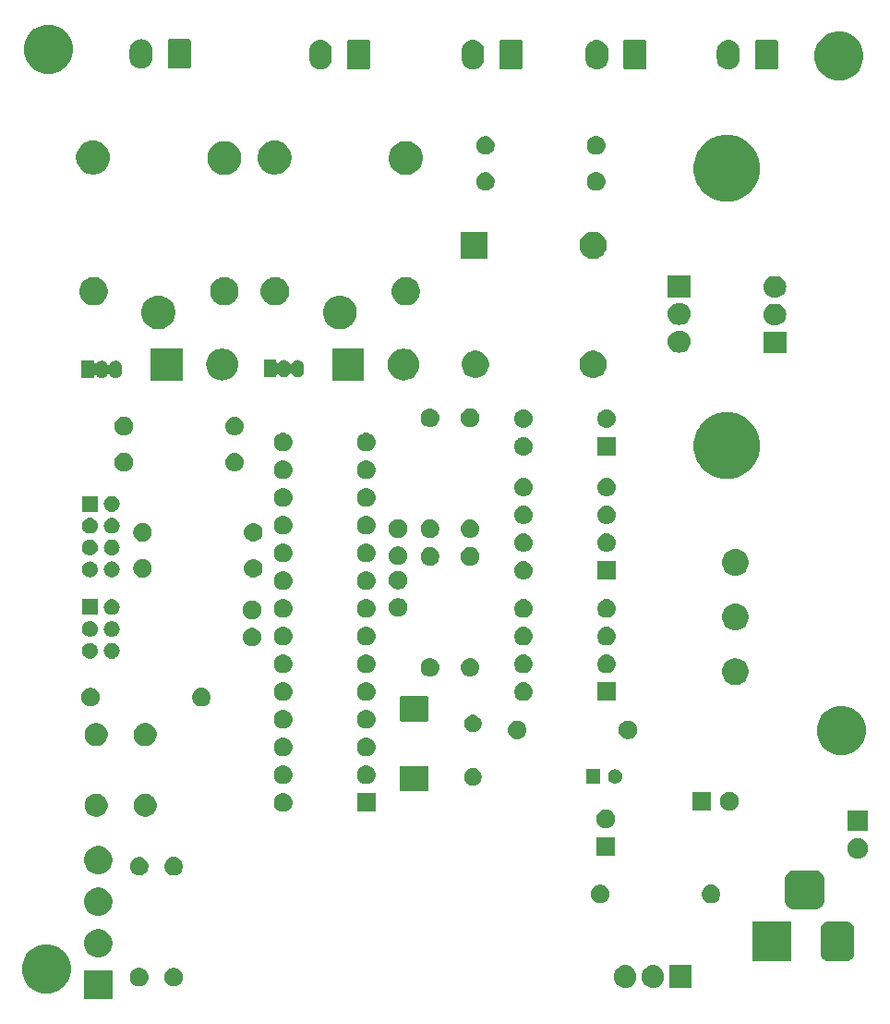
<source format=gts>
G04 #@! TF.GenerationSoftware,KiCad,Pcbnew,(5.1.2)-1*
G04 #@! TF.CreationDate,2019-06-13T16:49:56+03:00*
G04 #@! TF.ProjectId,Home_Automation,486f6d65-5f41-4757-946f-6d6174696f6e,rev?*
G04 #@! TF.SameCoordinates,Original*
G04 #@! TF.FileFunction,Soldermask,Top*
G04 #@! TF.FilePolarity,Negative*
%FSLAX46Y46*%
G04 Gerber Fmt 4.6, Leading zero omitted, Abs format (unit mm)*
G04 Created by KiCad (PCBNEW (5.1.2)-1) date 2019-06-13 16:49:56*
%MOMM*%
%LPD*%
G04 APERTURE LIST*
%ADD10C,0.100000*%
G04 APERTURE END LIST*
D10*
G36*
X146525180Y-135603180D02*
G01*
X143923820Y-135603180D01*
X143923820Y-133001820D01*
X146525180Y-133001820D01*
X146525180Y-135603180D01*
X146525180Y-135603180D01*
G37*
G36*
X140737880Y-130601776D02*
G01*
X141118593Y-130677504D01*
X141528249Y-130847189D01*
X141896929Y-131093534D01*
X142210466Y-131407071D01*
X142456811Y-131775751D01*
X142626496Y-132185407D01*
X142713000Y-132620296D01*
X142713000Y-133063704D01*
X142626496Y-133498593D01*
X142456811Y-133908249D01*
X142210466Y-134276929D01*
X141896929Y-134590466D01*
X141528249Y-134836811D01*
X141118593Y-135006496D01*
X140737880Y-135082224D01*
X140683705Y-135093000D01*
X140240295Y-135093000D01*
X140186120Y-135082224D01*
X139805407Y-135006496D01*
X139395751Y-134836811D01*
X139027071Y-134590466D01*
X138713534Y-134276929D01*
X138467189Y-133908249D01*
X138297504Y-133498593D01*
X138211000Y-133063704D01*
X138211000Y-132620296D01*
X138297504Y-132185407D01*
X138467189Y-131775751D01*
X138713534Y-131407071D01*
X139027071Y-131093534D01*
X139395751Y-130847189D01*
X139805407Y-130677504D01*
X140186120Y-130601776D01*
X140240295Y-130591000D01*
X140683705Y-130591000D01*
X140737880Y-130601776D01*
X140737880Y-130601776D01*
G37*
G36*
X196284720Y-132504020D02*
G01*
X196473881Y-132561401D01*
X196648212Y-132654583D01*
X196801015Y-132779985D01*
X196926417Y-132932788D01*
X196931867Y-132942985D01*
X197019598Y-133107117D01*
X197019599Y-133107120D01*
X197076980Y-133296281D01*
X197091500Y-133443707D01*
X197091500Y-133637294D01*
X197076980Y-133784720D01*
X197019599Y-133973881D01*
X196926417Y-134148212D01*
X196801015Y-134301015D01*
X196648212Y-134426417D01*
X196566333Y-134470182D01*
X196473883Y-134519598D01*
X196473880Y-134519599D01*
X196284719Y-134576980D01*
X196088000Y-134596355D01*
X195891280Y-134576980D01*
X195702119Y-134519599D01*
X195527788Y-134426417D01*
X195374985Y-134301015D01*
X195249583Y-134148212D01*
X195174157Y-134007100D01*
X195156402Y-133973883D01*
X195136492Y-133908249D01*
X195099020Y-133784719D01*
X195084500Y-133637293D01*
X195084500Y-133443706D01*
X195099020Y-133296280D01*
X195156401Y-133107119D01*
X195249583Y-132932788D01*
X195374985Y-132779985D01*
X195527788Y-132654583D01*
X195702120Y-132561401D01*
X195891281Y-132504020D01*
X196088000Y-132484645D01*
X196284720Y-132504020D01*
X196284720Y-132504020D01*
G37*
G36*
X193744720Y-132504020D02*
G01*
X193933881Y-132561401D01*
X194108212Y-132654583D01*
X194261015Y-132779985D01*
X194386417Y-132932788D01*
X194391867Y-132942985D01*
X194479598Y-133107117D01*
X194479599Y-133107120D01*
X194536980Y-133296281D01*
X194551500Y-133443707D01*
X194551500Y-133637294D01*
X194536980Y-133784720D01*
X194479599Y-133973881D01*
X194386417Y-134148212D01*
X194261015Y-134301015D01*
X194108212Y-134426417D01*
X194026333Y-134470182D01*
X193933883Y-134519598D01*
X193933880Y-134519599D01*
X193744719Y-134576980D01*
X193548000Y-134596355D01*
X193351280Y-134576980D01*
X193162119Y-134519599D01*
X192987788Y-134426417D01*
X192834985Y-134301015D01*
X192709583Y-134148212D01*
X192634157Y-134007100D01*
X192616402Y-133973883D01*
X192596492Y-133908249D01*
X192559020Y-133784719D01*
X192544500Y-133637293D01*
X192544500Y-133443706D01*
X192559020Y-133296280D01*
X192616401Y-133107119D01*
X192709583Y-132932788D01*
X192834985Y-132779985D01*
X192987788Y-132654583D01*
X193162120Y-132561401D01*
X193351281Y-132504020D01*
X193548000Y-132484645D01*
X193744720Y-132504020D01*
X193744720Y-132504020D01*
G37*
G36*
X199631500Y-134591500D02*
G01*
X197624500Y-134591500D01*
X197624500Y-132489500D01*
X199631500Y-132489500D01*
X199631500Y-134591500D01*
X199631500Y-134591500D01*
G37*
G36*
X152394228Y-132785703D02*
G01*
X152549100Y-132849853D01*
X152688481Y-132942985D01*
X152807015Y-133061519D01*
X152900147Y-133200900D01*
X152964297Y-133355772D01*
X152997000Y-133520184D01*
X152997000Y-133687816D01*
X152964297Y-133852228D01*
X152900147Y-134007100D01*
X152807015Y-134146481D01*
X152688481Y-134265015D01*
X152549100Y-134358147D01*
X152394228Y-134422297D01*
X152229816Y-134455000D01*
X152062184Y-134455000D01*
X151897772Y-134422297D01*
X151742900Y-134358147D01*
X151603519Y-134265015D01*
X151484985Y-134146481D01*
X151391853Y-134007100D01*
X151327703Y-133852228D01*
X151295000Y-133687816D01*
X151295000Y-133520184D01*
X151327703Y-133355772D01*
X151391853Y-133200900D01*
X151484985Y-133061519D01*
X151603519Y-132942985D01*
X151742900Y-132849853D01*
X151897772Y-132785703D01*
X152062184Y-132753000D01*
X152229816Y-132753000D01*
X152394228Y-132785703D01*
X152394228Y-132785703D01*
G37*
G36*
X149137823Y-132765313D02*
G01*
X149298242Y-132813976D01*
X149365361Y-132849852D01*
X149446078Y-132892996D01*
X149575659Y-132999341D01*
X149682004Y-133128922D01*
X149682005Y-133128924D01*
X149761024Y-133276758D01*
X149809687Y-133437177D01*
X149826117Y-133604000D01*
X149809687Y-133770823D01*
X149761024Y-133931242D01*
X149720477Y-134007100D01*
X149682004Y-134079078D01*
X149575659Y-134208659D01*
X149446078Y-134315004D01*
X149446076Y-134315005D01*
X149298242Y-134394024D01*
X149137823Y-134442687D01*
X149012804Y-134455000D01*
X148929196Y-134455000D01*
X148804177Y-134442687D01*
X148643758Y-134394024D01*
X148495924Y-134315005D01*
X148495922Y-134315004D01*
X148366341Y-134208659D01*
X148259996Y-134079078D01*
X148221523Y-134007100D01*
X148180976Y-133931242D01*
X148132313Y-133770823D01*
X148115883Y-133604000D01*
X148132313Y-133437177D01*
X148180976Y-133276758D01*
X148259995Y-133128924D01*
X148259996Y-133128922D01*
X148366341Y-132999341D01*
X148495922Y-132892996D01*
X148576639Y-132849852D01*
X148643758Y-132813976D01*
X148804177Y-132765313D01*
X148929196Y-132753000D01*
X149012804Y-132753000D01*
X149137823Y-132765313D01*
X149137823Y-132765313D01*
G37*
G36*
X213986979Y-128515293D02*
G01*
X214120625Y-128555834D01*
X214243784Y-128621664D01*
X214351740Y-128710260D01*
X214440336Y-128818216D01*
X214506166Y-128941375D01*
X214546707Y-129075021D01*
X214561000Y-129220140D01*
X214561000Y-131383860D01*
X214546707Y-131528979D01*
X214506166Y-131662625D01*
X214440336Y-131785784D01*
X214351740Y-131893740D01*
X214243784Y-131982336D01*
X214120625Y-132048166D01*
X213986979Y-132088707D01*
X213841860Y-132103000D01*
X212178140Y-132103000D01*
X212033021Y-132088707D01*
X211899375Y-132048166D01*
X211776216Y-131982336D01*
X211668260Y-131893740D01*
X211579664Y-131785784D01*
X211513834Y-131662625D01*
X211473293Y-131528979D01*
X211459000Y-131383860D01*
X211459000Y-129220140D01*
X211473293Y-129075021D01*
X211513834Y-128941375D01*
X211579664Y-128818216D01*
X211668260Y-128710260D01*
X211776216Y-128621664D01*
X211899375Y-128555834D01*
X212033021Y-128515293D01*
X212178140Y-128501000D01*
X213841860Y-128501000D01*
X213986979Y-128515293D01*
X213986979Y-128515293D01*
G37*
G36*
X208811000Y-132103000D02*
G01*
X205209000Y-132103000D01*
X205209000Y-128501000D01*
X208811000Y-128501000D01*
X208811000Y-132103000D01*
X208811000Y-132103000D01*
G37*
G36*
X145603893Y-129241804D02*
G01*
X145840601Y-129339852D01*
X145840603Y-129339853D01*
X146053635Y-129482196D01*
X146234804Y-129663365D01*
X146377147Y-129876397D01*
X146377148Y-129876399D01*
X146475196Y-130113107D01*
X146525180Y-130364393D01*
X146525180Y-130620607D01*
X146475196Y-130871893D01*
X146383389Y-131093534D01*
X146377147Y-131108603D01*
X146234804Y-131321635D01*
X146053635Y-131502804D01*
X145840603Y-131645147D01*
X145840602Y-131645148D01*
X145840601Y-131645148D01*
X145603893Y-131743196D01*
X145352607Y-131793180D01*
X145096393Y-131793180D01*
X144845107Y-131743196D01*
X144608399Y-131645148D01*
X144608398Y-131645148D01*
X144608397Y-131645147D01*
X144395365Y-131502804D01*
X144214196Y-131321635D01*
X144071853Y-131108603D01*
X144065611Y-131093534D01*
X143973804Y-130871893D01*
X143923820Y-130620607D01*
X143923820Y-130364393D01*
X143973804Y-130113107D01*
X144071852Y-129876399D01*
X144071853Y-129876397D01*
X144214196Y-129663365D01*
X144395365Y-129482196D01*
X144608397Y-129339853D01*
X144608399Y-129339852D01*
X144845107Y-129241804D01*
X145096393Y-129191820D01*
X145352607Y-129191820D01*
X145603893Y-129241804D01*
X145603893Y-129241804D01*
G37*
G36*
X145603893Y-125431804D02*
G01*
X145840601Y-125529852D01*
X145840603Y-125529853D01*
X146053635Y-125672196D01*
X146234804Y-125853365D01*
X146322091Y-125984000D01*
X146377148Y-126066399D01*
X146475196Y-126303107D01*
X146525180Y-126554393D01*
X146525180Y-126810607D01*
X146475196Y-127061893D01*
X146435748Y-127157128D01*
X146377147Y-127298603D01*
X146234804Y-127511635D01*
X146053635Y-127692804D01*
X145840603Y-127835147D01*
X145840602Y-127835148D01*
X145840601Y-127835148D01*
X145603893Y-127933196D01*
X145352607Y-127983180D01*
X145096393Y-127983180D01*
X144845107Y-127933196D01*
X144608399Y-127835148D01*
X144608398Y-127835148D01*
X144608397Y-127835147D01*
X144395365Y-127692804D01*
X144214196Y-127511635D01*
X144071853Y-127298603D01*
X144013252Y-127157128D01*
X143973804Y-127061893D01*
X143923820Y-126810607D01*
X143923820Y-126554393D01*
X143973804Y-126303107D01*
X144071852Y-126066399D01*
X144126909Y-125984000D01*
X144214196Y-125853365D01*
X144395365Y-125672196D01*
X144608397Y-125529853D01*
X144608399Y-125529852D01*
X144845107Y-125431804D01*
X145096393Y-125381820D01*
X145352607Y-125381820D01*
X145603893Y-125431804D01*
X145603893Y-125431804D01*
G37*
G36*
X211136366Y-123817695D02*
G01*
X211293460Y-123865349D01*
X211438231Y-123942731D01*
X211565128Y-124046872D01*
X211669269Y-124173769D01*
X211746651Y-124318540D01*
X211794305Y-124475634D01*
X211811000Y-124645140D01*
X211811000Y-126558860D01*
X211794305Y-126728366D01*
X211746651Y-126885460D01*
X211669269Y-127030231D01*
X211565128Y-127157128D01*
X211438231Y-127261269D01*
X211293460Y-127338651D01*
X211136366Y-127386305D01*
X210966860Y-127403000D01*
X209053140Y-127403000D01*
X208883634Y-127386305D01*
X208726540Y-127338651D01*
X208581769Y-127261269D01*
X208454872Y-127157128D01*
X208350731Y-127030231D01*
X208273349Y-126885460D01*
X208225695Y-126728366D01*
X208209000Y-126558860D01*
X208209000Y-124645140D01*
X208225695Y-124475634D01*
X208273349Y-124318540D01*
X208350731Y-124173769D01*
X208454872Y-124046872D01*
X208581769Y-123942731D01*
X208726540Y-123865349D01*
X208883634Y-123817695D01*
X209053140Y-123801000D01*
X210966860Y-123801000D01*
X211136366Y-123817695D01*
X211136366Y-123817695D01*
G37*
G36*
X191510228Y-125165703D02*
G01*
X191665100Y-125229853D01*
X191804481Y-125322985D01*
X191923015Y-125441519D01*
X192016147Y-125580900D01*
X192080297Y-125735772D01*
X192113000Y-125900184D01*
X192113000Y-126067816D01*
X192080297Y-126232228D01*
X192016147Y-126387100D01*
X191923015Y-126526481D01*
X191804481Y-126645015D01*
X191665100Y-126738147D01*
X191510228Y-126802297D01*
X191345816Y-126835000D01*
X191178184Y-126835000D01*
X191013772Y-126802297D01*
X190858900Y-126738147D01*
X190719519Y-126645015D01*
X190600985Y-126526481D01*
X190507853Y-126387100D01*
X190443703Y-126232228D01*
X190411000Y-126067816D01*
X190411000Y-125900184D01*
X190443703Y-125735772D01*
X190507853Y-125580900D01*
X190600985Y-125441519D01*
X190719519Y-125322985D01*
X190858900Y-125229853D01*
X191013772Y-125165703D01*
X191178184Y-125133000D01*
X191345816Y-125133000D01*
X191510228Y-125165703D01*
X191510228Y-125165703D01*
G37*
G36*
X201588823Y-125145313D02*
G01*
X201749242Y-125193976D01*
X201816361Y-125229852D01*
X201897078Y-125272996D01*
X202026659Y-125379341D01*
X202133004Y-125508922D01*
X202133005Y-125508924D01*
X202212024Y-125656758D01*
X202260687Y-125817177D01*
X202277117Y-125984000D01*
X202260687Y-126150823D01*
X202212024Y-126311242D01*
X202171477Y-126387100D01*
X202133004Y-126459078D01*
X202026659Y-126588659D01*
X201897078Y-126695004D01*
X201897076Y-126695005D01*
X201749242Y-126774024D01*
X201588823Y-126822687D01*
X201463804Y-126835000D01*
X201380196Y-126835000D01*
X201255177Y-126822687D01*
X201094758Y-126774024D01*
X200946924Y-126695005D01*
X200946922Y-126695004D01*
X200817341Y-126588659D01*
X200710996Y-126459078D01*
X200672523Y-126387100D01*
X200631976Y-126311242D01*
X200583313Y-126150823D01*
X200566883Y-125984000D01*
X200583313Y-125817177D01*
X200631976Y-125656758D01*
X200710995Y-125508924D01*
X200710996Y-125508922D01*
X200817341Y-125379341D01*
X200946922Y-125272996D01*
X201027639Y-125229852D01*
X201094758Y-125193976D01*
X201255177Y-125145313D01*
X201380196Y-125133000D01*
X201463804Y-125133000D01*
X201588823Y-125145313D01*
X201588823Y-125145313D01*
G37*
G36*
X152312823Y-122605313D02*
G01*
X152473242Y-122653976D01*
X152540361Y-122689852D01*
X152621078Y-122732996D01*
X152750659Y-122839341D01*
X152857004Y-122968922D01*
X152857005Y-122968924D01*
X152936024Y-123116758D01*
X152984687Y-123277177D01*
X153001117Y-123444000D01*
X152984687Y-123610823D01*
X152936024Y-123771242D01*
X152895477Y-123847100D01*
X152857004Y-123919078D01*
X152750659Y-124048659D01*
X152621078Y-124155004D01*
X152621076Y-124155005D01*
X152473242Y-124234024D01*
X152312823Y-124282687D01*
X152187804Y-124295000D01*
X152104196Y-124295000D01*
X151979177Y-124282687D01*
X151818758Y-124234024D01*
X151670924Y-124155005D01*
X151670922Y-124155004D01*
X151541341Y-124048659D01*
X151434996Y-123919078D01*
X151396523Y-123847100D01*
X151355976Y-123771242D01*
X151307313Y-123610823D01*
X151290883Y-123444000D01*
X151307313Y-123277177D01*
X151355976Y-123116758D01*
X151434995Y-122968924D01*
X151434996Y-122968922D01*
X151541341Y-122839341D01*
X151670922Y-122732996D01*
X151751639Y-122689852D01*
X151818758Y-122653976D01*
X151979177Y-122605313D01*
X152104196Y-122593000D01*
X152187804Y-122593000D01*
X152312823Y-122605313D01*
X152312823Y-122605313D01*
G37*
G36*
X149219228Y-122625703D02*
G01*
X149374100Y-122689853D01*
X149513481Y-122782985D01*
X149632015Y-122901519D01*
X149725147Y-123040900D01*
X149789297Y-123195772D01*
X149822000Y-123360184D01*
X149822000Y-123527816D01*
X149789297Y-123692228D01*
X149725147Y-123847100D01*
X149632015Y-123986481D01*
X149513481Y-124105015D01*
X149374100Y-124198147D01*
X149219228Y-124262297D01*
X149054816Y-124295000D01*
X148887184Y-124295000D01*
X148722772Y-124262297D01*
X148567900Y-124198147D01*
X148428519Y-124105015D01*
X148309985Y-123986481D01*
X148216853Y-123847100D01*
X148152703Y-123692228D01*
X148120000Y-123527816D01*
X148120000Y-123360184D01*
X148152703Y-123195772D01*
X148216853Y-123040900D01*
X148309985Y-122901519D01*
X148428519Y-122782985D01*
X148567900Y-122689853D01*
X148722772Y-122625703D01*
X148887184Y-122593000D01*
X149054816Y-122593000D01*
X149219228Y-122625703D01*
X149219228Y-122625703D01*
G37*
G36*
X145603893Y-121621804D02*
G01*
X145840601Y-121719852D01*
X145840603Y-121719853D01*
X146053635Y-121862196D01*
X146234804Y-122043365D01*
X146368507Y-122243467D01*
X146377148Y-122256399D01*
X146475196Y-122493107D01*
X146525180Y-122744393D01*
X146525180Y-123000607D01*
X146475196Y-123251893D01*
X146395622Y-123444000D01*
X146377147Y-123488603D01*
X146234804Y-123701635D01*
X146053635Y-123882804D01*
X145840603Y-124025147D01*
X145840602Y-124025148D01*
X145840601Y-124025148D01*
X145603893Y-124123196D01*
X145352607Y-124173180D01*
X145096393Y-124173180D01*
X144845107Y-124123196D01*
X144608399Y-124025148D01*
X144608398Y-124025148D01*
X144608397Y-124025147D01*
X144395365Y-123882804D01*
X144214196Y-123701635D01*
X144071853Y-123488603D01*
X144053378Y-123444000D01*
X143973804Y-123251893D01*
X143923820Y-123000607D01*
X143923820Y-122744393D01*
X143973804Y-122493107D01*
X144071852Y-122256399D01*
X144080493Y-122243467D01*
X144214196Y-122043365D01*
X144395365Y-121862196D01*
X144608397Y-121719853D01*
X144608399Y-121719852D01*
X144845107Y-121621804D01*
X145096393Y-121571820D01*
X145352607Y-121571820D01*
X145603893Y-121621804D01*
X145603893Y-121621804D01*
G37*
G36*
X215161395Y-120878546D02*
G01*
X215334466Y-120950234D01*
X215334467Y-120950235D01*
X215490227Y-121054310D01*
X215622690Y-121186773D01*
X215622691Y-121186775D01*
X215726766Y-121342534D01*
X215798454Y-121515605D01*
X215835000Y-121699333D01*
X215835000Y-121886667D01*
X215798454Y-122070395D01*
X215726766Y-122243466D01*
X215718124Y-122256399D01*
X215622690Y-122399227D01*
X215490227Y-122531690D01*
X215411818Y-122584081D01*
X215334466Y-122635766D01*
X215161395Y-122707454D01*
X214977667Y-122744000D01*
X214790333Y-122744000D01*
X214606605Y-122707454D01*
X214433534Y-122635766D01*
X214356182Y-122584081D01*
X214277773Y-122531690D01*
X214145310Y-122399227D01*
X214049876Y-122256399D01*
X214041234Y-122243466D01*
X213969546Y-122070395D01*
X213933000Y-121886667D01*
X213933000Y-121699333D01*
X213969546Y-121515605D01*
X214041234Y-121342534D01*
X214145309Y-121186775D01*
X214145310Y-121186773D01*
X214277773Y-121054310D01*
X214433533Y-120950235D01*
X214433534Y-120950234D01*
X214606605Y-120878546D01*
X214790333Y-120842000D01*
X214977667Y-120842000D01*
X215161395Y-120878546D01*
X215161395Y-120878546D01*
G37*
G36*
X192621000Y-122453500D02*
G01*
X190919000Y-122453500D01*
X190919000Y-120751500D01*
X192621000Y-120751500D01*
X192621000Y-122453500D01*
X192621000Y-122453500D01*
G37*
G36*
X215835000Y-120204000D02*
G01*
X213933000Y-120204000D01*
X213933000Y-118302000D01*
X215835000Y-118302000D01*
X215835000Y-120204000D01*
X215835000Y-120204000D01*
G37*
G36*
X192018228Y-118284203D02*
G01*
X192173100Y-118348353D01*
X192312481Y-118441485D01*
X192431015Y-118560019D01*
X192524147Y-118699400D01*
X192588297Y-118854272D01*
X192621000Y-119018684D01*
X192621000Y-119186316D01*
X192588297Y-119350728D01*
X192524147Y-119505600D01*
X192431015Y-119644981D01*
X192312481Y-119763515D01*
X192173100Y-119856647D01*
X192018228Y-119920797D01*
X191853816Y-119953500D01*
X191686184Y-119953500D01*
X191521772Y-119920797D01*
X191366900Y-119856647D01*
X191227519Y-119763515D01*
X191108985Y-119644981D01*
X191015853Y-119505600D01*
X190951703Y-119350728D01*
X190919000Y-119186316D01*
X190919000Y-119018684D01*
X190951703Y-118854272D01*
X191015853Y-118699400D01*
X191108985Y-118560019D01*
X191227519Y-118441485D01*
X191366900Y-118348353D01*
X191521772Y-118284203D01*
X191686184Y-118251500D01*
X191853816Y-118251500D01*
X192018228Y-118284203D01*
X192018228Y-118284203D01*
G37*
G36*
X145340564Y-116845389D02*
G01*
X145531833Y-116924615D01*
X145531835Y-116924616D01*
X145703973Y-117039635D01*
X145850365Y-117186027D01*
X145965385Y-117358167D01*
X146044611Y-117549436D01*
X146085000Y-117752484D01*
X146085000Y-117959516D01*
X146044611Y-118162564D01*
X145986855Y-118302000D01*
X145965384Y-118353835D01*
X145850365Y-118525973D01*
X145703973Y-118672365D01*
X145531835Y-118787384D01*
X145531834Y-118787385D01*
X145531833Y-118787385D01*
X145340564Y-118866611D01*
X145137516Y-118907000D01*
X144930484Y-118907000D01*
X144727436Y-118866611D01*
X144536167Y-118787385D01*
X144536166Y-118787385D01*
X144536165Y-118787384D01*
X144364027Y-118672365D01*
X144217635Y-118525973D01*
X144102616Y-118353835D01*
X144081145Y-118302000D01*
X144023389Y-118162564D01*
X143983000Y-117959516D01*
X143983000Y-117752484D01*
X144023389Y-117549436D01*
X144102615Y-117358167D01*
X144217635Y-117186027D01*
X144364027Y-117039635D01*
X144536165Y-116924616D01*
X144536167Y-116924615D01*
X144727436Y-116845389D01*
X144930484Y-116805000D01*
X145137516Y-116805000D01*
X145340564Y-116845389D01*
X145340564Y-116845389D01*
G37*
G36*
X149840564Y-116845389D02*
G01*
X150031833Y-116924615D01*
X150031835Y-116924616D01*
X150203973Y-117039635D01*
X150350365Y-117186027D01*
X150465385Y-117358167D01*
X150544611Y-117549436D01*
X150585000Y-117752484D01*
X150585000Y-117959516D01*
X150544611Y-118162564D01*
X150486855Y-118302000D01*
X150465384Y-118353835D01*
X150350365Y-118525973D01*
X150203973Y-118672365D01*
X150031835Y-118787384D01*
X150031834Y-118787385D01*
X150031833Y-118787385D01*
X149840564Y-118866611D01*
X149637516Y-118907000D01*
X149430484Y-118907000D01*
X149227436Y-118866611D01*
X149036167Y-118787385D01*
X149036166Y-118787385D01*
X149036165Y-118787384D01*
X148864027Y-118672365D01*
X148717635Y-118525973D01*
X148602616Y-118353835D01*
X148581145Y-118302000D01*
X148523389Y-118162564D01*
X148483000Y-117959516D01*
X148483000Y-117752484D01*
X148523389Y-117549436D01*
X148602615Y-117358167D01*
X148717635Y-117186027D01*
X148864027Y-117039635D01*
X149036165Y-116924616D01*
X149036167Y-116924615D01*
X149227436Y-116845389D01*
X149430484Y-116805000D01*
X149637516Y-116805000D01*
X149840564Y-116845389D01*
X149840564Y-116845389D01*
G37*
G36*
X170650000Y-118453000D02*
G01*
X168948000Y-118453000D01*
X168948000Y-116751000D01*
X170650000Y-116751000D01*
X170650000Y-118453000D01*
X170650000Y-118453000D01*
G37*
G36*
X162345823Y-116763313D02*
G01*
X162506242Y-116811976D01*
X162568753Y-116845389D01*
X162654078Y-116890996D01*
X162783659Y-116997341D01*
X162890004Y-117126922D01*
X162890005Y-117126924D01*
X162969024Y-117274758D01*
X163017687Y-117435177D01*
X163034117Y-117602000D01*
X163017687Y-117768823D01*
X162969024Y-117929242D01*
X162952843Y-117959514D01*
X162890004Y-118077078D01*
X162783659Y-118206659D01*
X162654078Y-118313004D01*
X162654076Y-118313005D01*
X162506242Y-118392024D01*
X162345823Y-118440687D01*
X162220804Y-118453000D01*
X162137196Y-118453000D01*
X162012177Y-118440687D01*
X161851758Y-118392024D01*
X161703924Y-118313005D01*
X161703922Y-118313004D01*
X161574341Y-118206659D01*
X161467996Y-118077078D01*
X161405157Y-117959514D01*
X161388976Y-117929242D01*
X161340313Y-117768823D01*
X161323883Y-117602000D01*
X161340313Y-117435177D01*
X161388976Y-117274758D01*
X161467995Y-117126924D01*
X161467996Y-117126922D01*
X161574341Y-116997341D01*
X161703922Y-116890996D01*
X161789247Y-116845389D01*
X161851758Y-116811976D01*
X162012177Y-116763313D01*
X162137196Y-116751000D01*
X162220804Y-116751000D01*
X162345823Y-116763313D01*
X162345823Y-116763313D01*
G37*
G36*
X203344728Y-116656703D02*
G01*
X203499600Y-116720853D01*
X203638981Y-116813985D01*
X203757515Y-116932519D01*
X203850647Y-117071900D01*
X203914797Y-117226772D01*
X203947500Y-117391184D01*
X203947500Y-117558816D01*
X203914797Y-117723228D01*
X203850647Y-117878100D01*
X203757515Y-118017481D01*
X203638981Y-118136015D01*
X203499600Y-118229147D01*
X203344728Y-118293297D01*
X203180316Y-118326000D01*
X203012684Y-118326000D01*
X202848272Y-118293297D01*
X202693400Y-118229147D01*
X202554019Y-118136015D01*
X202435485Y-118017481D01*
X202342353Y-117878100D01*
X202278203Y-117723228D01*
X202245500Y-117558816D01*
X202245500Y-117391184D01*
X202278203Y-117226772D01*
X202342353Y-117071900D01*
X202435485Y-116932519D01*
X202554019Y-116813985D01*
X202693400Y-116720853D01*
X202848272Y-116656703D01*
X203012684Y-116624000D01*
X203180316Y-116624000D01*
X203344728Y-116656703D01*
X203344728Y-116656703D01*
G37*
G36*
X201447500Y-118326000D02*
G01*
X199745500Y-118326000D01*
X199745500Y-116624000D01*
X201447500Y-116624000D01*
X201447500Y-118326000D01*
X201447500Y-118326000D01*
G37*
G36*
X175374286Y-114232246D02*
G01*
X175404961Y-114241551D01*
X175433229Y-114256661D01*
X175458006Y-114276994D01*
X175478339Y-114301771D01*
X175493449Y-114330039D01*
X175502754Y-114360714D01*
X175506500Y-114398751D01*
X175506500Y-116410249D01*
X175502754Y-116448286D01*
X175493449Y-116478961D01*
X175478339Y-116507229D01*
X175458006Y-116532006D01*
X175433229Y-116552339D01*
X175404961Y-116567449D01*
X175374286Y-116576754D01*
X175336249Y-116580500D01*
X173024751Y-116580500D01*
X172986714Y-116576754D01*
X172956039Y-116567449D01*
X172927771Y-116552339D01*
X172902994Y-116532006D01*
X172882661Y-116507229D01*
X172867551Y-116478961D01*
X172858246Y-116448286D01*
X172854500Y-116410249D01*
X172854500Y-114398751D01*
X172858246Y-114360714D01*
X172867551Y-114330039D01*
X172882661Y-114301771D01*
X172902994Y-114276994D01*
X172927771Y-114256661D01*
X172956039Y-114241551D01*
X172986714Y-114232246D01*
X173024751Y-114228500D01*
X175336249Y-114228500D01*
X175374286Y-114232246D01*
X175374286Y-114232246D01*
G37*
G36*
X179811642Y-114472781D02*
G01*
X179957414Y-114533162D01*
X179957416Y-114533163D01*
X180088608Y-114620822D01*
X180200178Y-114732392D01*
X180227987Y-114774012D01*
X180287838Y-114863586D01*
X180348219Y-115009358D01*
X180379000Y-115164107D01*
X180379000Y-115321893D01*
X180348219Y-115476642D01*
X180323186Y-115537076D01*
X180287837Y-115622416D01*
X180200178Y-115753608D01*
X180088608Y-115865178D01*
X179957416Y-115952837D01*
X179957415Y-115952838D01*
X179957414Y-115952838D01*
X179811642Y-116013219D01*
X179656893Y-116044000D01*
X179499107Y-116044000D01*
X179344358Y-116013219D01*
X179198586Y-115952838D01*
X179198585Y-115952838D01*
X179198584Y-115952837D01*
X179067392Y-115865178D01*
X178955822Y-115753608D01*
X178868163Y-115622416D01*
X178832814Y-115537076D01*
X178807781Y-115476642D01*
X178777000Y-115321893D01*
X178777000Y-115164107D01*
X178807781Y-115009358D01*
X178868162Y-114863586D01*
X178928013Y-114774012D01*
X178955822Y-114732392D01*
X179067392Y-114620822D01*
X179198584Y-114533163D01*
X179198586Y-114533162D01*
X179344358Y-114472781D01*
X179499107Y-114442000D01*
X179656893Y-114442000D01*
X179811642Y-114472781D01*
X179811642Y-114472781D01*
G37*
G36*
X169965823Y-114223313D02*
G01*
X170126242Y-114271976D01*
X170234870Y-114330039D01*
X170274078Y-114350996D01*
X170403659Y-114457341D01*
X170510004Y-114586922D01*
X170510005Y-114586924D01*
X170589024Y-114734758D01*
X170637687Y-114895177D01*
X170654117Y-115062000D01*
X170637687Y-115228823D01*
X170589024Y-115389242D01*
X170518114Y-115521906D01*
X170510004Y-115537078D01*
X170403659Y-115666659D01*
X170274078Y-115773004D01*
X170274076Y-115773005D01*
X170126242Y-115852024D01*
X169965823Y-115900687D01*
X169840804Y-115913000D01*
X169757196Y-115913000D01*
X169632177Y-115900687D01*
X169471758Y-115852024D01*
X169323924Y-115773005D01*
X169323922Y-115773004D01*
X169194341Y-115666659D01*
X169087996Y-115537078D01*
X169079886Y-115521906D01*
X169008976Y-115389242D01*
X168960313Y-115228823D01*
X168943883Y-115062000D01*
X168960313Y-114895177D01*
X169008976Y-114734758D01*
X169087995Y-114586924D01*
X169087996Y-114586922D01*
X169194341Y-114457341D01*
X169323922Y-114350996D01*
X169363130Y-114330039D01*
X169471758Y-114271976D01*
X169632177Y-114223313D01*
X169757196Y-114211000D01*
X169840804Y-114211000D01*
X169965823Y-114223313D01*
X169965823Y-114223313D01*
G37*
G36*
X162345823Y-114223313D02*
G01*
X162506242Y-114271976D01*
X162614870Y-114330039D01*
X162654078Y-114350996D01*
X162783659Y-114457341D01*
X162890004Y-114586922D01*
X162890005Y-114586924D01*
X162969024Y-114734758D01*
X163017687Y-114895177D01*
X163034117Y-115062000D01*
X163017687Y-115228823D01*
X162969024Y-115389242D01*
X162898114Y-115521906D01*
X162890004Y-115537078D01*
X162783659Y-115666659D01*
X162654078Y-115773004D01*
X162654076Y-115773005D01*
X162506242Y-115852024D01*
X162345823Y-115900687D01*
X162220804Y-115913000D01*
X162137196Y-115913000D01*
X162012177Y-115900687D01*
X161851758Y-115852024D01*
X161703924Y-115773005D01*
X161703922Y-115773004D01*
X161574341Y-115666659D01*
X161467996Y-115537078D01*
X161459886Y-115521906D01*
X161388976Y-115389242D01*
X161340313Y-115228823D01*
X161323883Y-115062000D01*
X161340313Y-114895177D01*
X161388976Y-114734758D01*
X161467995Y-114586924D01*
X161467996Y-114586922D01*
X161574341Y-114457341D01*
X161703922Y-114350996D01*
X161743130Y-114330039D01*
X161851758Y-114271976D01*
X162012177Y-114223313D01*
X162137196Y-114211000D01*
X162220804Y-114211000D01*
X162345823Y-114223313D01*
X162345823Y-114223313D01*
G37*
G36*
X191278000Y-115840000D02*
G01*
X189976000Y-115840000D01*
X189976000Y-114538000D01*
X191278000Y-114538000D01*
X191278000Y-115840000D01*
X191278000Y-115840000D01*
G37*
G36*
X192816890Y-114563017D02*
G01*
X192935364Y-114612091D01*
X193041988Y-114683335D01*
X193132665Y-114774012D01*
X193192517Y-114863586D01*
X193203910Y-114880638D01*
X193252983Y-114999110D01*
X193278000Y-115124881D01*
X193278000Y-115253119D01*
X193252983Y-115378890D01*
X193212493Y-115476642D01*
X193203909Y-115497364D01*
X193132665Y-115603988D01*
X193041988Y-115694665D01*
X192935364Y-115765909D01*
X192935363Y-115765910D01*
X192935362Y-115765910D01*
X192816890Y-115814983D01*
X192691119Y-115840000D01*
X192562881Y-115840000D01*
X192437110Y-115814983D01*
X192318638Y-115765910D01*
X192318637Y-115765910D01*
X192318636Y-115765909D01*
X192212012Y-115694665D01*
X192121335Y-115603988D01*
X192050091Y-115497364D01*
X192041508Y-115476642D01*
X192001017Y-115378890D01*
X191976000Y-115253119D01*
X191976000Y-115124881D01*
X192001017Y-114999110D01*
X192050090Y-114880638D01*
X192061484Y-114863586D01*
X192121335Y-114774012D01*
X192212012Y-114683335D01*
X192318636Y-114612091D01*
X192437110Y-114563017D01*
X192562881Y-114538000D01*
X192691119Y-114538000D01*
X192816890Y-114563017D01*
X192816890Y-114563017D01*
G37*
G36*
X162345823Y-111683313D02*
G01*
X162506242Y-111731976D01*
X162545195Y-111752797D01*
X162654078Y-111810996D01*
X162783659Y-111917341D01*
X162890004Y-112046922D01*
X162890005Y-112046924D01*
X162969024Y-112194758D01*
X163017687Y-112355177D01*
X163034117Y-112522000D01*
X163017687Y-112688823D01*
X162969024Y-112849242D01*
X162898114Y-112981906D01*
X162890004Y-112997078D01*
X162783659Y-113126659D01*
X162654078Y-113233004D01*
X162654076Y-113233005D01*
X162506242Y-113312024D01*
X162345823Y-113360687D01*
X162220804Y-113373000D01*
X162137196Y-113373000D01*
X162012177Y-113360687D01*
X161851758Y-113312024D01*
X161703924Y-113233005D01*
X161703922Y-113233004D01*
X161574341Y-113126659D01*
X161467996Y-112997078D01*
X161459886Y-112981906D01*
X161388976Y-112849242D01*
X161340313Y-112688823D01*
X161323883Y-112522000D01*
X161340313Y-112355177D01*
X161388976Y-112194758D01*
X161467995Y-112046924D01*
X161467996Y-112046922D01*
X161574341Y-111917341D01*
X161703922Y-111810996D01*
X161812805Y-111752797D01*
X161851758Y-111731976D01*
X162012177Y-111683313D01*
X162137196Y-111671000D01*
X162220804Y-111671000D01*
X162345823Y-111683313D01*
X162345823Y-111683313D01*
G37*
G36*
X169965823Y-111683313D02*
G01*
X170126242Y-111731976D01*
X170165195Y-111752797D01*
X170274078Y-111810996D01*
X170403659Y-111917341D01*
X170510004Y-112046922D01*
X170510005Y-112046924D01*
X170589024Y-112194758D01*
X170637687Y-112355177D01*
X170654117Y-112522000D01*
X170637687Y-112688823D01*
X170589024Y-112849242D01*
X170518114Y-112981906D01*
X170510004Y-112997078D01*
X170403659Y-113126659D01*
X170274078Y-113233004D01*
X170274076Y-113233005D01*
X170126242Y-113312024D01*
X169965823Y-113360687D01*
X169840804Y-113373000D01*
X169757196Y-113373000D01*
X169632177Y-113360687D01*
X169471758Y-113312024D01*
X169323924Y-113233005D01*
X169323922Y-113233004D01*
X169194341Y-113126659D01*
X169087996Y-112997078D01*
X169079886Y-112981906D01*
X169008976Y-112849242D01*
X168960313Y-112688823D01*
X168943883Y-112522000D01*
X168960313Y-112355177D01*
X169008976Y-112194758D01*
X169087995Y-112046924D01*
X169087996Y-112046922D01*
X169194341Y-111917341D01*
X169323922Y-111810996D01*
X169432805Y-111752797D01*
X169471758Y-111731976D01*
X169632177Y-111683313D01*
X169757196Y-111671000D01*
X169840804Y-111671000D01*
X169965823Y-111683313D01*
X169965823Y-111683313D01*
G37*
G36*
X213635880Y-108757776D02*
G01*
X214016593Y-108833504D01*
X214426249Y-109003189D01*
X214794929Y-109249534D01*
X215108466Y-109563071D01*
X215354811Y-109931751D01*
X215524496Y-110341407D01*
X215600224Y-110722120D01*
X215610151Y-110772025D01*
X215611000Y-110776296D01*
X215611000Y-111219704D01*
X215524496Y-111654593D01*
X215354811Y-112064249D01*
X215108466Y-112432929D01*
X214794929Y-112746466D01*
X214426249Y-112992811D01*
X214016593Y-113162496D01*
X213662122Y-113233004D01*
X213581705Y-113249000D01*
X213138295Y-113249000D01*
X213057878Y-113233004D01*
X212703407Y-113162496D01*
X212293751Y-112992811D01*
X211925071Y-112746466D01*
X211611534Y-112432929D01*
X211365189Y-112064249D01*
X211195504Y-111654593D01*
X211109000Y-111219704D01*
X211109000Y-110776296D01*
X211109850Y-110772025D01*
X211119776Y-110722120D01*
X211195504Y-110341407D01*
X211365189Y-109931751D01*
X211611534Y-109563071D01*
X211925071Y-109249534D01*
X212293751Y-109003189D01*
X212703407Y-108833504D01*
X213084120Y-108757776D01*
X213138295Y-108747000D01*
X213581705Y-108747000D01*
X213635880Y-108757776D01*
X213635880Y-108757776D01*
G37*
G36*
X149840564Y-110345389D02*
G01*
X149953141Y-110392020D01*
X150031835Y-110424616D01*
X150191648Y-110531400D01*
X150203973Y-110539635D01*
X150350365Y-110686027D01*
X150465385Y-110858167D01*
X150544611Y-111049436D01*
X150585000Y-111252484D01*
X150585000Y-111459516D01*
X150544611Y-111662564D01*
X150465385Y-111853833D01*
X150465384Y-111853835D01*
X150350365Y-112025973D01*
X150203973Y-112172365D01*
X150031835Y-112287384D01*
X150031834Y-112287385D01*
X150031833Y-112287385D01*
X149840564Y-112366611D01*
X149637516Y-112407000D01*
X149430484Y-112407000D01*
X149227436Y-112366611D01*
X149036167Y-112287385D01*
X149036166Y-112287385D01*
X149036165Y-112287384D01*
X148864027Y-112172365D01*
X148717635Y-112025973D01*
X148602616Y-111853835D01*
X148602615Y-111853833D01*
X148523389Y-111662564D01*
X148483000Y-111459516D01*
X148483000Y-111252484D01*
X148523389Y-111049436D01*
X148602615Y-110858167D01*
X148717635Y-110686027D01*
X148864027Y-110539635D01*
X148876352Y-110531400D01*
X149036165Y-110424616D01*
X149114859Y-110392020D01*
X149227436Y-110345389D01*
X149430484Y-110305000D01*
X149637516Y-110305000D01*
X149840564Y-110345389D01*
X149840564Y-110345389D01*
G37*
G36*
X145340564Y-110345389D02*
G01*
X145453141Y-110392020D01*
X145531835Y-110424616D01*
X145691648Y-110531400D01*
X145703973Y-110539635D01*
X145850365Y-110686027D01*
X145965385Y-110858167D01*
X146044611Y-111049436D01*
X146085000Y-111252484D01*
X146085000Y-111459516D01*
X146044611Y-111662564D01*
X145965385Y-111853833D01*
X145965384Y-111853835D01*
X145850365Y-112025973D01*
X145703973Y-112172365D01*
X145531835Y-112287384D01*
X145531834Y-112287385D01*
X145531833Y-112287385D01*
X145340564Y-112366611D01*
X145137516Y-112407000D01*
X144930484Y-112407000D01*
X144727436Y-112366611D01*
X144536167Y-112287385D01*
X144536166Y-112287385D01*
X144536165Y-112287384D01*
X144364027Y-112172365D01*
X144217635Y-112025973D01*
X144102616Y-111853835D01*
X144102615Y-111853833D01*
X144023389Y-111662564D01*
X143983000Y-111459516D01*
X143983000Y-111252484D01*
X144023389Y-111049436D01*
X144102615Y-110858167D01*
X144217635Y-110686027D01*
X144364027Y-110539635D01*
X144376352Y-110531400D01*
X144536165Y-110424616D01*
X144614859Y-110392020D01*
X144727436Y-110345389D01*
X144930484Y-110305000D01*
X145137516Y-110305000D01*
X145340564Y-110345389D01*
X145340564Y-110345389D01*
G37*
G36*
X194050228Y-110116203D02*
G01*
X194205100Y-110180353D01*
X194344481Y-110273485D01*
X194463015Y-110392019D01*
X194556147Y-110531400D01*
X194620297Y-110686272D01*
X194653000Y-110850684D01*
X194653000Y-111018316D01*
X194620297Y-111182728D01*
X194556147Y-111337600D01*
X194463015Y-111476981D01*
X194344481Y-111595515D01*
X194205100Y-111688647D01*
X194050228Y-111752797D01*
X193885816Y-111785500D01*
X193718184Y-111785500D01*
X193553772Y-111752797D01*
X193398900Y-111688647D01*
X193259519Y-111595515D01*
X193140985Y-111476981D01*
X193047853Y-111337600D01*
X192983703Y-111182728D01*
X192951000Y-111018316D01*
X192951000Y-110850684D01*
X192983703Y-110686272D01*
X193047853Y-110531400D01*
X193140985Y-110392019D01*
X193259519Y-110273485D01*
X193398900Y-110180353D01*
X193553772Y-110116203D01*
X193718184Y-110083500D01*
X193885816Y-110083500D01*
X194050228Y-110116203D01*
X194050228Y-110116203D01*
G37*
G36*
X183808823Y-110095813D02*
G01*
X183969242Y-110144476D01*
X184036361Y-110180352D01*
X184117078Y-110223496D01*
X184246659Y-110329841D01*
X184353004Y-110459422D01*
X184353005Y-110459424D01*
X184432024Y-110607258D01*
X184480687Y-110767677D01*
X184497117Y-110934500D01*
X184480687Y-111101323D01*
X184432024Y-111261742D01*
X184391477Y-111337600D01*
X184353004Y-111409578D01*
X184246659Y-111539159D01*
X184117078Y-111645504D01*
X184117076Y-111645505D01*
X183969242Y-111724524D01*
X183808823Y-111773187D01*
X183683804Y-111785500D01*
X183600196Y-111785500D01*
X183475177Y-111773187D01*
X183314758Y-111724524D01*
X183166924Y-111645505D01*
X183166922Y-111645504D01*
X183037341Y-111539159D01*
X182930996Y-111409578D01*
X182892523Y-111337600D01*
X182851976Y-111261742D01*
X182803313Y-111101323D01*
X182786883Y-110934500D01*
X182803313Y-110767677D01*
X182851976Y-110607258D01*
X182930995Y-110459424D01*
X182930996Y-110459422D01*
X183037341Y-110329841D01*
X183166922Y-110223496D01*
X183247639Y-110180352D01*
X183314758Y-110144476D01*
X183475177Y-110095813D01*
X183600196Y-110083500D01*
X183683804Y-110083500D01*
X183808823Y-110095813D01*
X183808823Y-110095813D01*
G37*
G36*
X179811642Y-109592781D02*
G01*
X179957414Y-109653162D01*
X179957416Y-109653163D01*
X180088608Y-109740822D01*
X180200178Y-109852392D01*
X180287837Y-109983584D01*
X180287838Y-109983586D01*
X180348219Y-110129358D01*
X180379000Y-110284107D01*
X180379000Y-110441893D01*
X180348219Y-110596642D01*
X180343820Y-110607261D01*
X180287837Y-110742416D01*
X180200178Y-110873608D01*
X180088608Y-110985178D01*
X179957416Y-111072837D01*
X179957415Y-111072838D01*
X179957414Y-111072838D01*
X179811642Y-111133219D01*
X179656893Y-111164000D01*
X179499107Y-111164000D01*
X179344358Y-111133219D01*
X179198586Y-111072838D01*
X179198585Y-111072838D01*
X179198584Y-111072837D01*
X179067392Y-110985178D01*
X178955822Y-110873608D01*
X178868163Y-110742416D01*
X178812180Y-110607261D01*
X178807781Y-110596642D01*
X178777000Y-110441893D01*
X178777000Y-110284107D01*
X178807781Y-110129358D01*
X178868162Y-109983586D01*
X178868163Y-109983584D01*
X178955822Y-109852392D01*
X179067392Y-109740822D01*
X179198584Y-109653163D01*
X179198586Y-109653162D01*
X179344358Y-109592781D01*
X179499107Y-109562000D01*
X179656893Y-109562000D01*
X179811642Y-109592781D01*
X179811642Y-109592781D01*
G37*
G36*
X162345823Y-109143313D02*
G01*
X162506242Y-109191976D01*
X162613925Y-109249534D01*
X162654078Y-109270996D01*
X162783659Y-109377341D01*
X162890004Y-109506922D01*
X162890005Y-109506924D01*
X162969024Y-109654758D01*
X163017687Y-109815177D01*
X163034117Y-109982000D01*
X163017687Y-110148823D01*
X162969024Y-110309242D01*
X162924778Y-110392020D01*
X162890004Y-110457078D01*
X162783659Y-110586659D01*
X162654078Y-110693004D01*
X162654076Y-110693005D01*
X162506242Y-110772024D01*
X162345823Y-110820687D01*
X162220804Y-110833000D01*
X162137196Y-110833000D01*
X162012177Y-110820687D01*
X161851758Y-110772024D01*
X161703924Y-110693005D01*
X161703922Y-110693004D01*
X161574341Y-110586659D01*
X161467996Y-110457078D01*
X161433222Y-110392020D01*
X161388976Y-110309242D01*
X161340313Y-110148823D01*
X161323883Y-109982000D01*
X161340313Y-109815177D01*
X161388976Y-109654758D01*
X161467995Y-109506924D01*
X161467996Y-109506922D01*
X161574341Y-109377341D01*
X161703922Y-109270996D01*
X161744075Y-109249534D01*
X161851758Y-109191976D01*
X162012177Y-109143313D01*
X162137196Y-109131000D01*
X162220804Y-109131000D01*
X162345823Y-109143313D01*
X162345823Y-109143313D01*
G37*
G36*
X169965823Y-109143313D02*
G01*
X170126242Y-109191976D01*
X170233925Y-109249534D01*
X170274078Y-109270996D01*
X170403659Y-109377341D01*
X170510004Y-109506922D01*
X170510005Y-109506924D01*
X170589024Y-109654758D01*
X170637687Y-109815177D01*
X170654117Y-109982000D01*
X170637687Y-110148823D01*
X170589024Y-110309242D01*
X170544778Y-110392020D01*
X170510004Y-110457078D01*
X170403659Y-110586659D01*
X170274078Y-110693004D01*
X170274076Y-110693005D01*
X170126242Y-110772024D01*
X169965823Y-110820687D01*
X169840804Y-110833000D01*
X169757196Y-110833000D01*
X169632177Y-110820687D01*
X169471758Y-110772024D01*
X169323924Y-110693005D01*
X169323922Y-110693004D01*
X169194341Y-110586659D01*
X169087996Y-110457078D01*
X169053222Y-110392020D01*
X169008976Y-110309242D01*
X168960313Y-110148823D01*
X168943883Y-109982000D01*
X168960313Y-109815177D01*
X169008976Y-109654758D01*
X169087995Y-109506924D01*
X169087996Y-109506922D01*
X169194341Y-109377341D01*
X169323922Y-109270996D01*
X169364075Y-109249534D01*
X169471758Y-109191976D01*
X169632177Y-109143313D01*
X169757196Y-109131000D01*
X169840804Y-109131000D01*
X169965823Y-109143313D01*
X169965823Y-109143313D01*
G37*
G36*
X175374286Y-107832246D02*
G01*
X175404961Y-107841551D01*
X175433229Y-107856661D01*
X175458006Y-107876994D01*
X175478339Y-107901771D01*
X175493449Y-107930039D01*
X175502754Y-107960714D01*
X175506500Y-107998751D01*
X175506500Y-110010249D01*
X175502754Y-110048286D01*
X175493449Y-110078961D01*
X175478339Y-110107229D01*
X175458006Y-110132006D01*
X175433229Y-110152339D01*
X175404961Y-110167449D01*
X175374286Y-110176754D01*
X175336249Y-110180500D01*
X173024751Y-110180500D01*
X172986714Y-110176754D01*
X172956039Y-110167449D01*
X172927771Y-110152339D01*
X172902994Y-110132006D01*
X172882661Y-110107229D01*
X172867551Y-110078961D01*
X172858246Y-110048286D01*
X172854500Y-110010249D01*
X172854500Y-107998751D01*
X172858246Y-107960714D01*
X172867551Y-107930039D01*
X172882661Y-107901771D01*
X172902994Y-107876994D01*
X172927771Y-107856661D01*
X172956039Y-107841551D01*
X172986714Y-107832246D01*
X173024751Y-107828500D01*
X175336249Y-107828500D01*
X175374286Y-107832246D01*
X175374286Y-107832246D01*
G37*
G36*
X154852823Y-107111313D02*
G01*
X155013242Y-107159976D01*
X155080361Y-107195852D01*
X155161078Y-107238996D01*
X155290659Y-107345341D01*
X155397004Y-107474922D01*
X155397005Y-107474924D01*
X155476024Y-107622758D01*
X155524687Y-107783177D01*
X155541117Y-107950000D01*
X155524687Y-108116823D01*
X155476024Y-108277242D01*
X155435477Y-108353100D01*
X155397004Y-108425078D01*
X155290659Y-108554659D01*
X155161078Y-108661004D01*
X155161076Y-108661005D01*
X155013242Y-108740024D01*
X154852823Y-108788687D01*
X154727804Y-108801000D01*
X154644196Y-108801000D01*
X154519177Y-108788687D01*
X154358758Y-108740024D01*
X154210924Y-108661005D01*
X154210922Y-108661004D01*
X154081341Y-108554659D01*
X153974996Y-108425078D01*
X153936523Y-108353100D01*
X153895976Y-108277242D01*
X153847313Y-108116823D01*
X153830883Y-107950000D01*
X153847313Y-107783177D01*
X153895976Y-107622758D01*
X153974995Y-107474924D01*
X153974996Y-107474922D01*
X154081341Y-107345341D01*
X154210922Y-107238996D01*
X154291639Y-107195852D01*
X154358758Y-107159976D01*
X154519177Y-107111313D01*
X154644196Y-107099000D01*
X154727804Y-107099000D01*
X154852823Y-107111313D01*
X154852823Y-107111313D01*
G37*
G36*
X144774228Y-107131703D02*
G01*
X144929100Y-107195853D01*
X145068481Y-107288985D01*
X145187015Y-107407519D01*
X145280147Y-107546900D01*
X145344297Y-107701772D01*
X145377000Y-107866184D01*
X145377000Y-108033816D01*
X145344297Y-108198228D01*
X145280147Y-108353100D01*
X145187015Y-108492481D01*
X145068481Y-108611015D01*
X144929100Y-108704147D01*
X144774228Y-108768297D01*
X144609816Y-108801000D01*
X144442184Y-108801000D01*
X144277772Y-108768297D01*
X144122900Y-108704147D01*
X143983519Y-108611015D01*
X143864985Y-108492481D01*
X143771853Y-108353100D01*
X143707703Y-108198228D01*
X143675000Y-108033816D01*
X143675000Y-107866184D01*
X143707703Y-107701772D01*
X143771853Y-107546900D01*
X143864985Y-107407519D01*
X143983519Y-107288985D01*
X144122900Y-107195853D01*
X144277772Y-107131703D01*
X144442184Y-107099000D01*
X144609816Y-107099000D01*
X144774228Y-107131703D01*
X144774228Y-107131703D01*
G37*
G36*
X184380323Y-106603313D02*
G01*
X184540742Y-106651976D01*
X184673406Y-106722886D01*
X184688578Y-106730996D01*
X184818159Y-106837341D01*
X184924504Y-106966922D01*
X184924505Y-106966924D01*
X185003524Y-107114758D01*
X185052187Y-107275177D01*
X185068617Y-107442000D01*
X185052187Y-107608823D01*
X185003524Y-107769242D01*
X184951707Y-107866184D01*
X184924504Y-107917078D01*
X184818159Y-108046659D01*
X184688578Y-108153004D01*
X184688576Y-108153005D01*
X184540742Y-108232024D01*
X184380323Y-108280687D01*
X184255304Y-108293000D01*
X184171696Y-108293000D01*
X184046677Y-108280687D01*
X183886258Y-108232024D01*
X183738424Y-108153005D01*
X183738422Y-108153004D01*
X183608841Y-108046659D01*
X183502496Y-107917078D01*
X183475293Y-107866184D01*
X183423476Y-107769242D01*
X183374813Y-107608823D01*
X183358383Y-107442000D01*
X183374813Y-107275177D01*
X183423476Y-107114758D01*
X183502495Y-106966924D01*
X183502496Y-106966922D01*
X183608841Y-106837341D01*
X183738422Y-106730996D01*
X183753594Y-106722886D01*
X183886258Y-106651976D01*
X184046677Y-106603313D01*
X184171696Y-106591000D01*
X184255304Y-106591000D01*
X184380323Y-106603313D01*
X184380323Y-106603313D01*
G37*
G36*
X192684500Y-108293000D02*
G01*
X190982500Y-108293000D01*
X190982500Y-106591000D01*
X192684500Y-106591000D01*
X192684500Y-108293000D01*
X192684500Y-108293000D01*
G37*
G36*
X169965823Y-106603313D02*
G01*
X170126242Y-106651976D01*
X170258906Y-106722886D01*
X170274078Y-106730996D01*
X170403659Y-106837341D01*
X170510004Y-106966922D01*
X170510005Y-106966924D01*
X170589024Y-107114758D01*
X170637687Y-107275177D01*
X170654117Y-107442000D01*
X170637687Y-107608823D01*
X170589024Y-107769242D01*
X170537207Y-107866184D01*
X170510004Y-107917078D01*
X170403659Y-108046659D01*
X170274078Y-108153004D01*
X170274076Y-108153005D01*
X170126242Y-108232024D01*
X169965823Y-108280687D01*
X169840804Y-108293000D01*
X169757196Y-108293000D01*
X169632177Y-108280687D01*
X169471758Y-108232024D01*
X169323924Y-108153005D01*
X169323922Y-108153004D01*
X169194341Y-108046659D01*
X169087996Y-107917078D01*
X169060793Y-107866184D01*
X169008976Y-107769242D01*
X168960313Y-107608823D01*
X168943883Y-107442000D01*
X168960313Y-107275177D01*
X169008976Y-107114758D01*
X169087995Y-106966924D01*
X169087996Y-106966922D01*
X169194341Y-106837341D01*
X169323922Y-106730996D01*
X169339094Y-106722886D01*
X169471758Y-106651976D01*
X169632177Y-106603313D01*
X169757196Y-106591000D01*
X169840804Y-106591000D01*
X169965823Y-106603313D01*
X169965823Y-106603313D01*
G37*
G36*
X162345823Y-106603313D02*
G01*
X162506242Y-106651976D01*
X162638906Y-106722886D01*
X162654078Y-106730996D01*
X162783659Y-106837341D01*
X162890004Y-106966922D01*
X162890005Y-106966924D01*
X162969024Y-107114758D01*
X163017687Y-107275177D01*
X163034117Y-107442000D01*
X163017687Y-107608823D01*
X162969024Y-107769242D01*
X162917207Y-107866184D01*
X162890004Y-107917078D01*
X162783659Y-108046659D01*
X162654078Y-108153004D01*
X162654076Y-108153005D01*
X162506242Y-108232024D01*
X162345823Y-108280687D01*
X162220804Y-108293000D01*
X162137196Y-108293000D01*
X162012177Y-108280687D01*
X161851758Y-108232024D01*
X161703924Y-108153005D01*
X161703922Y-108153004D01*
X161574341Y-108046659D01*
X161467996Y-107917078D01*
X161440793Y-107866184D01*
X161388976Y-107769242D01*
X161340313Y-107608823D01*
X161323883Y-107442000D01*
X161340313Y-107275177D01*
X161388976Y-107114758D01*
X161467995Y-106966924D01*
X161467996Y-106966922D01*
X161574341Y-106837341D01*
X161703922Y-106730996D01*
X161719094Y-106722886D01*
X161851758Y-106651976D01*
X162012177Y-106603313D01*
X162137196Y-106591000D01*
X162220804Y-106591000D01*
X162345823Y-106603313D01*
X162345823Y-106603313D01*
G37*
G36*
X203882705Y-104402961D02*
G01*
X204000653Y-104426422D01*
X204092694Y-104464547D01*
X204222859Y-104518463D01*
X204422842Y-104652087D01*
X204592913Y-104822158D01*
X204726537Y-105022141D01*
X204818578Y-105244348D01*
X204865500Y-105480241D01*
X204865500Y-105720759D01*
X204818578Y-105956652D01*
X204726537Y-106178859D01*
X204592913Y-106378842D01*
X204422842Y-106548913D01*
X204222859Y-106682537D01*
X204105871Y-106730995D01*
X204000653Y-106774578D01*
X203764759Y-106821500D01*
X203524241Y-106821500D01*
X203288347Y-106774578D01*
X203183129Y-106730995D01*
X203066141Y-106682537D01*
X202866158Y-106548913D01*
X202696087Y-106378842D01*
X202562463Y-106178859D01*
X202470422Y-105956652D01*
X202423500Y-105720759D01*
X202423500Y-105480241D01*
X202470422Y-105244348D01*
X202562463Y-105022141D01*
X202696087Y-104822158D01*
X202866158Y-104652087D01*
X203066141Y-104518463D01*
X203196306Y-104464547D01*
X203288347Y-104426422D01*
X203524241Y-104379500D01*
X203764759Y-104379500D01*
X203882705Y-104402961D01*
X203882705Y-104402961D01*
G37*
G36*
X179490823Y-104380813D02*
G01*
X179621380Y-104420417D01*
X179641175Y-104426422D01*
X179651242Y-104429476D01*
X179783906Y-104500386D01*
X179799078Y-104508496D01*
X179928659Y-104614841D01*
X180035004Y-104744422D01*
X180035005Y-104744424D01*
X180114024Y-104892258D01*
X180162687Y-105052677D01*
X180179117Y-105219500D01*
X180162687Y-105386323D01*
X180114024Y-105546742D01*
X180043114Y-105679406D01*
X180035004Y-105694578D01*
X179928659Y-105824159D01*
X179799078Y-105930504D01*
X179799076Y-105930505D01*
X179651242Y-106009524D01*
X179490823Y-106058187D01*
X179365804Y-106070500D01*
X179282196Y-106070500D01*
X179157177Y-106058187D01*
X178996758Y-106009524D01*
X178848924Y-105930505D01*
X178848922Y-105930504D01*
X178719341Y-105824159D01*
X178612996Y-105694578D01*
X178604886Y-105679406D01*
X178533976Y-105546742D01*
X178485313Y-105386323D01*
X178468883Y-105219500D01*
X178485313Y-105052677D01*
X178533976Y-104892258D01*
X178612995Y-104744424D01*
X178612996Y-104744422D01*
X178719341Y-104614841D01*
X178848922Y-104508496D01*
X178864094Y-104500386D01*
X178996758Y-104429476D01*
X179006826Y-104426422D01*
X179026620Y-104420417D01*
X179157177Y-104380813D01*
X179282196Y-104368500D01*
X179365804Y-104368500D01*
X179490823Y-104380813D01*
X179490823Y-104380813D01*
G37*
G36*
X175807823Y-104380813D02*
G01*
X175938380Y-104420417D01*
X175958175Y-104426422D01*
X175968242Y-104429476D01*
X176100906Y-104500386D01*
X176116078Y-104508496D01*
X176245659Y-104614841D01*
X176352004Y-104744422D01*
X176352005Y-104744424D01*
X176431024Y-104892258D01*
X176479687Y-105052677D01*
X176496117Y-105219500D01*
X176479687Y-105386323D01*
X176431024Y-105546742D01*
X176360114Y-105679406D01*
X176352004Y-105694578D01*
X176245659Y-105824159D01*
X176116078Y-105930504D01*
X176116076Y-105930505D01*
X175968242Y-106009524D01*
X175807823Y-106058187D01*
X175682804Y-106070500D01*
X175599196Y-106070500D01*
X175474177Y-106058187D01*
X175313758Y-106009524D01*
X175165924Y-105930505D01*
X175165922Y-105930504D01*
X175036341Y-105824159D01*
X174929996Y-105694578D01*
X174921886Y-105679406D01*
X174850976Y-105546742D01*
X174802313Y-105386323D01*
X174785883Y-105219500D01*
X174802313Y-105052677D01*
X174850976Y-104892258D01*
X174929995Y-104744424D01*
X174929996Y-104744422D01*
X175036341Y-104614841D01*
X175165922Y-104508496D01*
X175181094Y-104500386D01*
X175313758Y-104429476D01*
X175323826Y-104426422D01*
X175343620Y-104420417D01*
X175474177Y-104380813D01*
X175599196Y-104368500D01*
X175682804Y-104368500D01*
X175807823Y-104380813D01*
X175807823Y-104380813D01*
G37*
G36*
X184380323Y-104063313D02*
G01*
X184540742Y-104111976D01*
X184673406Y-104182886D01*
X184688578Y-104190996D01*
X184818159Y-104297341D01*
X184924504Y-104426922D01*
X184924505Y-104426924D01*
X185003524Y-104574758D01*
X185052187Y-104735177D01*
X185068617Y-104902000D01*
X185052187Y-105068823D01*
X185003524Y-105229242D01*
X184932614Y-105361906D01*
X184924504Y-105377078D01*
X184818159Y-105506659D01*
X184688578Y-105613004D01*
X184688576Y-105613005D01*
X184540742Y-105692024D01*
X184380323Y-105740687D01*
X184255304Y-105753000D01*
X184171696Y-105753000D01*
X184046677Y-105740687D01*
X183886258Y-105692024D01*
X183738424Y-105613005D01*
X183738422Y-105613004D01*
X183608841Y-105506659D01*
X183502496Y-105377078D01*
X183494386Y-105361906D01*
X183423476Y-105229242D01*
X183374813Y-105068823D01*
X183358383Y-104902000D01*
X183374813Y-104735177D01*
X183423476Y-104574758D01*
X183502495Y-104426924D01*
X183502496Y-104426922D01*
X183608841Y-104297341D01*
X183738422Y-104190996D01*
X183753594Y-104182886D01*
X183886258Y-104111976D01*
X184046677Y-104063313D01*
X184171696Y-104051000D01*
X184255304Y-104051000D01*
X184380323Y-104063313D01*
X184380323Y-104063313D01*
G37*
G36*
X169965823Y-104063313D02*
G01*
X170126242Y-104111976D01*
X170258906Y-104182886D01*
X170274078Y-104190996D01*
X170403659Y-104297341D01*
X170510004Y-104426922D01*
X170510005Y-104426924D01*
X170589024Y-104574758D01*
X170637687Y-104735177D01*
X170654117Y-104902000D01*
X170637687Y-105068823D01*
X170589024Y-105229242D01*
X170518114Y-105361906D01*
X170510004Y-105377078D01*
X170403659Y-105506659D01*
X170274078Y-105613004D01*
X170274076Y-105613005D01*
X170126242Y-105692024D01*
X169965823Y-105740687D01*
X169840804Y-105753000D01*
X169757196Y-105753000D01*
X169632177Y-105740687D01*
X169471758Y-105692024D01*
X169323924Y-105613005D01*
X169323922Y-105613004D01*
X169194341Y-105506659D01*
X169087996Y-105377078D01*
X169079886Y-105361906D01*
X169008976Y-105229242D01*
X168960313Y-105068823D01*
X168943883Y-104902000D01*
X168960313Y-104735177D01*
X169008976Y-104574758D01*
X169087995Y-104426924D01*
X169087996Y-104426922D01*
X169194341Y-104297341D01*
X169323922Y-104190996D01*
X169339094Y-104182886D01*
X169471758Y-104111976D01*
X169632177Y-104063313D01*
X169757196Y-104051000D01*
X169840804Y-104051000D01*
X169965823Y-104063313D01*
X169965823Y-104063313D01*
G37*
G36*
X162345823Y-104063313D02*
G01*
X162506242Y-104111976D01*
X162638906Y-104182886D01*
X162654078Y-104190996D01*
X162783659Y-104297341D01*
X162890004Y-104426922D01*
X162890005Y-104426924D01*
X162969024Y-104574758D01*
X163017687Y-104735177D01*
X163034117Y-104902000D01*
X163017687Y-105068823D01*
X162969024Y-105229242D01*
X162898114Y-105361906D01*
X162890004Y-105377078D01*
X162783659Y-105506659D01*
X162654078Y-105613004D01*
X162654076Y-105613005D01*
X162506242Y-105692024D01*
X162345823Y-105740687D01*
X162220804Y-105753000D01*
X162137196Y-105753000D01*
X162012177Y-105740687D01*
X161851758Y-105692024D01*
X161703924Y-105613005D01*
X161703922Y-105613004D01*
X161574341Y-105506659D01*
X161467996Y-105377078D01*
X161459886Y-105361906D01*
X161388976Y-105229242D01*
X161340313Y-105068823D01*
X161323883Y-104902000D01*
X161340313Y-104735177D01*
X161388976Y-104574758D01*
X161467995Y-104426924D01*
X161467996Y-104426922D01*
X161574341Y-104297341D01*
X161703922Y-104190996D01*
X161719094Y-104182886D01*
X161851758Y-104111976D01*
X162012177Y-104063313D01*
X162137196Y-104051000D01*
X162220804Y-104051000D01*
X162345823Y-104063313D01*
X162345823Y-104063313D01*
G37*
G36*
X192000323Y-104063313D02*
G01*
X192160742Y-104111976D01*
X192293406Y-104182886D01*
X192308578Y-104190996D01*
X192438159Y-104297341D01*
X192544504Y-104426922D01*
X192544505Y-104426924D01*
X192623524Y-104574758D01*
X192672187Y-104735177D01*
X192688617Y-104902000D01*
X192672187Y-105068823D01*
X192623524Y-105229242D01*
X192552614Y-105361906D01*
X192544504Y-105377078D01*
X192438159Y-105506659D01*
X192308578Y-105613004D01*
X192308576Y-105613005D01*
X192160742Y-105692024D01*
X192000323Y-105740687D01*
X191875304Y-105753000D01*
X191791696Y-105753000D01*
X191666677Y-105740687D01*
X191506258Y-105692024D01*
X191358424Y-105613005D01*
X191358422Y-105613004D01*
X191228841Y-105506659D01*
X191122496Y-105377078D01*
X191114386Y-105361906D01*
X191043476Y-105229242D01*
X190994813Y-105068823D01*
X190978383Y-104902000D01*
X190994813Y-104735177D01*
X191043476Y-104574758D01*
X191122495Y-104426924D01*
X191122496Y-104426922D01*
X191228841Y-104297341D01*
X191358422Y-104190996D01*
X191373594Y-104182886D01*
X191506258Y-104111976D01*
X191666677Y-104063313D01*
X191791696Y-104051000D01*
X191875304Y-104051000D01*
X192000323Y-104063313D01*
X192000323Y-104063313D01*
G37*
G36*
X146533713Y-102972502D02*
G01*
X146604821Y-102979505D01*
X146741672Y-103021019D01*
X146741675Y-103021020D01*
X146867794Y-103088432D01*
X146978343Y-103179157D01*
X147069068Y-103289706D01*
X147136480Y-103415825D01*
X147136481Y-103415828D01*
X147177995Y-103552679D01*
X147192012Y-103695000D01*
X147177995Y-103837321D01*
X147136481Y-103974172D01*
X147136480Y-103974175D01*
X147069068Y-104100294D01*
X146978343Y-104210843D01*
X146867794Y-104301568D01*
X146741675Y-104368980D01*
X146741672Y-104368981D01*
X146604821Y-104410495D01*
X146533713Y-104417498D01*
X146498160Y-104421000D01*
X146426840Y-104421000D01*
X146391287Y-104417498D01*
X146320179Y-104410495D01*
X146183328Y-104368981D01*
X146183325Y-104368980D01*
X146057206Y-104301568D01*
X145946657Y-104210843D01*
X145855932Y-104100294D01*
X145788520Y-103974175D01*
X145788519Y-103974172D01*
X145747005Y-103837321D01*
X145732988Y-103695000D01*
X145747005Y-103552679D01*
X145788519Y-103415828D01*
X145788520Y-103415825D01*
X145855932Y-103289706D01*
X145946657Y-103179157D01*
X146057206Y-103088432D01*
X146183325Y-103021020D01*
X146183328Y-103021019D01*
X146320179Y-102979505D01*
X146391287Y-102972502D01*
X146426840Y-102969000D01*
X146498160Y-102969000D01*
X146533713Y-102972502D01*
X146533713Y-102972502D01*
G37*
G36*
X144533713Y-102972502D02*
G01*
X144604821Y-102979505D01*
X144741672Y-103021019D01*
X144741675Y-103021020D01*
X144867794Y-103088432D01*
X144978343Y-103179157D01*
X145069068Y-103289706D01*
X145136480Y-103415825D01*
X145136481Y-103415828D01*
X145177995Y-103552679D01*
X145192012Y-103695000D01*
X145177995Y-103837321D01*
X145136481Y-103974172D01*
X145136480Y-103974175D01*
X145069068Y-104100294D01*
X144978343Y-104210843D01*
X144867794Y-104301568D01*
X144741675Y-104368980D01*
X144741672Y-104368981D01*
X144604821Y-104410495D01*
X144533713Y-104417498D01*
X144498160Y-104421000D01*
X144426840Y-104421000D01*
X144391287Y-104417498D01*
X144320179Y-104410495D01*
X144183328Y-104368981D01*
X144183325Y-104368980D01*
X144057206Y-104301568D01*
X143946657Y-104210843D01*
X143855932Y-104100294D01*
X143788520Y-103974175D01*
X143788519Y-103974172D01*
X143747005Y-103837321D01*
X143732988Y-103695000D01*
X143747005Y-103552679D01*
X143788519Y-103415828D01*
X143788520Y-103415825D01*
X143855932Y-103289706D01*
X143946657Y-103179157D01*
X144057206Y-103088432D01*
X144183325Y-103021020D01*
X144183328Y-103021019D01*
X144320179Y-102979505D01*
X144391287Y-102972502D01*
X144426840Y-102969000D01*
X144498160Y-102969000D01*
X144533713Y-102972502D01*
X144533713Y-102972502D01*
G37*
G36*
X159569728Y-101630703D02*
G01*
X159724600Y-101694853D01*
X159863981Y-101787985D01*
X159982515Y-101906519D01*
X160075647Y-102045900D01*
X160139797Y-102200772D01*
X160172500Y-102365184D01*
X160172500Y-102532816D01*
X160139797Y-102697228D01*
X160075647Y-102852100D01*
X159982515Y-102991481D01*
X159863981Y-103110015D01*
X159724600Y-103203147D01*
X159569728Y-103267297D01*
X159405316Y-103300000D01*
X159237684Y-103300000D01*
X159073272Y-103267297D01*
X158918400Y-103203147D01*
X158779019Y-103110015D01*
X158660485Y-102991481D01*
X158567353Y-102852100D01*
X158503203Y-102697228D01*
X158470500Y-102532816D01*
X158470500Y-102365184D01*
X158503203Y-102200772D01*
X158567353Y-102045900D01*
X158660485Y-101906519D01*
X158779019Y-101787985D01*
X158918400Y-101694853D01*
X159073272Y-101630703D01*
X159237684Y-101598000D01*
X159405316Y-101598000D01*
X159569728Y-101630703D01*
X159569728Y-101630703D01*
G37*
G36*
X192000323Y-101523313D02*
G01*
X192160742Y-101571976D01*
X192209429Y-101598000D01*
X192308578Y-101650996D01*
X192438159Y-101757341D01*
X192544504Y-101886922D01*
X192544505Y-101886924D01*
X192623524Y-102034758D01*
X192672187Y-102195177D01*
X192688617Y-102362000D01*
X192672187Y-102528823D01*
X192623524Y-102689242D01*
X192552614Y-102821906D01*
X192544504Y-102837078D01*
X192438159Y-102966659D01*
X192308578Y-103073004D01*
X192308576Y-103073005D01*
X192160742Y-103152024D01*
X192000323Y-103200687D01*
X191875304Y-103213000D01*
X191791696Y-103213000D01*
X191666677Y-103200687D01*
X191506258Y-103152024D01*
X191358424Y-103073005D01*
X191358422Y-103073004D01*
X191228841Y-102966659D01*
X191122496Y-102837078D01*
X191114386Y-102821906D01*
X191043476Y-102689242D01*
X190994813Y-102528823D01*
X190978383Y-102362000D01*
X190994813Y-102195177D01*
X191043476Y-102034758D01*
X191122495Y-101886924D01*
X191122496Y-101886922D01*
X191228841Y-101757341D01*
X191358422Y-101650996D01*
X191457571Y-101598000D01*
X191506258Y-101571976D01*
X191666677Y-101523313D01*
X191791696Y-101511000D01*
X191875304Y-101511000D01*
X192000323Y-101523313D01*
X192000323Y-101523313D01*
G37*
G36*
X169965823Y-101523313D02*
G01*
X170126242Y-101571976D01*
X170174929Y-101598000D01*
X170274078Y-101650996D01*
X170403659Y-101757341D01*
X170510004Y-101886922D01*
X170510005Y-101886924D01*
X170589024Y-102034758D01*
X170637687Y-102195177D01*
X170654117Y-102362000D01*
X170637687Y-102528823D01*
X170589024Y-102689242D01*
X170518114Y-102821906D01*
X170510004Y-102837078D01*
X170403659Y-102966659D01*
X170274078Y-103073004D01*
X170274076Y-103073005D01*
X170126242Y-103152024D01*
X169965823Y-103200687D01*
X169840804Y-103213000D01*
X169757196Y-103213000D01*
X169632177Y-103200687D01*
X169471758Y-103152024D01*
X169323924Y-103073005D01*
X169323922Y-103073004D01*
X169194341Y-102966659D01*
X169087996Y-102837078D01*
X169079886Y-102821906D01*
X169008976Y-102689242D01*
X168960313Y-102528823D01*
X168943883Y-102362000D01*
X168960313Y-102195177D01*
X169008976Y-102034758D01*
X169087995Y-101886924D01*
X169087996Y-101886922D01*
X169194341Y-101757341D01*
X169323922Y-101650996D01*
X169423071Y-101598000D01*
X169471758Y-101571976D01*
X169632177Y-101523313D01*
X169757196Y-101511000D01*
X169840804Y-101511000D01*
X169965823Y-101523313D01*
X169965823Y-101523313D01*
G37*
G36*
X162345823Y-101523313D02*
G01*
X162506242Y-101571976D01*
X162554929Y-101598000D01*
X162654078Y-101650996D01*
X162783659Y-101757341D01*
X162890004Y-101886922D01*
X162890005Y-101886924D01*
X162969024Y-102034758D01*
X163017687Y-102195177D01*
X163034117Y-102362000D01*
X163017687Y-102528823D01*
X162969024Y-102689242D01*
X162898114Y-102821906D01*
X162890004Y-102837078D01*
X162783659Y-102966659D01*
X162654078Y-103073004D01*
X162654076Y-103073005D01*
X162506242Y-103152024D01*
X162345823Y-103200687D01*
X162220804Y-103213000D01*
X162137196Y-103213000D01*
X162012177Y-103200687D01*
X161851758Y-103152024D01*
X161703924Y-103073005D01*
X161703922Y-103073004D01*
X161574341Y-102966659D01*
X161467996Y-102837078D01*
X161459886Y-102821906D01*
X161388976Y-102689242D01*
X161340313Y-102528823D01*
X161323883Y-102362000D01*
X161340313Y-102195177D01*
X161388976Y-102034758D01*
X161467995Y-101886924D01*
X161467996Y-101886922D01*
X161574341Y-101757341D01*
X161703922Y-101650996D01*
X161803071Y-101598000D01*
X161851758Y-101571976D01*
X162012177Y-101523313D01*
X162137196Y-101511000D01*
X162220804Y-101511000D01*
X162345823Y-101523313D01*
X162345823Y-101523313D01*
G37*
G36*
X184380323Y-101523313D02*
G01*
X184540742Y-101571976D01*
X184589429Y-101598000D01*
X184688578Y-101650996D01*
X184818159Y-101757341D01*
X184924504Y-101886922D01*
X184924505Y-101886924D01*
X185003524Y-102034758D01*
X185052187Y-102195177D01*
X185068617Y-102362000D01*
X185052187Y-102528823D01*
X185003524Y-102689242D01*
X184932614Y-102821906D01*
X184924504Y-102837078D01*
X184818159Y-102966659D01*
X184688578Y-103073004D01*
X184688576Y-103073005D01*
X184540742Y-103152024D01*
X184380323Y-103200687D01*
X184255304Y-103213000D01*
X184171696Y-103213000D01*
X184046677Y-103200687D01*
X183886258Y-103152024D01*
X183738424Y-103073005D01*
X183738422Y-103073004D01*
X183608841Y-102966659D01*
X183502496Y-102837078D01*
X183494386Y-102821906D01*
X183423476Y-102689242D01*
X183374813Y-102528823D01*
X183358383Y-102362000D01*
X183374813Y-102195177D01*
X183423476Y-102034758D01*
X183502495Y-101886924D01*
X183502496Y-101886922D01*
X183608841Y-101757341D01*
X183738422Y-101650996D01*
X183837571Y-101598000D01*
X183886258Y-101571976D01*
X184046677Y-101523313D01*
X184171696Y-101511000D01*
X184255304Y-101511000D01*
X184380323Y-101523313D01*
X184380323Y-101523313D01*
G37*
G36*
X146533713Y-100972502D02*
G01*
X146604821Y-100979505D01*
X146741672Y-101021019D01*
X146741675Y-101021020D01*
X146867794Y-101088432D01*
X146978343Y-101179157D01*
X147069068Y-101289706D01*
X147136480Y-101415825D01*
X147136481Y-101415828D01*
X147177995Y-101552679D01*
X147192012Y-101695000D01*
X147177995Y-101837321D01*
X147157003Y-101906520D01*
X147136480Y-101974175D01*
X147069068Y-102100294D01*
X146978343Y-102210843D01*
X146867794Y-102301568D01*
X146741675Y-102368980D01*
X146741672Y-102368981D01*
X146604821Y-102410495D01*
X146533713Y-102417498D01*
X146498160Y-102421000D01*
X146426840Y-102421000D01*
X146391287Y-102417498D01*
X146320179Y-102410495D01*
X146183328Y-102368981D01*
X146183325Y-102368980D01*
X146057206Y-102301568D01*
X145946657Y-102210843D01*
X145855932Y-102100294D01*
X145788520Y-101974175D01*
X145767997Y-101906520D01*
X145747005Y-101837321D01*
X145732988Y-101695000D01*
X145747005Y-101552679D01*
X145788519Y-101415828D01*
X145788520Y-101415825D01*
X145855932Y-101289706D01*
X145946657Y-101179157D01*
X146057206Y-101088432D01*
X146183325Y-101021020D01*
X146183328Y-101021019D01*
X146320179Y-100979505D01*
X146391287Y-100972502D01*
X146426840Y-100969000D01*
X146498160Y-100969000D01*
X146533713Y-100972502D01*
X146533713Y-100972502D01*
G37*
G36*
X144533713Y-100972502D02*
G01*
X144604821Y-100979505D01*
X144741672Y-101021019D01*
X144741675Y-101021020D01*
X144867794Y-101088432D01*
X144978343Y-101179157D01*
X145069068Y-101289706D01*
X145136480Y-101415825D01*
X145136481Y-101415828D01*
X145177995Y-101552679D01*
X145192012Y-101695000D01*
X145177995Y-101837321D01*
X145157003Y-101906520D01*
X145136480Y-101974175D01*
X145069068Y-102100294D01*
X144978343Y-102210843D01*
X144867794Y-102301568D01*
X144741675Y-102368980D01*
X144741672Y-102368981D01*
X144604821Y-102410495D01*
X144533713Y-102417498D01*
X144498160Y-102421000D01*
X144426840Y-102421000D01*
X144391287Y-102417498D01*
X144320179Y-102410495D01*
X144183328Y-102368981D01*
X144183325Y-102368980D01*
X144057206Y-102301568D01*
X143946657Y-102210843D01*
X143855932Y-102100294D01*
X143788520Y-101974175D01*
X143767997Y-101906520D01*
X143747005Y-101837321D01*
X143732988Y-101695000D01*
X143747005Y-101552679D01*
X143788519Y-101415828D01*
X143788520Y-101415825D01*
X143855932Y-101289706D01*
X143946657Y-101179157D01*
X144057206Y-101088432D01*
X144183325Y-101021020D01*
X144183328Y-101021019D01*
X144320179Y-100979505D01*
X144391287Y-100972502D01*
X144426840Y-100969000D01*
X144498160Y-100969000D01*
X144533713Y-100972502D01*
X144533713Y-100972502D01*
G37*
G36*
X203882705Y-99402961D02*
G01*
X204000653Y-99426422D01*
X204092694Y-99464547D01*
X204222859Y-99518463D01*
X204422842Y-99652087D01*
X204592913Y-99822158D01*
X204726537Y-100022141D01*
X204818578Y-100244348D01*
X204863990Y-100472648D01*
X204865500Y-100480242D01*
X204865500Y-100720758D01*
X204818578Y-100956653D01*
X204809112Y-100979505D01*
X204726537Y-101178859D01*
X204592913Y-101378842D01*
X204422842Y-101548913D01*
X204222859Y-101682537D01*
X204092694Y-101736453D01*
X204000653Y-101774578D01*
X203764759Y-101821500D01*
X203524241Y-101821500D01*
X203288347Y-101774578D01*
X203196306Y-101736453D01*
X203066141Y-101682537D01*
X202866158Y-101548913D01*
X202696087Y-101378842D01*
X202562463Y-101178859D01*
X202479888Y-100979505D01*
X202470422Y-100956653D01*
X202423500Y-100720758D01*
X202423500Y-100480242D01*
X202425011Y-100472648D01*
X202470422Y-100244348D01*
X202562463Y-100022141D01*
X202696087Y-99822158D01*
X202866158Y-99652087D01*
X203066141Y-99518463D01*
X203196306Y-99464547D01*
X203288347Y-99426422D01*
X203406295Y-99402961D01*
X203524241Y-99379500D01*
X203764759Y-99379500D01*
X203882705Y-99402961D01*
X203882705Y-99402961D01*
G37*
G36*
X159569728Y-99130703D02*
G01*
X159724600Y-99194853D01*
X159863981Y-99287985D01*
X159982515Y-99406519D01*
X160075647Y-99545900D01*
X160139797Y-99700772D01*
X160172500Y-99865184D01*
X160172500Y-100032816D01*
X160139797Y-100197228D01*
X160075647Y-100352100D01*
X159982515Y-100491481D01*
X159863981Y-100610015D01*
X159724600Y-100703147D01*
X159569728Y-100767297D01*
X159405316Y-100800000D01*
X159237684Y-100800000D01*
X159073272Y-100767297D01*
X158918400Y-100703147D01*
X158779019Y-100610015D01*
X158660485Y-100491481D01*
X158567353Y-100352100D01*
X158503203Y-100197228D01*
X158470500Y-100032816D01*
X158470500Y-99865184D01*
X158503203Y-99700772D01*
X158567353Y-99545900D01*
X158660485Y-99406519D01*
X158779019Y-99287985D01*
X158918400Y-99194853D01*
X159073272Y-99130703D01*
X159237684Y-99098000D01*
X159405316Y-99098000D01*
X159569728Y-99130703D01*
X159569728Y-99130703D01*
G37*
G36*
X162345823Y-98983313D02*
G01*
X162506242Y-99031976D01*
X162629764Y-99098000D01*
X162654078Y-99110996D01*
X162783659Y-99217341D01*
X162890004Y-99346922D01*
X162890005Y-99346924D01*
X162969024Y-99494758D01*
X163017687Y-99655177D01*
X163034117Y-99822000D01*
X163017687Y-99988823D01*
X162969024Y-100149242D01*
X162918189Y-100244347D01*
X162890004Y-100297078D01*
X162783659Y-100426659D01*
X162654078Y-100533004D01*
X162654076Y-100533005D01*
X162506242Y-100612024D01*
X162345823Y-100660687D01*
X162220804Y-100673000D01*
X162137196Y-100673000D01*
X162012177Y-100660687D01*
X161851758Y-100612024D01*
X161703924Y-100533005D01*
X161703922Y-100533004D01*
X161574341Y-100426659D01*
X161467996Y-100297078D01*
X161439811Y-100244347D01*
X161388976Y-100149242D01*
X161340313Y-99988823D01*
X161323883Y-99822000D01*
X161340313Y-99655177D01*
X161388976Y-99494758D01*
X161467995Y-99346924D01*
X161467996Y-99346922D01*
X161574341Y-99217341D01*
X161703922Y-99110996D01*
X161728236Y-99098000D01*
X161851758Y-99031976D01*
X162012177Y-98983313D01*
X162137196Y-98971000D01*
X162220804Y-98971000D01*
X162345823Y-98983313D01*
X162345823Y-98983313D01*
G37*
G36*
X192000323Y-98983313D02*
G01*
X192160742Y-99031976D01*
X192284264Y-99098000D01*
X192308578Y-99110996D01*
X192438159Y-99217341D01*
X192544504Y-99346922D01*
X192544505Y-99346924D01*
X192623524Y-99494758D01*
X192672187Y-99655177D01*
X192688617Y-99822000D01*
X192672187Y-99988823D01*
X192623524Y-100149242D01*
X192572689Y-100244347D01*
X192544504Y-100297078D01*
X192438159Y-100426659D01*
X192308578Y-100533004D01*
X192308576Y-100533005D01*
X192160742Y-100612024D01*
X192000323Y-100660687D01*
X191875304Y-100673000D01*
X191791696Y-100673000D01*
X191666677Y-100660687D01*
X191506258Y-100612024D01*
X191358424Y-100533005D01*
X191358422Y-100533004D01*
X191228841Y-100426659D01*
X191122496Y-100297078D01*
X191094311Y-100244347D01*
X191043476Y-100149242D01*
X190994813Y-99988823D01*
X190978383Y-99822000D01*
X190994813Y-99655177D01*
X191043476Y-99494758D01*
X191122495Y-99346924D01*
X191122496Y-99346922D01*
X191228841Y-99217341D01*
X191358422Y-99110996D01*
X191382736Y-99098000D01*
X191506258Y-99031976D01*
X191666677Y-98983313D01*
X191791696Y-98971000D01*
X191875304Y-98971000D01*
X192000323Y-98983313D01*
X192000323Y-98983313D01*
G37*
G36*
X169965823Y-98983313D02*
G01*
X170126242Y-99031976D01*
X170249764Y-99098000D01*
X170274078Y-99110996D01*
X170403659Y-99217341D01*
X170510004Y-99346922D01*
X170510005Y-99346924D01*
X170589024Y-99494758D01*
X170637687Y-99655177D01*
X170654117Y-99822000D01*
X170637687Y-99988823D01*
X170589024Y-100149242D01*
X170538189Y-100244347D01*
X170510004Y-100297078D01*
X170403659Y-100426659D01*
X170274078Y-100533004D01*
X170274076Y-100533005D01*
X170126242Y-100612024D01*
X169965823Y-100660687D01*
X169840804Y-100673000D01*
X169757196Y-100673000D01*
X169632177Y-100660687D01*
X169471758Y-100612024D01*
X169323924Y-100533005D01*
X169323922Y-100533004D01*
X169194341Y-100426659D01*
X169087996Y-100297078D01*
X169059811Y-100244347D01*
X169008976Y-100149242D01*
X168960313Y-99988823D01*
X168943883Y-99822000D01*
X168960313Y-99655177D01*
X169008976Y-99494758D01*
X169087995Y-99346924D01*
X169087996Y-99346922D01*
X169194341Y-99217341D01*
X169323922Y-99110996D01*
X169348236Y-99098000D01*
X169471758Y-99031976D01*
X169632177Y-98983313D01*
X169757196Y-98971000D01*
X169840804Y-98971000D01*
X169965823Y-98983313D01*
X169965823Y-98983313D01*
G37*
G36*
X184380323Y-98983313D02*
G01*
X184540742Y-99031976D01*
X184664264Y-99098000D01*
X184688578Y-99110996D01*
X184818159Y-99217341D01*
X184924504Y-99346922D01*
X184924505Y-99346924D01*
X185003524Y-99494758D01*
X185052187Y-99655177D01*
X185068617Y-99822000D01*
X185052187Y-99988823D01*
X185003524Y-100149242D01*
X184952689Y-100244347D01*
X184924504Y-100297078D01*
X184818159Y-100426659D01*
X184688578Y-100533004D01*
X184688576Y-100533005D01*
X184540742Y-100612024D01*
X184380323Y-100660687D01*
X184255304Y-100673000D01*
X184171696Y-100673000D01*
X184046677Y-100660687D01*
X183886258Y-100612024D01*
X183738424Y-100533005D01*
X183738422Y-100533004D01*
X183608841Y-100426659D01*
X183502496Y-100297078D01*
X183474311Y-100244347D01*
X183423476Y-100149242D01*
X183374813Y-99988823D01*
X183358383Y-99822000D01*
X183374813Y-99655177D01*
X183423476Y-99494758D01*
X183502495Y-99346924D01*
X183502496Y-99346922D01*
X183608841Y-99217341D01*
X183738422Y-99110996D01*
X183762736Y-99098000D01*
X183886258Y-99031976D01*
X184046677Y-98983313D01*
X184171696Y-98971000D01*
X184255304Y-98971000D01*
X184380323Y-98983313D01*
X184380323Y-98983313D01*
G37*
G36*
X172968228Y-98900203D02*
G01*
X173123100Y-98964353D01*
X173262481Y-99057485D01*
X173381015Y-99176019D01*
X173474147Y-99315400D01*
X173538297Y-99470272D01*
X173571000Y-99634684D01*
X173571000Y-99802316D01*
X173538297Y-99966728D01*
X173474147Y-100121600D01*
X173381015Y-100260981D01*
X173262481Y-100379515D01*
X173123100Y-100472647D01*
X172968228Y-100536797D01*
X172803816Y-100569500D01*
X172636184Y-100569500D01*
X172471772Y-100536797D01*
X172316900Y-100472647D01*
X172177519Y-100379515D01*
X172058985Y-100260981D01*
X171965853Y-100121600D01*
X171901703Y-99966728D01*
X171869000Y-99802316D01*
X171869000Y-99634684D01*
X171901703Y-99470272D01*
X171965853Y-99315400D01*
X172058985Y-99176019D01*
X172177519Y-99057485D01*
X172316900Y-98964353D01*
X172471772Y-98900203D01*
X172636184Y-98867500D01*
X172803816Y-98867500D01*
X172968228Y-98900203D01*
X172968228Y-98900203D01*
G37*
G36*
X145188500Y-100421000D02*
G01*
X143736500Y-100421000D01*
X143736500Y-98969000D01*
X145188500Y-98969000D01*
X145188500Y-100421000D01*
X145188500Y-100421000D01*
G37*
G36*
X146518466Y-98971000D02*
G01*
X146604821Y-98979505D01*
X146741672Y-99021019D01*
X146741675Y-99021020D01*
X146867794Y-99088432D01*
X146978343Y-99179157D01*
X147069068Y-99289706D01*
X147136480Y-99415825D01*
X147136481Y-99415828D01*
X147177995Y-99552679D01*
X147192012Y-99695000D01*
X147177995Y-99837321D01*
X147169542Y-99865185D01*
X147136480Y-99974175D01*
X147069068Y-100100294D01*
X146978343Y-100210843D01*
X146867794Y-100301568D01*
X146741675Y-100368980D01*
X146741672Y-100368981D01*
X146604821Y-100410495D01*
X146533713Y-100417498D01*
X146498160Y-100421000D01*
X146426840Y-100421000D01*
X146391287Y-100417498D01*
X146320179Y-100410495D01*
X146183328Y-100368981D01*
X146183325Y-100368980D01*
X146057206Y-100301568D01*
X145946657Y-100210843D01*
X145855932Y-100100294D01*
X145788520Y-99974175D01*
X145755458Y-99865185D01*
X145747005Y-99837321D01*
X145732988Y-99695000D01*
X145747005Y-99552679D01*
X145788519Y-99415828D01*
X145788520Y-99415825D01*
X145855932Y-99289706D01*
X145946657Y-99179157D01*
X146057206Y-99088432D01*
X146183325Y-99021020D01*
X146183328Y-99021019D01*
X146320179Y-98979505D01*
X146406534Y-98971000D01*
X146426840Y-98969000D01*
X146498160Y-98969000D01*
X146518466Y-98971000D01*
X146518466Y-98971000D01*
G37*
G36*
X169965823Y-96443313D02*
G01*
X170126242Y-96491976D01*
X170248801Y-96557485D01*
X170274078Y-96570996D01*
X170403659Y-96677341D01*
X170510004Y-96806922D01*
X170510005Y-96806924D01*
X170589024Y-96954758D01*
X170589025Y-96954761D01*
X170598083Y-96984620D01*
X170637687Y-97115177D01*
X170654117Y-97282000D01*
X170637687Y-97448823D01*
X170589024Y-97609242D01*
X170518114Y-97741906D01*
X170510004Y-97757078D01*
X170403659Y-97886659D01*
X170274078Y-97993004D01*
X170274076Y-97993005D01*
X170126242Y-98072024D01*
X169965823Y-98120687D01*
X169840804Y-98133000D01*
X169757196Y-98133000D01*
X169632177Y-98120687D01*
X169471758Y-98072024D01*
X169323924Y-97993005D01*
X169323922Y-97993004D01*
X169194341Y-97886659D01*
X169087996Y-97757078D01*
X169079886Y-97741906D01*
X169008976Y-97609242D01*
X168960313Y-97448823D01*
X168943883Y-97282000D01*
X168960313Y-97115177D01*
X168999917Y-96984620D01*
X169008975Y-96954761D01*
X169008976Y-96954758D01*
X169087995Y-96806924D01*
X169087996Y-96806922D01*
X169194341Y-96677341D01*
X169323922Y-96570996D01*
X169349199Y-96557485D01*
X169471758Y-96491976D01*
X169632177Y-96443313D01*
X169757196Y-96431000D01*
X169840804Y-96431000D01*
X169965823Y-96443313D01*
X169965823Y-96443313D01*
G37*
G36*
X162345823Y-96443313D02*
G01*
X162506242Y-96491976D01*
X162628801Y-96557485D01*
X162654078Y-96570996D01*
X162783659Y-96677341D01*
X162890004Y-96806922D01*
X162890005Y-96806924D01*
X162969024Y-96954758D01*
X162969025Y-96954761D01*
X162978083Y-96984620D01*
X163017687Y-97115177D01*
X163034117Y-97282000D01*
X163017687Y-97448823D01*
X162969024Y-97609242D01*
X162898114Y-97741906D01*
X162890004Y-97757078D01*
X162783659Y-97886659D01*
X162654078Y-97993004D01*
X162654076Y-97993005D01*
X162506242Y-98072024D01*
X162345823Y-98120687D01*
X162220804Y-98133000D01*
X162137196Y-98133000D01*
X162012177Y-98120687D01*
X161851758Y-98072024D01*
X161703924Y-97993005D01*
X161703922Y-97993004D01*
X161574341Y-97886659D01*
X161467996Y-97757078D01*
X161459886Y-97741906D01*
X161388976Y-97609242D01*
X161340313Y-97448823D01*
X161323883Y-97282000D01*
X161340313Y-97115177D01*
X161379917Y-96984620D01*
X161388975Y-96954761D01*
X161388976Y-96954758D01*
X161467995Y-96806924D01*
X161467996Y-96806922D01*
X161574341Y-96677341D01*
X161703922Y-96570996D01*
X161729199Y-96557485D01*
X161851758Y-96491976D01*
X162012177Y-96443313D01*
X162137196Y-96431000D01*
X162220804Y-96431000D01*
X162345823Y-96443313D01*
X162345823Y-96443313D01*
G37*
G36*
X172968228Y-96400203D02*
G01*
X173123100Y-96464353D01*
X173262481Y-96557485D01*
X173381015Y-96676019D01*
X173474147Y-96815400D01*
X173538297Y-96970272D01*
X173571000Y-97134684D01*
X173571000Y-97302316D01*
X173538297Y-97466728D01*
X173474147Y-97621600D01*
X173381015Y-97760981D01*
X173262481Y-97879515D01*
X173123100Y-97972647D01*
X172968228Y-98036797D01*
X172803816Y-98069500D01*
X172636184Y-98069500D01*
X172471772Y-98036797D01*
X172316900Y-97972647D01*
X172177519Y-97879515D01*
X172058985Y-97760981D01*
X171965853Y-97621600D01*
X171901703Y-97466728D01*
X171869000Y-97302316D01*
X171869000Y-97134684D01*
X171901703Y-96970272D01*
X171965853Y-96815400D01*
X172058985Y-96676019D01*
X172177519Y-96557485D01*
X172316900Y-96464353D01*
X172471772Y-96400203D01*
X172636184Y-96367500D01*
X172803816Y-96367500D01*
X172968228Y-96400203D01*
X172968228Y-96400203D01*
G37*
G36*
X192684500Y-97180500D02*
G01*
X190982500Y-97180500D01*
X190982500Y-95478500D01*
X192684500Y-95478500D01*
X192684500Y-97180500D01*
X192684500Y-97180500D01*
G37*
G36*
X184380323Y-95490813D02*
G01*
X184540742Y-95539476D01*
X184673406Y-95610386D01*
X184688578Y-95618496D01*
X184818159Y-95724841D01*
X184924504Y-95854422D01*
X184924505Y-95854424D01*
X185003524Y-96002258D01*
X185052187Y-96162677D01*
X185068617Y-96329500D01*
X185052187Y-96496323D01*
X185003524Y-96656742D01*
X184989736Y-96682537D01*
X184924504Y-96804578D01*
X184818159Y-96934159D01*
X184688578Y-97040504D01*
X184688576Y-97040505D01*
X184540742Y-97119524D01*
X184380323Y-97168187D01*
X184255304Y-97180500D01*
X184171696Y-97180500D01*
X184046677Y-97168187D01*
X183886258Y-97119524D01*
X183738424Y-97040505D01*
X183738422Y-97040504D01*
X183608841Y-96934159D01*
X183502496Y-96804578D01*
X183437264Y-96682537D01*
X183423476Y-96656742D01*
X183374813Y-96496323D01*
X183358383Y-96329500D01*
X183374813Y-96162677D01*
X183423476Y-96002258D01*
X183502495Y-95854424D01*
X183502496Y-95854422D01*
X183608841Y-95724841D01*
X183738422Y-95618496D01*
X183753594Y-95610386D01*
X183886258Y-95539476D01*
X184046677Y-95490813D01*
X184171696Y-95478500D01*
X184255304Y-95478500D01*
X184380323Y-95490813D01*
X184380323Y-95490813D01*
G37*
G36*
X149536728Y-95320703D02*
G01*
X149691600Y-95384853D01*
X149830981Y-95477985D01*
X149949515Y-95596519D01*
X150042647Y-95735900D01*
X150106797Y-95890772D01*
X150139500Y-96055184D01*
X150139500Y-96222816D01*
X150106797Y-96387228D01*
X150042647Y-96542100D01*
X149949515Y-96681481D01*
X149830981Y-96800015D01*
X149691600Y-96893147D01*
X149536728Y-96957297D01*
X149372316Y-96990000D01*
X149204684Y-96990000D01*
X149040272Y-96957297D01*
X148885400Y-96893147D01*
X148746019Y-96800015D01*
X148627485Y-96681481D01*
X148534353Y-96542100D01*
X148470203Y-96387228D01*
X148437500Y-96222816D01*
X148437500Y-96055184D01*
X148470203Y-95890772D01*
X148534353Y-95735900D01*
X148627485Y-95596519D01*
X148746019Y-95477985D01*
X148885400Y-95384853D01*
X149040272Y-95320703D01*
X149204684Y-95288000D01*
X149372316Y-95288000D01*
X149536728Y-95320703D01*
X149536728Y-95320703D01*
G37*
G36*
X159615323Y-95300313D02*
G01*
X159775742Y-95348976D01*
X159869517Y-95399100D01*
X159923578Y-95427996D01*
X160053159Y-95534341D01*
X160159504Y-95663922D01*
X160159505Y-95663924D01*
X160238524Y-95811758D01*
X160238525Y-95811761D01*
X160247583Y-95841620D01*
X160287187Y-95972177D01*
X160303617Y-96139000D01*
X160287187Y-96305823D01*
X160258557Y-96400203D01*
X160245480Y-96443313D01*
X160238524Y-96466242D01*
X160182532Y-96570995D01*
X160159504Y-96614078D01*
X160053159Y-96743659D01*
X159923578Y-96850004D01*
X159923576Y-96850005D01*
X159775742Y-96929024D01*
X159615323Y-96977687D01*
X159490304Y-96990000D01*
X159406696Y-96990000D01*
X159281677Y-96977687D01*
X159121258Y-96929024D01*
X158973424Y-96850005D01*
X158973422Y-96850004D01*
X158843841Y-96743659D01*
X158737496Y-96614078D01*
X158714468Y-96570995D01*
X158658476Y-96466242D01*
X158651521Y-96443313D01*
X158638443Y-96400203D01*
X158609813Y-96305823D01*
X158593383Y-96139000D01*
X158609813Y-95972177D01*
X158649417Y-95841620D01*
X158658475Y-95811761D01*
X158658476Y-95811758D01*
X158737495Y-95663924D01*
X158737496Y-95663922D01*
X158843841Y-95534341D01*
X158973422Y-95427996D01*
X159027483Y-95399100D01*
X159121258Y-95348976D01*
X159281677Y-95300313D01*
X159406696Y-95288000D01*
X159490304Y-95288000D01*
X159615323Y-95300313D01*
X159615323Y-95300313D01*
G37*
G36*
X144533713Y-95511002D02*
G01*
X144604821Y-95518005D01*
X144741672Y-95559519D01*
X144741675Y-95559520D01*
X144867794Y-95626932D01*
X144978343Y-95717657D01*
X145069068Y-95828206D01*
X145136480Y-95954325D01*
X145136481Y-95954328D01*
X145177995Y-96091179D01*
X145192012Y-96233500D01*
X145177995Y-96375821D01*
X145142759Y-96491975D01*
X145136480Y-96512675D01*
X145069068Y-96638794D01*
X144978343Y-96749343D01*
X144867794Y-96840068D01*
X144741675Y-96907480D01*
X144741672Y-96907481D01*
X144604821Y-96948995D01*
X144546276Y-96954761D01*
X144498160Y-96959500D01*
X144426840Y-96959500D01*
X144378724Y-96954761D01*
X144320179Y-96948995D01*
X144183328Y-96907481D01*
X144183325Y-96907480D01*
X144057206Y-96840068D01*
X143946657Y-96749343D01*
X143855932Y-96638794D01*
X143788520Y-96512675D01*
X143782241Y-96491975D01*
X143747005Y-96375821D01*
X143732988Y-96233500D01*
X143747005Y-96091179D01*
X143788519Y-95954328D01*
X143788520Y-95954325D01*
X143855932Y-95828206D01*
X143946657Y-95717657D01*
X144057206Y-95626932D01*
X144183325Y-95559520D01*
X144183328Y-95559519D01*
X144320179Y-95518005D01*
X144391287Y-95511002D01*
X144426840Y-95507500D01*
X144498160Y-95507500D01*
X144533713Y-95511002D01*
X144533713Y-95511002D01*
G37*
G36*
X146533713Y-95511002D02*
G01*
X146604821Y-95518005D01*
X146741672Y-95559519D01*
X146741675Y-95559520D01*
X146867794Y-95626932D01*
X146978343Y-95717657D01*
X147069068Y-95828206D01*
X147136480Y-95954325D01*
X147136481Y-95954328D01*
X147177995Y-96091179D01*
X147192012Y-96233500D01*
X147177995Y-96375821D01*
X147142759Y-96491975D01*
X147136480Y-96512675D01*
X147069068Y-96638794D01*
X146978343Y-96749343D01*
X146867794Y-96840068D01*
X146741675Y-96907480D01*
X146741672Y-96907481D01*
X146604821Y-96948995D01*
X146546276Y-96954761D01*
X146498160Y-96959500D01*
X146426840Y-96959500D01*
X146378724Y-96954761D01*
X146320179Y-96948995D01*
X146183328Y-96907481D01*
X146183325Y-96907480D01*
X146057206Y-96840068D01*
X145946657Y-96749343D01*
X145855932Y-96638794D01*
X145788520Y-96512675D01*
X145782241Y-96491975D01*
X145747005Y-96375821D01*
X145732988Y-96233500D01*
X145747005Y-96091179D01*
X145788519Y-95954328D01*
X145788520Y-95954325D01*
X145855932Y-95828206D01*
X145946657Y-95717657D01*
X146057206Y-95626932D01*
X146183325Y-95559520D01*
X146183328Y-95559519D01*
X146320179Y-95518005D01*
X146391287Y-95511002D01*
X146426840Y-95507500D01*
X146498160Y-95507500D01*
X146533713Y-95511002D01*
X146533713Y-95511002D01*
G37*
G36*
X203860203Y-94398485D02*
G01*
X204000653Y-94426422D01*
X204092694Y-94464547D01*
X204222859Y-94518463D01*
X204422842Y-94652087D01*
X204592913Y-94822158D01*
X204726537Y-95022141D01*
X204776729Y-95143315D01*
X204818529Y-95244228D01*
X204818578Y-95244348D01*
X204865500Y-95480241D01*
X204865500Y-95720759D01*
X204859654Y-95750147D01*
X204818578Y-95956653D01*
X204799686Y-96002261D01*
X204726537Y-96178859D01*
X204592913Y-96378842D01*
X204422842Y-96548913D01*
X204222859Y-96682537D01*
X204092694Y-96736453D01*
X204000653Y-96774578D01*
X203882705Y-96798039D01*
X203764759Y-96821500D01*
X203524241Y-96821500D01*
X203406295Y-96798039D01*
X203288347Y-96774578D01*
X203196306Y-96736453D01*
X203066141Y-96682537D01*
X202866158Y-96548913D01*
X202696087Y-96378842D01*
X202562463Y-96178859D01*
X202489314Y-96002261D01*
X202470422Y-95956653D01*
X202429346Y-95750147D01*
X202423500Y-95720759D01*
X202423500Y-95480241D01*
X202470422Y-95244348D01*
X202470472Y-95244228D01*
X202512271Y-95143315D01*
X202562463Y-95022141D01*
X202696087Y-94822158D01*
X202866158Y-94652087D01*
X203066141Y-94518463D01*
X203196306Y-94464547D01*
X203288347Y-94426422D01*
X203428797Y-94398485D01*
X203524241Y-94379500D01*
X203764759Y-94379500D01*
X203860203Y-94398485D01*
X203860203Y-94398485D01*
G37*
G36*
X179572228Y-94241203D02*
G01*
X179727100Y-94305353D01*
X179866481Y-94398485D01*
X179985015Y-94517019D01*
X180078147Y-94656400D01*
X180142297Y-94811272D01*
X180175000Y-94975684D01*
X180175000Y-95143316D01*
X180142297Y-95307728D01*
X180078147Y-95462600D01*
X179985015Y-95601981D01*
X179866481Y-95720515D01*
X179727100Y-95813647D01*
X179572228Y-95877797D01*
X179407816Y-95910500D01*
X179240184Y-95910500D01*
X179075772Y-95877797D01*
X178920900Y-95813647D01*
X178781519Y-95720515D01*
X178662985Y-95601981D01*
X178569853Y-95462600D01*
X178505703Y-95307728D01*
X178473000Y-95143316D01*
X178473000Y-94975684D01*
X178505703Y-94811272D01*
X178569853Y-94656400D01*
X178662985Y-94517019D01*
X178781519Y-94398485D01*
X178920900Y-94305353D01*
X179075772Y-94241203D01*
X179240184Y-94208500D01*
X179407816Y-94208500D01*
X179572228Y-94241203D01*
X179572228Y-94241203D01*
G37*
G36*
X175889228Y-94241203D02*
G01*
X176044100Y-94305353D01*
X176183481Y-94398485D01*
X176302015Y-94517019D01*
X176395147Y-94656400D01*
X176459297Y-94811272D01*
X176492000Y-94975684D01*
X176492000Y-95143316D01*
X176459297Y-95307728D01*
X176395147Y-95462600D01*
X176302015Y-95601981D01*
X176183481Y-95720515D01*
X176044100Y-95813647D01*
X175889228Y-95877797D01*
X175724816Y-95910500D01*
X175557184Y-95910500D01*
X175392772Y-95877797D01*
X175237900Y-95813647D01*
X175098519Y-95720515D01*
X174979985Y-95601981D01*
X174886853Y-95462600D01*
X174822703Y-95307728D01*
X174790000Y-95143316D01*
X174790000Y-94975684D01*
X174822703Y-94811272D01*
X174886853Y-94656400D01*
X174979985Y-94517019D01*
X175098519Y-94398485D01*
X175237900Y-94305353D01*
X175392772Y-94241203D01*
X175557184Y-94208500D01*
X175724816Y-94208500D01*
X175889228Y-94241203D01*
X175889228Y-94241203D01*
G37*
G36*
X172968228Y-94177703D02*
G01*
X173123100Y-94241853D01*
X173262481Y-94334985D01*
X173381015Y-94453519D01*
X173474147Y-94592900D01*
X173538297Y-94747772D01*
X173571000Y-94912184D01*
X173571000Y-95079816D01*
X173538297Y-95244228D01*
X173474147Y-95399100D01*
X173381015Y-95538481D01*
X173262481Y-95657015D01*
X173123100Y-95750147D01*
X172968228Y-95814297D01*
X172803816Y-95847000D01*
X172636184Y-95847000D01*
X172471772Y-95814297D01*
X172316900Y-95750147D01*
X172177519Y-95657015D01*
X172058985Y-95538481D01*
X171965853Y-95399100D01*
X171901703Y-95244228D01*
X171869000Y-95079816D01*
X171869000Y-94912184D01*
X171901703Y-94747772D01*
X171965853Y-94592900D01*
X172058985Y-94453519D01*
X172177519Y-94334985D01*
X172316900Y-94241853D01*
X172471772Y-94177703D01*
X172636184Y-94145000D01*
X172803816Y-94145000D01*
X172968228Y-94177703D01*
X172968228Y-94177703D01*
G37*
G36*
X169965823Y-93903313D02*
G01*
X170126242Y-93951976D01*
X170258906Y-94022886D01*
X170274078Y-94030996D01*
X170403659Y-94137341D01*
X170510004Y-94266922D01*
X170510005Y-94266924D01*
X170589024Y-94414758D01*
X170637687Y-94575177D01*
X170654117Y-94742000D01*
X170637687Y-94908823D01*
X170589024Y-95069242D01*
X170518114Y-95201906D01*
X170510004Y-95217078D01*
X170403659Y-95346659D01*
X170274078Y-95453004D01*
X170274076Y-95453005D01*
X170126242Y-95532024D01*
X169965823Y-95580687D01*
X169840804Y-95593000D01*
X169757196Y-95593000D01*
X169632177Y-95580687D01*
X169471758Y-95532024D01*
X169323924Y-95453005D01*
X169323922Y-95453004D01*
X169194341Y-95346659D01*
X169087996Y-95217078D01*
X169079886Y-95201906D01*
X169008976Y-95069242D01*
X168960313Y-94908823D01*
X168943883Y-94742000D01*
X168960313Y-94575177D01*
X169008976Y-94414758D01*
X169087995Y-94266924D01*
X169087996Y-94266922D01*
X169194341Y-94137341D01*
X169323922Y-94030996D01*
X169339094Y-94022886D01*
X169471758Y-93951976D01*
X169632177Y-93903313D01*
X169757196Y-93891000D01*
X169840804Y-93891000D01*
X169965823Y-93903313D01*
X169965823Y-93903313D01*
G37*
G36*
X162345823Y-93903313D02*
G01*
X162506242Y-93951976D01*
X162638906Y-94022886D01*
X162654078Y-94030996D01*
X162783659Y-94137341D01*
X162890004Y-94266922D01*
X162890005Y-94266924D01*
X162969024Y-94414758D01*
X163017687Y-94575177D01*
X163034117Y-94742000D01*
X163017687Y-94908823D01*
X162969024Y-95069242D01*
X162898114Y-95201906D01*
X162890004Y-95217078D01*
X162783659Y-95346659D01*
X162654078Y-95453004D01*
X162654076Y-95453005D01*
X162506242Y-95532024D01*
X162345823Y-95580687D01*
X162220804Y-95593000D01*
X162137196Y-95593000D01*
X162012177Y-95580687D01*
X161851758Y-95532024D01*
X161703924Y-95453005D01*
X161703922Y-95453004D01*
X161574341Y-95346659D01*
X161467996Y-95217078D01*
X161459886Y-95201906D01*
X161388976Y-95069242D01*
X161340313Y-94908823D01*
X161323883Y-94742000D01*
X161340313Y-94575177D01*
X161388976Y-94414758D01*
X161467995Y-94266924D01*
X161467996Y-94266922D01*
X161574341Y-94137341D01*
X161703922Y-94030996D01*
X161719094Y-94022886D01*
X161851758Y-93951976D01*
X162012177Y-93903313D01*
X162137196Y-93891000D01*
X162220804Y-93891000D01*
X162345823Y-93903313D01*
X162345823Y-93903313D01*
G37*
G36*
X146533713Y-93511002D02*
G01*
X146604821Y-93518005D01*
X146741672Y-93559519D01*
X146741675Y-93559520D01*
X146867794Y-93626932D01*
X146978343Y-93717657D01*
X147069068Y-93828206D01*
X147136480Y-93954325D01*
X147136481Y-93954328D01*
X147177995Y-94091179D01*
X147192012Y-94233500D01*
X147177995Y-94375821D01*
X147166183Y-94414758D01*
X147136480Y-94512675D01*
X147069068Y-94638794D01*
X146978343Y-94749343D01*
X146867794Y-94840068D01*
X146741675Y-94907480D01*
X146741672Y-94907481D01*
X146604821Y-94948995D01*
X146533713Y-94955998D01*
X146498160Y-94959500D01*
X146426840Y-94959500D01*
X146391287Y-94955998D01*
X146320179Y-94948995D01*
X146183328Y-94907481D01*
X146183325Y-94907480D01*
X146057206Y-94840068D01*
X145946657Y-94749343D01*
X145855932Y-94638794D01*
X145788520Y-94512675D01*
X145758817Y-94414758D01*
X145747005Y-94375821D01*
X145732988Y-94233500D01*
X145747005Y-94091179D01*
X145788519Y-93954328D01*
X145788520Y-93954325D01*
X145855932Y-93828206D01*
X145946657Y-93717657D01*
X146057206Y-93626932D01*
X146183325Y-93559520D01*
X146183328Y-93559519D01*
X146320179Y-93518005D01*
X146391287Y-93511002D01*
X146426840Y-93507500D01*
X146498160Y-93507500D01*
X146533713Y-93511002D01*
X146533713Y-93511002D01*
G37*
G36*
X144533713Y-93511002D02*
G01*
X144604821Y-93518005D01*
X144741672Y-93559519D01*
X144741675Y-93559520D01*
X144867794Y-93626932D01*
X144978343Y-93717657D01*
X145069068Y-93828206D01*
X145136480Y-93954325D01*
X145136481Y-93954328D01*
X145177995Y-94091179D01*
X145192012Y-94233500D01*
X145177995Y-94375821D01*
X145166183Y-94414758D01*
X145136480Y-94512675D01*
X145069068Y-94638794D01*
X144978343Y-94749343D01*
X144867794Y-94840068D01*
X144741675Y-94907480D01*
X144741672Y-94907481D01*
X144604821Y-94948995D01*
X144533713Y-94955998D01*
X144498160Y-94959500D01*
X144426840Y-94959500D01*
X144391287Y-94955998D01*
X144320179Y-94948995D01*
X144183328Y-94907481D01*
X144183325Y-94907480D01*
X144057206Y-94840068D01*
X143946657Y-94749343D01*
X143855932Y-94638794D01*
X143788520Y-94512675D01*
X143758817Y-94414758D01*
X143747005Y-94375821D01*
X143732988Y-94233500D01*
X143747005Y-94091179D01*
X143788519Y-93954328D01*
X143788520Y-93954325D01*
X143855932Y-93828206D01*
X143946657Y-93717657D01*
X144057206Y-93626932D01*
X144183325Y-93559520D01*
X144183328Y-93559519D01*
X144320179Y-93518005D01*
X144391287Y-93511002D01*
X144426840Y-93507500D01*
X144498160Y-93507500D01*
X144533713Y-93511002D01*
X144533713Y-93511002D01*
G37*
G36*
X184380323Y-92950813D02*
G01*
X184540742Y-92999476D01*
X184673406Y-93070386D01*
X184688578Y-93078496D01*
X184818159Y-93184841D01*
X184924504Y-93314422D01*
X184924505Y-93314424D01*
X185003524Y-93462258D01*
X185052187Y-93622677D01*
X185068617Y-93789500D01*
X185052187Y-93956323D01*
X185003524Y-94116742D01*
X184954478Y-94208500D01*
X184924504Y-94264578D01*
X184818159Y-94394159D01*
X184688578Y-94500504D01*
X184688576Y-94500505D01*
X184540742Y-94579524D01*
X184380323Y-94628187D01*
X184255304Y-94640500D01*
X184171696Y-94640500D01*
X184046677Y-94628187D01*
X183886258Y-94579524D01*
X183738424Y-94500505D01*
X183738422Y-94500504D01*
X183608841Y-94394159D01*
X183502496Y-94264578D01*
X183472522Y-94208500D01*
X183423476Y-94116742D01*
X183374813Y-93956323D01*
X183358383Y-93789500D01*
X183374813Y-93622677D01*
X183423476Y-93462258D01*
X183502495Y-93314424D01*
X183502496Y-93314422D01*
X183608841Y-93184841D01*
X183738422Y-93078496D01*
X183753594Y-93070386D01*
X183886258Y-92999476D01*
X184046677Y-92950813D01*
X184171696Y-92938500D01*
X184255304Y-92938500D01*
X184380323Y-92950813D01*
X184380323Y-92950813D01*
G37*
G36*
X192000323Y-92950813D02*
G01*
X192160742Y-92999476D01*
X192293406Y-93070386D01*
X192308578Y-93078496D01*
X192438159Y-93184841D01*
X192544504Y-93314422D01*
X192544505Y-93314424D01*
X192623524Y-93462258D01*
X192672187Y-93622677D01*
X192688617Y-93789500D01*
X192672187Y-93956323D01*
X192623524Y-94116742D01*
X192574478Y-94208500D01*
X192544504Y-94264578D01*
X192438159Y-94394159D01*
X192308578Y-94500504D01*
X192308576Y-94500505D01*
X192160742Y-94579524D01*
X192000323Y-94628187D01*
X191875304Y-94640500D01*
X191791696Y-94640500D01*
X191666677Y-94628187D01*
X191506258Y-94579524D01*
X191358424Y-94500505D01*
X191358422Y-94500504D01*
X191228841Y-94394159D01*
X191122496Y-94264578D01*
X191092522Y-94208500D01*
X191043476Y-94116742D01*
X190994813Y-93956323D01*
X190978383Y-93789500D01*
X190994813Y-93622677D01*
X191043476Y-93462258D01*
X191122495Y-93314424D01*
X191122496Y-93314422D01*
X191228841Y-93184841D01*
X191358422Y-93078496D01*
X191373594Y-93070386D01*
X191506258Y-92999476D01*
X191666677Y-92950813D01*
X191791696Y-92938500D01*
X191875304Y-92938500D01*
X192000323Y-92950813D01*
X192000323Y-92950813D01*
G37*
G36*
X159615323Y-91998313D02*
G01*
X159775742Y-92046976D01*
X159861665Y-92092903D01*
X159923578Y-92125996D01*
X160053159Y-92232341D01*
X160159504Y-92361922D01*
X160159505Y-92361924D01*
X160238524Y-92509758D01*
X160287187Y-92670177D01*
X160303617Y-92837000D01*
X160287187Y-93003823D01*
X160238524Y-93164242D01*
X160197977Y-93240100D01*
X160159504Y-93312078D01*
X160053159Y-93441659D01*
X159923578Y-93548004D01*
X159923576Y-93548005D01*
X159775742Y-93627024D01*
X159615323Y-93675687D01*
X159490304Y-93688000D01*
X159406696Y-93688000D01*
X159281677Y-93675687D01*
X159121258Y-93627024D01*
X158973424Y-93548005D01*
X158973422Y-93548004D01*
X158843841Y-93441659D01*
X158737496Y-93312078D01*
X158699023Y-93240100D01*
X158658476Y-93164242D01*
X158609813Y-93003823D01*
X158593383Y-92837000D01*
X158609813Y-92670177D01*
X158658476Y-92509758D01*
X158737495Y-92361924D01*
X158737496Y-92361922D01*
X158843841Y-92232341D01*
X158973422Y-92125996D01*
X159035335Y-92092903D01*
X159121258Y-92046976D01*
X159281677Y-91998313D01*
X159406696Y-91986000D01*
X159490304Y-91986000D01*
X159615323Y-91998313D01*
X159615323Y-91998313D01*
G37*
G36*
X149536728Y-92018703D02*
G01*
X149691600Y-92082853D01*
X149830981Y-92175985D01*
X149949515Y-92294519D01*
X150042647Y-92433900D01*
X150106797Y-92588772D01*
X150139500Y-92753184D01*
X150139500Y-92920816D01*
X150106797Y-93085228D01*
X150042647Y-93240100D01*
X149949515Y-93379481D01*
X149830981Y-93498015D01*
X149691600Y-93591147D01*
X149536728Y-93655297D01*
X149372316Y-93688000D01*
X149204684Y-93688000D01*
X149040272Y-93655297D01*
X148885400Y-93591147D01*
X148746019Y-93498015D01*
X148627485Y-93379481D01*
X148534353Y-93240100D01*
X148470203Y-93085228D01*
X148437500Y-92920816D01*
X148437500Y-92753184D01*
X148470203Y-92588772D01*
X148534353Y-92433900D01*
X148627485Y-92294519D01*
X148746019Y-92175985D01*
X148885400Y-92082853D01*
X149040272Y-92018703D01*
X149204684Y-91986000D01*
X149372316Y-91986000D01*
X149536728Y-92018703D01*
X149536728Y-92018703D01*
G37*
G36*
X175889228Y-91701203D02*
G01*
X176044100Y-91765353D01*
X176183481Y-91858485D01*
X176302015Y-91977019D01*
X176395147Y-92116400D01*
X176459297Y-92271272D01*
X176492000Y-92435684D01*
X176492000Y-92603316D01*
X176459297Y-92767728D01*
X176395147Y-92922600D01*
X176302015Y-93061981D01*
X176183481Y-93180515D01*
X176044100Y-93273647D01*
X175889228Y-93337797D01*
X175724816Y-93370500D01*
X175557184Y-93370500D01*
X175392772Y-93337797D01*
X175237900Y-93273647D01*
X175098519Y-93180515D01*
X174979985Y-93061981D01*
X174886853Y-92922600D01*
X174822703Y-92767728D01*
X174790000Y-92603316D01*
X174790000Y-92435684D01*
X174822703Y-92271272D01*
X174886853Y-92116400D01*
X174979985Y-91977019D01*
X175098519Y-91858485D01*
X175237900Y-91765353D01*
X175392772Y-91701203D01*
X175557184Y-91668500D01*
X175724816Y-91668500D01*
X175889228Y-91701203D01*
X175889228Y-91701203D01*
G37*
G36*
X179490823Y-91680813D02*
G01*
X179651242Y-91729476D01*
X179718361Y-91765352D01*
X179799078Y-91808496D01*
X179928659Y-91914841D01*
X180035004Y-92044422D01*
X180035005Y-92044424D01*
X180114024Y-92192258D01*
X180162687Y-92352677D01*
X180179117Y-92519500D01*
X180162687Y-92686323D01*
X180114024Y-92846742D01*
X180043114Y-92979406D01*
X180035004Y-92994578D01*
X179928659Y-93124159D01*
X179799078Y-93230504D01*
X179799076Y-93230505D01*
X179651242Y-93309524D01*
X179490823Y-93358187D01*
X179365804Y-93370500D01*
X179282196Y-93370500D01*
X179157177Y-93358187D01*
X178996758Y-93309524D01*
X178848924Y-93230505D01*
X178848922Y-93230504D01*
X178719341Y-93124159D01*
X178612996Y-92994578D01*
X178604886Y-92979406D01*
X178533976Y-92846742D01*
X178485313Y-92686323D01*
X178468883Y-92519500D01*
X178485313Y-92352677D01*
X178533976Y-92192258D01*
X178612995Y-92044424D01*
X178612996Y-92044422D01*
X178719341Y-91914841D01*
X178848922Y-91808496D01*
X178929639Y-91765352D01*
X178996758Y-91729476D01*
X179157177Y-91680813D01*
X179282196Y-91668500D01*
X179365804Y-91668500D01*
X179490823Y-91680813D01*
X179490823Y-91680813D01*
G37*
G36*
X172968228Y-91677703D02*
G01*
X173123100Y-91741853D01*
X173262481Y-91834985D01*
X173381015Y-91953519D01*
X173474147Y-92092900D01*
X173538297Y-92247772D01*
X173571000Y-92412184D01*
X173571000Y-92579816D01*
X173538297Y-92744228D01*
X173474147Y-92899100D01*
X173381015Y-93038481D01*
X173262481Y-93157015D01*
X173123100Y-93250147D01*
X172968228Y-93314297D01*
X172803816Y-93347000D01*
X172636184Y-93347000D01*
X172471772Y-93314297D01*
X172316900Y-93250147D01*
X172177519Y-93157015D01*
X172058985Y-93038481D01*
X171965853Y-92899100D01*
X171901703Y-92744228D01*
X171869000Y-92579816D01*
X171869000Y-92412184D01*
X171901703Y-92247772D01*
X171965853Y-92092900D01*
X172058985Y-91953519D01*
X172177519Y-91834985D01*
X172316900Y-91741853D01*
X172471772Y-91677703D01*
X172636184Y-91645000D01*
X172803816Y-91645000D01*
X172968228Y-91677703D01*
X172968228Y-91677703D01*
G37*
G36*
X169965823Y-91363313D02*
G01*
X170126242Y-91411976D01*
X170258906Y-91482886D01*
X170274078Y-91490996D01*
X170403659Y-91597341D01*
X170510004Y-91726922D01*
X170510005Y-91726924D01*
X170589024Y-91874758D01*
X170637687Y-92035177D01*
X170654117Y-92202000D01*
X170637687Y-92368823D01*
X170635564Y-92375821D01*
X170594051Y-92512672D01*
X170589024Y-92529242D01*
X170530467Y-92638794D01*
X170510004Y-92677078D01*
X170403659Y-92806659D01*
X170274078Y-92913004D01*
X170274076Y-92913005D01*
X170126242Y-92992024D01*
X169965823Y-93040687D01*
X169840804Y-93053000D01*
X169757196Y-93053000D01*
X169632177Y-93040687D01*
X169471758Y-92992024D01*
X169323924Y-92913005D01*
X169323922Y-92913004D01*
X169194341Y-92806659D01*
X169087996Y-92677078D01*
X169067533Y-92638794D01*
X169008976Y-92529242D01*
X169003950Y-92512672D01*
X168962436Y-92375821D01*
X168960313Y-92368823D01*
X168943883Y-92202000D01*
X168960313Y-92035177D01*
X169008976Y-91874758D01*
X169087995Y-91726924D01*
X169087996Y-91726922D01*
X169194341Y-91597341D01*
X169323922Y-91490996D01*
X169339094Y-91482886D01*
X169471758Y-91411976D01*
X169632177Y-91363313D01*
X169757196Y-91351000D01*
X169840804Y-91351000D01*
X169965823Y-91363313D01*
X169965823Y-91363313D01*
G37*
G36*
X162345823Y-91363313D02*
G01*
X162506242Y-91411976D01*
X162638906Y-91482886D01*
X162654078Y-91490996D01*
X162783659Y-91597341D01*
X162890004Y-91726922D01*
X162890005Y-91726924D01*
X162969024Y-91874758D01*
X163017687Y-92035177D01*
X163034117Y-92202000D01*
X163017687Y-92368823D01*
X163015564Y-92375821D01*
X162974051Y-92512672D01*
X162969024Y-92529242D01*
X162910467Y-92638794D01*
X162890004Y-92677078D01*
X162783659Y-92806659D01*
X162654078Y-92913004D01*
X162654076Y-92913005D01*
X162506242Y-92992024D01*
X162345823Y-93040687D01*
X162220804Y-93053000D01*
X162137196Y-93053000D01*
X162012177Y-93040687D01*
X161851758Y-92992024D01*
X161703924Y-92913005D01*
X161703922Y-92913004D01*
X161574341Y-92806659D01*
X161467996Y-92677078D01*
X161447533Y-92638794D01*
X161388976Y-92529242D01*
X161383950Y-92512672D01*
X161342436Y-92375821D01*
X161340313Y-92368823D01*
X161323883Y-92202000D01*
X161340313Y-92035177D01*
X161388976Y-91874758D01*
X161467995Y-91726924D01*
X161467996Y-91726922D01*
X161574341Y-91597341D01*
X161703922Y-91490996D01*
X161719094Y-91482886D01*
X161851758Y-91411976D01*
X162012177Y-91363313D01*
X162137196Y-91351000D01*
X162220804Y-91351000D01*
X162345823Y-91363313D01*
X162345823Y-91363313D01*
G37*
G36*
X144533713Y-91511002D02*
G01*
X144604821Y-91518005D01*
X144741672Y-91559519D01*
X144741675Y-91559520D01*
X144867794Y-91626932D01*
X144978343Y-91717657D01*
X145069068Y-91828206D01*
X145136480Y-91954325D01*
X145136481Y-91954328D01*
X145177995Y-92091179D01*
X145192012Y-92233500D01*
X145177995Y-92375821D01*
X145159835Y-92435684D01*
X145136480Y-92512675D01*
X145069068Y-92638794D01*
X144978343Y-92749343D01*
X144867794Y-92840068D01*
X144741675Y-92907480D01*
X144741672Y-92907481D01*
X144604821Y-92948995D01*
X144533713Y-92955998D01*
X144498160Y-92959500D01*
X144426840Y-92959500D01*
X144391287Y-92955998D01*
X144320179Y-92948995D01*
X144183328Y-92907481D01*
X144183325Y-92907480D01*
X144057206Y-92840068D01*
X143946657Y-92749343D01*
X143855932Y-92638794D01*
X143788520Y-92512675D01*
X143765165Y-92435684D01*
X143747005Y-92375821D01*
X143732988Y-92233500D01*
X143747005Y-92091179D01*
X143788519Y-91954328D01*
X143788520Y-91954325D01*
X143855932Y-91828206D01*
X143946657Y-91717657D01*
X144057206Y-91626932D01*
X144183325Y-91559520D01*
X144183328Y-91559519D01*
X144320179Y-91518005D01*
X144391287Y-91511002D01*
X144426840Y-91507500D01*
X144498160Y-91507500D01*
X144533713Y-91511002D01*
X144533713Y-91511002D01*
G37*
G36*
X146533713Y-91511002D02*
G01*
X146604821Y-91518005D01*
X146741672Y-91559519D01*
X146741675Y-91559520D01*
X146867794Y-91626932D01*
X146978343Y-91717657D01*
X147069068Y-91828206D01*
X147136480Y-91954325D01*
X147136481Y-91954328D01*
X147177995Y-92091179D01*
X147192012Y-92233500D01*
X147177995Y-92375821D01*
X147159835Y-92435684D01*
X147136480Y-92512675D01*
X147069068Y-92638794D01*
X146978343Y-92749343D01*
X146867794Y-92840068D01*
X146741675Y-92907480D01*
X146741672Y-92907481D01*
X146604821Y-92948995D01*
X146533713Y-92955998D01*
X146498160Y-92959500D01*
X146426840Y-92959500D01*
X146391287Y-92955998D01*
X146320179Y-92948995D01*
X146183328Y-92907481D01*
X146183325Y-92907480D01*
X146057206Y-92840068D01*
X145946657Y-92749343D01*
X145855932Y-92638794D01*
X145788520Y-92512675D01*
X145765165Y-92435684D01*
X145747005Y-92375821D01*
X145732988Y-92233500D01*
X145747005Y-92091179D01*
X145788519Y-91954328D01*
X145788520Y-91954325D01*
X145855932Y-91828206D01*
X145946657Y-91717657D01*
X146057206Y-91626932D01*
X146183325Y-91559520D01*
X146183328Y-91559519D01*
X146320179Y-91518005D01*
X146391287Y-91511002D01*
X146426840Y-91507500D01*
X146498160Y-91507500D01*
X146533713Y-91511002D01*
X146533713Y-91511002D01*
G37*
G36*
X184380323Y-90410813D02*
G01*
X184540742Y-90459476D01*
X184640270Y-90512675D01*
X184688578Y-90538496D01*
X184818159Y-90644841D01*
X184924504Y-90774422D01*
X184924505Y-90774424D01*
X185003524Y-90922258D01*
X185052187Y-91082677D01*
X185068617Y-91249500D01*
X185052187Y-91416323D01*
X185003524Y-91576742D01*
X184976696Y-91626933D01*
X184924504Y-91724578D01*
X184818159Y-91854159D01*
X184688578Y-91960504D01*
X184688576Y-91960505D01*
X184540742Y-92039524D01*
X184380323Y-92088187D01*
X184255304Y-92100500D01*
X184171696Y-92100500D01*
X184046677Y-92088187D01*
X183886258Y-92039524D01*
X183738424Y-91960505D01*
X183738422Y-91960504D01*
X183608841Y-91854159D01*
X183502496Y-91724578D01*
X183450304Y-91626933D01*
X183423476Y-91576742D01*
X183374813Y-91416323D01*
X183358383Y-91249500D01*
X183374813Y-91082677D01*
X183423476Y-90922258D01*
X183502495Y-90774424D01*
X183502496Y-90774422D01*
X183608841Y-90644841D01*
X183738422Y-90538496D01*
X183786730Y-90512675D01*
X183886258Y-90459476D01*
X184046677Y-90410813D01*
X184171696Y-90398500D01*
X184255304Y-90398500D01*
X184380323Y-90410813D01*
X184380323Y-90410813D01*
G37*
G36*
X192000323Y-90410813D02*
G01*
X192160742Y-90459476D01*
X192260270Y-90512675D01*
X192308578Y-90538496D01*
X192438159Y-90644841D01*
X192544504Y-90774422D01*
X192544505Y-90774424D01*
X192623524Y-90922258D01*
X192672187Y-91082677D01*
X192688617Y-91249500D01*
X192672187Y-91416323D01*
X192623524Y-91576742D01*
X192596696Y-91626933D01*
X192544504Y-91724578D01*
X192438159Y-91854159D01*
X192308578Y-91960504D01*
X192308576Y-91960505D01*
X192160742Y-92039524D01*
X192000323Y-92088187D01*
X191875304Y-92100500D01*
X191791696Y-92100500D01*
X191666677Y-92088187D01*
X191506258Y-92039524D01*
X191358424Y-91960505D01*
X191358422Y-91960504D01*
X191228841Y-91854159D01*
X191122496Y-91724578D01*
X191070304Y-91626933D01*
X191043476Y-91576742D01*
X190994813Y-91416323D01*
X190978383Y-91249500D01*
X190994813Y-91082677D01*
X191043476Y-90922258D01*
X191122495Y-90774424D01*
X191122496Y-90774422D01*
X191228841Y-90644841D01*
X191358422Y-90538496D01*
X191406730Y-90512675D01*
X191506258Y-90459476D01*
X191666677Y-90410813D01*
X191791696Y-90398500D01*
X191875304Y-90398500D01*
X192000323Y-90410813D01*
X192000323Y-90410813D01*
G37*
G36*
X146533713Y-89511002D02*
G01*
X146604821Y-89518005D01*
X146741672Y-89559519D01*
X146741675Y-89559520D01*
X146867794Y-89626932D01*
X146978343Y-89717657D01*
X147069068Y-89828206D01*
X147136480Y-89954325D01*
X147136481Y-89954328D01*
X147177995Y-90091179D01*
X147192012Y-90233500D01*
X147177995Y-90375821D01*
X147154878Y-90452025D01*
X147136480Y-90512675D01*
X147069068Y-90638794D01*
X146978343Y-90749343D01*
X146867794Y-90840068D01*
X146741675Y-90907480D01*
X146741672Y-90907481D01*
X146604821Y-90948995D01*
X146533713Y-90955998D01*
X146498160Y-90959500D01*
X146426840Y-90959500D01*
X146391287Y-90955998D01*
X146320179Y-90948995D01*
X146183328Y-90907481D01*
X146183325Y-90907480D01*
X146057206Y-90840068D01*
X145946657Y-90749343D01*
X145855932Y-90638794D01*
X145788520Y-90512675D01*
X145770122Y-90452025D01*
X145747005Y-90375821D01*
X145732988Y-90233500D01*
X145747005Y-90091179D01*
X145788519Y-89954328D01*
X145788520Y-89954325D01*
X145855932Y-89828206D01*
X145946657Y-89717657D01*
X146057206Y-89626932D01*
X146183325Y-89559520D01*
X146183328Y-89559519D01*
X146320179Y-89518005D01*
X146391287Y-89511002D01*
X146426840Y-89507500D01*
X146498160Y-89507500D01*
X146533713Y-89511002D01*
X146533713Y-89511002D01*
G37*
G36*
X145188500Y-90959500D02*
G01*
X143736500Y-90959500D01*
X143736500Y-89507500D01*
X145188500Y-89507500D01*
X145188500Y-90959500D01*
X145188500Y-90959500D01*
G37*
G36*
X162345823Y-88823313D02*
G01*
X162506242Y-88871976D01*
X162638906Y-88942886D01*
X162654078Y-88950996D01*
X162783659Y-89057341D01*
X162890004Y-89186922D01*
X162890005Y-89186924D01*
X162969024Y-89334758D01*
X163017687Y-89495177D01*
X163034117Y-89662000D01*
X163017687Y-89828823D01*
X162969024Y-89989242D01*
X162914537Y-90091179D01*
X162890004Y-90137078D01*
X162783659Y-90266659D01*
X162654078Y-90373004D01*
X162654076Y-90373005D01*
X162506242Y-90452024D01*
X162345823Y-90500687D01*
X162220804Y-90513000D01*
X162137196Y-90513000D01*
X162012177Y-90500687D01*
X161851758Y-90452024D01*
X161703924Y-90373005D01*
X161703922Y-90373004D01*
X161574341Y-90266659D01*
X161467996Y-90137078D01*
X161443463Y-90091179D01*
X161388976Y-89989242D01*
X161340313Y-89828823D01*
X161323883Y-89662000D01*
X161340313Y-89495177D01*
X161388976Y-89334758D01*
X161467995Y-89186924D01*
X161467996Y-89186922D01*
X161574341Y-89057341D01*
X161703922Y-88950996D01*
X161719094Y-88942886D01*
X161851758Y-88871976D01*
X162012177Y-88823313D01*
X162137196Y-88811000D01*
X162220804Y-88811000D01*
X162345823Y-88823313D01*
X162345823Y-88823313D01*
G37*
G36*
X169965823Y-88823313D02*
G01*
X170126242Y-88871976D01*
X170258906Y-88942886D01*
X170274078Y-88950996D01*
X170403659Y-89057341D01*
X170510004Y-89186922D01*
X170510005Y-89186924D01*
X170589024Y-89334758D01*
X170637687Y-89495177D01*
X170654117Y-89662000D01*
X170637687Y-89828823D01*
X170589024Y-89989242D01*
X170534537Y-90091179D01*
X170510004Y-90137078D01*
X170403659Y-90266659D01*
X170274078Y-90373004D01*
X170274076Y-90373005D01*
X170126242Y-90452024D01*
X169965823Y-90500687D01*
X169840804Y-90513000D01*
X169757196Y-90513000D01*
X169632177Y-90500687D01*
X169471758Y-90452024D01*
X169323924Y-90373005D01*
X169323922Y-90373004D01*
X169194341Y-90266659D01*
X169087996Y-90137078D01*
X169063463Y-90091179D01*
X169008976Y-89989242D01*
X168960313Y-89828823D01*
X168943883Y-89662000D01*
X168960313Y-89495177D01*
X169008976Y-89334758D01*
X169087995Y-89186924D01*
X169087996Y-89186922D01*
X169194341Y-89057341D01*
X169323922Y-88950996D01*
X169339094Y-88942886D01*
X169471758Y-88871976D01*
X169632177Y-88823313D01*
X169757196Y-88811000D01*
X169840804Y-88811000D01*
X169965823Y-88823313D01*
X169965823Y-88823313D01*
G37*
G36*
X184380323Y-87870813D02*
G01*
X184540742Y-87919476D01*
X184617840Y-87960686D01*
X184688578Y-87998496D01*
X184818159Y-88104841D01*
X184924504Y-88234422D01*
X184924505Y-88234424D01*
X185003524Y-88382258D01*
X185052187Y-88542677D01*
X185068617Y-88709500D01*
X185052187Y-88876323D01*
X185003524Y-89036742D01*
X184932614Y-89169406D01*
X184924504Y-89184578D01*
X184818159Y-89314159D01*
X184688578Y-89420504D01*
X184688576Y-89420505D01*
X184540742Y-89499524D01*
X184380323Y-89548187D01*
X184255304Y-89560500D01*
X184171696Y-89560500D01*
X184046677Y-89548187D01*
X183886258Y-89499524D01*
X183738424Y-89420505D01*
X183738422Y-89420504D01*
X183608841Y-89314159D01*
X183502496Y-89184578D01*
X183494386Y-89169406D01*
X183423476Y-89036742D01*
X183374813Y-88876323D01*
X183358383Y-88709500D01*
X183374813Y-88542677D01*
X183423476Y-88382258D01*
X183502495Y-88234424D01*
X183502496Y-88234422D01*
X183608841Y-88104841D01*
X183738422Y-87998496D01*
X183809160Y-87960686D01*
X183886258Y-87919476D01*
X184046677Y-87870813D01*
X184171696Y-87858500D01*
X184255304Y-87858500D01*
X184380323Y-87870813D01*
X184380323Y-87870813D01*
G37*
G36*
X192000323Y-87870813D02*
G01*
X192160742Y-87919476D01*
X192237840Y-87960686D01*
X192308578Y-87998496D01*
X192438159Y-88104841D01*
X192544504Y-88234422D01*
X192544505Y-88234424D01*
X192623524Y-88382258D01*
X192672187Y-88542677D01*
X192688617Y-88709500D01*
X192672187Y-88876323D01*
X192623524Y-89036742D01*
X192552614Y-89169406D01*
X192544504Y-89184578D01*
X192438159Y-89314159D01*
X192308578Y-89420504D01*
X192308576Y-89420505D01*
X192160742Y-89499524D01*
X192000323Y-89548187D01*
X191875304Y-89560500D01*
X191791696Y-89560500D01*
X191666677Y-89548187D01*
X191506258Y-89499524D01*
X191358424Y-89420505D01*
X191358422Y-89420504D01*
X191228841Y-89314159D01*
X191122496Y-89184578D01*
X191114386Y-89169406D01*
X191043476Y-89036742D01*
X190994813Y-88876323D01*
X190978383Y-88709500D01*
X190994813Y-88542677D01*
X191043476Y-88382258D01*
X191122495Y-88234424D01*
X191122496Y-88234422D01*
X191228841Y-88104841D01*
X191358422Y-87998496D01*
X191429160Y-87960686D01*
X191506258Y-87919476D01*
X191666677Y-87870813D01*
X191791696Y-87858500D01*
X191875304Y-87858500D01*
X192000323Y-87870813D01*
X192000323Y-87870813D01*
G37*
G36*
X162345823Y-86283313D02*
G01*
X162506242Y-86331976D01*
X162638906Y-86402886D01*
X162654078Y-86410996D01*
X162783659Y-86517341D01*
X162890004Y-86646922D01*
X162890005Y-86646924D01*
X162969024Y-86794758D01*
X163017687Y-86955177D01*
X163034117Y-87122000D01*
X163017687Y-87288823D01*
X162969024Y-87449242D01*
X162898114Y-87581906D01*
X162890004Y-87597078D01*
X162783659Y-87726659D01*
X162654078Y-87833004D01*
X162654076Y-87833005D01*
X162506242Y-87912024D01*
X162345823Y-87960687D01*
X162220804Y-87973000D01*
X162137196Y-87973000D01*
X162012177Y-87960687D01*
X161851758Y-87912024D01*
X161703924Y-87833005D01*
X161703922Y-87833004D01*
X161574341Y-87726659D01*
X161467996Y-87597078D01*
X161459886Y-87581906D01*
X161388976Y-87449242D01*
X161340313Y-87288823D01*
X161323883Y-87122000D01*
X161340313Y-86955177D01*
X161388976Y-86794758D01*
X161467995Y-86646924D01*
X161467996Y-86646922D01*
X161574341Y-86517341D01*
X161703922Y-86410996D01*
X161719094Y-86402886D01*
X161851758Y-86331976D01*
X162012177Y-86283313D01*
X162137196Y-86271000D01*
X162220804Y-86271000D01*
X162345823Y-86283313D01*
X162345823Y-86283313D01*
G37*
G36*
X169965823Y-86283313D02*
G01*
X170126242Y-86331976D01*
X170258906Y-86402886D01*
X170274078Y-86410996D01*
X170403659Y-86517341D01*
X170510004Y-86646922D01*
X170510005Y-86646924D01*
X170589024Y-86794758D01*
X170637687Y-86955177D01*
X170654117Y-87122000D01*
X170637687Y-87288823D01*
X170589024Y-87449242D01*
X170518114Y-87581906D01*
X170510004Y-87597078D01*
X170403659Y-87726659D01*
X170274078Y-87833004D01*
X170274076Y-87833005D01*
X170126242Y-87912024D01*
X169965823Y-87960687D01*
X169840804Y-87973000D01*
X169757196Y-87973000D01*
X169632177Y-87960687D01*
X169471758Y-87912024D01*
X169323924Y-87833005D01*
X169323922Y-87833004D01*
X169194341Y-87726659D01*
X169087996Y-87597078D01*
X169079886Y-87581906D01*
X169008976Y-87449242D01*
X168960313Y-87288823D01*
X168943883Y-87122000D01*
X168960313Y-86955177D01*
X169008976Y-86794758D01*
X169087995Y-86646924D01*
X169087996Y-86646922D01*
X169194341Y-86517341D01*
X169323922Y-86410996D01*
X169339094Y-86402886D01*
X169471758Y-86331976D01*
X169632177Y-86283313D01*
X169757196Y-86271000D01*
X169840804Y-86271000D01*
X169965823Y-86283313D01*
X169965823Y-86283313D01*
G37*
G36*
X203772443Y-81965748D02*
G01*
X204327689Y-82195738D01*
X204458007Y-82282814D01*
X204827399Y-82529634D01*
X205252366Y-82954601D01*
X205401501Y-83177797D01*
X205586262Y-83454311D01*
X205816252Y-84009557D01*
X205933500Y-84599001D01*
X205933500Y-85199999D01*
X205816252Y-85789443D01*
X205586262Y-86344689D01*
X205477598Y-86507316D01*
X205252366Y-86844399D01*
X204827399Y-87269366D01*
X204575847Y-87437448D01*
X204327689Y-87603262D01*
X203772443Y-87833252D01*
X203182999Y-87950500D01*
X202582001Y-87950500D01*
X201992557Y-87833252D01*
X201437311Y-87603262D01*
X201189153Y-87437448D01*
X200937601Y-87269366D01*
X200512634Y-86844399D01*
X200287402Y-86507316D01*
X200178738Y-86344689D01*
X199948748Y-85789443D01*
X199831500Y-85199999D01*
X199831500Y-84599001D01*
X199948748Y-84009557D01*
X200178738Y-83454311D01*
X200363499Y-83177797D01*
X200512634Y-82954601D01*
X200937601Y-82529634D01*
X201306993Y-82282814D01*
X201437311Y-82195738D01*
X201992557Y-81965748D01*
X202582001Y-81848500D01*
X203182999Y-81848500D01*
X203772443Y-81965748D01*
X203772443Y-81965748D01*
G37*
G36*
X147822228Y-85605203D02*
G01*
X147977100Y-85669353D01*
X148116481Y-85762485D01*
X148235015Y-85881019D01*
X148328147Y-86020400D01*
X148392297Y-86175272D01*
X148425000Y-86339684D01*
X148425000Y-86507316D01*
X148392297Y-86671728D01*
X148328147Y-86826600D01*
X148235015Y-86965981D01*
X148116481Y-87084515D01*
X147977100Y-87177647D01*
X147822228Y-87241797D01*
X147657816Y-87274500D01*
X147490184Y-87274500D01*
X147325772Y-87241797D01*
X147170900Y-87177647D01*
X147031519Y-87084515D01*
X146912985Y-86965981D01*
X146819853Y-86826600D01*
X146755703Y-86671728D01*
X146723000Y-86507316D01*
X146723000Y-86339684D01*
X146755703Y-86175272D01*
X146819853Y-86020400D01*
X146912985Y-85881019D01*
X147031519Y-85762485D01*
X147170900Y-85669353D01*
X147325772Y-85605203D01*
X147490184Y-85572500D01*
X147657816Y-85572500D01*
X147822228Y-85605203D01*
X147822228Y-85605203D01*
G37*
G36*
X157900823Y-85584813D02*
G01*
X158061242Y-85633476D01*
X158128361Y-85669352D01*
X158209078Y-85712496D01*
X158338659Y-85818841D01*
X158445004Y-85948422D01*
X158445005Y-85948424D01*
X158524024Y-86096258D01*
X158572687Y-86256677D01*
X158589117Y-86423500D01*
X158572687Y-86590323D01*
X158524024Y-86750742D01*
X158483477Y-86826600D01*
X158445004Y-86898578D01*
X158338659Y-87028159D01*
X158209078Y-87134504D01*
X158209076Y-87134505D01*
X158061242Y-87213524D01*
X157900823Y-87262187D01*
X157775804Y-87274500D01*
X157692196Y-87274500D01*
X157567177Y-87262187D01*
X157406758Y-87213524D01*
X157258924Y-87134505D01*
X157258922Y-87134504D01*
X157129341Y-87028159D01*
X157022996Y-86898578D01*
X156984523Y-86826600D01*
X156943976Y-86750742D01*
X156895313Y-86590323D01*
X156878883Y-86423500D01*
X156895313Y-86256677D01*
X156943976Y-86096258D01*
X157022995Y-85948424D01*
X157022996Y-85948422D01*
X157129341Y-85818841D01*
X157258922Y-85712496D01*
X157339639Y-85669352D01*
X157406758Y-85633476D01*
X157567177Y-85584813D01*
X157692196Y-85572500D01*
X157775804Y-85572500D01*
X157900823Y-85584813D01*
X157900823Y-85584813D01*
G37*
G36*
X184380323Y-84124313D02*
G01*
X184540742Y-84172976D01*
X184673406Y-84243886D01*
X184688578Y-84251996D01*
X184818159Y-84358341D01*
X184924504Y-84487922D01*
X184924505Y-84487924D01*
X185003524Y-84635758D01*
X185052187Y-84796177D01*
X185068617Y-84963000D01*
X185052187Y-85129823D01*
X185003524Y-85290242D01*
X184959810Y-85372025D01*
X184924504Y-85438078D01*
X184818159Y-85567659D01*
X184688578Y-85674004D01*
X184688576Y-85674005D01*
X184540742Y-85753024D01*
X184380323Y-85801687D01*
X184255304Y-85814000D01*
X184171696Y-85814000D01*
X184046677Y-85801687D01*
X183886258Y-85753024D01*
X183738424Y-85674005D01*
X183738422Y-85674004D01*
X183608841Y-85567659D01*
X183502496Y-85438078D01*
X183467190Y-85372025D01*
X183423476Y-85290242D01*
X183374813Y-85129823D01*
X183358383Y-84963000D01*
X183374813Y-84796177D01*
X183423476Y-84635758D01*
X183502495Y-84487924D01*
X183502496Y-84487922D01*
X183608841Y-84358341D01*
X183738422Y-84251996D01*
X183753594Y-84243886D01*
X183886258Y-84172976D01*
X184046677Y-84124313D01*
X184171696Y-84112000D01*
X184255304Y-84112000D01*
X184380323Y-84124313D01*
X184380323Y-84124313D01*
G37*
G36*
X192684500Y-85814000D02*
G01*
X190982500Y-85814000D01*
X190982500Y-84112000D01*
X192684500Y-84112000D01*
X192684500Y-85814000D01*
X192684500Y-85814000D01*
G37*
G36*
X162345823Y-83743313D02*
G01*
X162506242Y-83791976D01*
X162582064Y-83832504D01*
X162654078Y-83870996D01*
X162783659Y-83977341D01*
X162890004Y-84106922D01*
X162890005Y-84106924D01*
X162969024Y-84254758D01*
X163017687Y-84415177D01*
X163034117Y-84582000D01*
X163017687Y-84748823D01*
X162969024Y-84909242D01*
X162898114Y-85041906D01*
X162890004Y-85057078D01*
X162783659Y-85186659D01*
X162654078Y-85293004D01*
X162654076Y-85293005D01*
X162506242Y-85372024D01*
X162345823Y-85420687D01*
X162220804Y-85433000D01*
X162137196Y-85433000D01*
X162012177Y-85420687D01*
X161851758Y-85372024D01*
X161703924Y-85293005D01*
X161703922Y-85293004D01*
X161574341Y-85186659D01*
X161467996Y-85057078D01*
X161459886Y-85041906D01*
X161388976Y-84909242D01*
X161340313Y-84748823D01*
X161323883Y-84582000D01*
X161340313Y-84415177D01*
X161388976Y-84254758D01*
X161467995Y-84106924D01*
X161467996Y-84106922D01*
X161574341Y-83977341D01*
X161703922Y-83870996D01*
X161775936Y-83832504D01*
X161851758Y-83791976D01*
X162012177Y-83743313D01*
X162137196Y-83731000D01*
X162220804Y-83731000D01*
X162345823Y-83743313D01*
X162345823Y-83743313D01*
G37*
G36*
X169965823Y-83743313D02*
G01*
X170126242Y-83791976D01*
X170202064Y-83832504D01*
X170274078Y-83870996D01*
X170403659Y-83977341D01*
X170510004Y-84106922D01*
X170510005Y-84106924D01*
X170589024Y-84254758D01*
X170637687Y-84415177D01*
X170654117Y-84582000D01*
X170637687Y-84748823D01*
X170589024Y-84909242D01*
X170518114Y-85041906D01*
X170510004Y-85057078D01*
X170403659Y-85186659D01*
X170274078Y-85293004D01*
X170274076Y-85293005D01*
X170126242Y-85372024D01*
X169965823Y-85420687D01*
X169840804Y-85433000D01*
X169757196Y-85433000D01*
X169632177Y-85420687D01*
X169471758Y-85372024D01*
X169323924Y-85293005D01*
X169323922Y-85293004D01*
X169194341Y-85186659D01*
X169087996Y-85057078D01*
X169079886Y-85041906D01*
X169008976Y-84909242D01*
X168960313Y-84748823D01*
X168943883Y-84582000D01*
X168960313Y-84415177D01*
X169008976Y-84254758D01*
X169087995Y-84106924D01*
X169087996Y-84106922D01*
X169194341Y-83977341D01*
X169323922Y-83870996D01*
X169395936Y-83832504D01*
X169471758Y-83791976D01*
X169632177Y-83743313D01*
X169757196Y-83731000D01*
X169840804Y-83731000D01*
X169965823Y-83743313D01*
X169965823Y-83743313D01*
G37*
G36*
X147822228Y-82303203D02*
G01*
X147977100Y-82367353D01*
X148116481Y-82460485D01*
X148235015Y-82579019D01*
X148328147Y-82718400D01*
X148392297Y-82873272D01*
X148425000Y-83037684D01*
X148425000Y-83205316D01*
X148392297Y-83369728D01*
X148328147Y-83524600D01*
X148235015Y-83663981D01*
X148116481Y-83782515D01*
X147977100Y-83875647D01*
X147822228Y-83939797D01*
X147657816Y-83972500D01*
X147490184Y-83972500D01*
X147325772Y-83939797D01*
X147170900Y-83875647D01*
X147031519Y-83782515D01*
X146912985Y-83663981D01*
X146819853Y-83524600D01*
X146755703Y-83369728D01*
X146723000Y-83205316D01*
X146723000Y-83037684D01*
X146755703Y-82873272D01*
X146819853Y-82718400D01*
X146912985Y-82579019D01*
X147031519Y-82460485D01*
X147170900Y-82367353D01*
X147325772Y-82303203D01*
X147490184Y-82270500D01*
X147657816Y-82270500D01*
X147822228Y-82303203D01*
X147822228Y-82303203D01*
G37*
G36*
X157900823Y-82282813D02*
G01*
X158061242Y-82331476D01*
X158128361Y-82367352D01*
X158209078Y-82410496D01*
X158338659Y-82516841D01*
X158445004Y-82646422D01*
X158445005Y-82646424D01*
X158524024Y-82794258D01*
X158572687Y-82954677D01*
X158589117Y-83121500D01*
X158572687Y-83288323D01*
X158524024Y-83448742D01*
X158483477Y-83524600D01*
X158445004Y-83596578D01*
X158338659Y-83726159D01*
X158209078Y-83832504D01*
X158209076Y-83832505D01*
X158061242Y-83911524D01*
X157900823Y-83960187D01*
X157775804Y-83972500D01*
X157692196Y-83972500D01*
X157567177Y-83960187D01*
X157406758Y-83911524D01*
X157258924Y-83832505D01*
X157258922Y-83832504D01*
X157129341Y-83726159D01*
X157022996Y-83596578D01*
X156984523Y-83524600D01*
X156943976Y-83448742D01*
X156895313Y-83288323D01*
X156878883Y-83121500D01*
X156895313Y-82954677D01*
X156943976Y-82794258D01*
X157022995Y-82646424D01*
X157022996Y-82646422D01*
X157129341Y-82516841D01*
X157258922Y-82410496D01*
X157339639Y-82367352D01*
X157406758Y-82331476D01*
X157567177Y-82282813D01*
X157692196Y-82270500D01*
X157775804Y-82270500D01*
X157900823Y-82282813D01*
X157900823Y-82282813D01*
G37*
G36*
X192000323Y-81584313D02*
G01*
X192160742Y-81632976D01*
X192283301Y-81698485D01*
X192308578Y-81711996D01*
X192438159Y-81818341D01*
X192544504Y-81947922D01*
X192544505Y-81947924D01*
X192623524Y-82095758D01*
X192672187Y-82256177D01*
X192688617Y-82423000D01*
X192672187Y-82589823D01*
X192623524Y-82750242D01*
X192599997Y-82794258D01*
X192544504Y-82898078D01*
X192438159Y-83027659D01*
X192308578Y-83134004D01*
X192308576Y-83134005D01*
X192160742Y-83213024D01*
X192000323Y-83261687D01*
X191875304Y-83274000D01*
X191791696Y-83274000D01*
X191666677Y-83261687D01*
X191506258Y-83213024D01*
X191358424Y-83134005D01*
X191358422Y-83134004D01*
X191228841Y-83027659D01*
X191122496Y-82898078D01*
X191067003Y-82794258D01*
X191043476Y-82750242D01*
X190994813Y-82589823D01*
X190978383Y-82423000D01*
X190994813Y-82256177D01*
X191043476Y-82095758D01*
X191122495Y-81947924D01*
X191122496Y-81947922D01*
X191228841Y-81818341D01*
X191358422Y-81711996D01*
X191383699Y-81698485D01*
X191506258Y-81632976D01*
X191666677Y-81584313D01*
X191791696Y-81572000D01*
X191875304Y-81572000D01*
X192000323Y-81584313D01*
X192000323Y-81584313D01*
G37*
G36*
X184380323Y-81584313D02*
G01*
X184540742Y-81632976D01*
X184663301Y-81698485D01*
X184688578Y-81711996D01*
X184818159Y-81818341D01*
X184924504Y-81947922D01*
X184924505Y-81947924D01*
X185003524Y-82095758D01*
X185052187Y-82256177D01*
X185068617Y-82423000D01*
X185052187Y-82589823D01*
X185003524Y-82750242D01*
X184979997Y-82794258D01*
X184924504Y-82898078D01*
X184818159Y-83027659D01*
X184688578Y-83134004D01*
X184688576Y-83134005D01*
X184540742Y-83213024D01*
X184380323Y-83261687D01*
X184255304Y-83274000D01*
X184171696Y-83274000D01*
X184046677Y-83261687D01*
X183886258Y-83213024D01*
X183738424Y-83134005D01*
X183738422Y-83134004D01*
X183608841Y-83027659D01*
X183502496Y-82898078D01*
X183447003Y-82794258D01*
X183423476Y-82750242D01*
X183374813Y-82589823D01*
X183358383Y-82423000D01*
X183374813Y-82256177D01*
X183423476Y-82095758D01*
X183502495Y-81947924D01*
X183502496Y-81947922D01*
X183608841Y-81818341D01*
X183738422Y-81711996D01*
X183763699Y-81698485D01*
X183886258Y-81632976D01*
X184046677Y-81584313D01*
X184171696Y-81572000D01*
X184255304Y-81572000D01*
X184380323Y-81584313D01*
X184380323Y-81584313D01*
G37*
G36*
X175807823Y-81520813D02*
G01*
X175968242Y-81569476D01*
X176035361Y-81605352D01*
X176116078Y-81648496D01*
X176245659Y-81754841D01*
X176352004Y-81884422D01*
X176352005Y-81884424D01*
X176431024Y-82032258D01*
X176479687Y-82192677D01*
X176496117Y-82359500D01*
X176479687Y-82526323D01*
X176431024Y-82686742D01*
X176390477Y-82762600D01*
X176352004Y-82834578D01*
X176245659Y-82964159D01*
X176116078Y-83070504D01*
X176116076Y-83070505D01*
X175968242Y-83149524D01*
X175807823Y-83198187D01*
X175682804Y-83210500D01*
X175599196Y-83210500D01*
X175474177Y-83198187D01*
X175313758Y-83149524D01*
X175165924Y-83070505D01*
X175165922Y-83070504D01*
X175036341Y-82964159D01*
X174929996Y-82834578D01*
X174891523Y-82762600D01*
X174850976Y-82686742D01*
X174802313Y-82526323D01*
X174785883Y-82359500D01*
X174802313Y-82192677D01*
X174850976Y-82032258D01*
X174929995Y-81884424D01*
X174929996Y-81884422D01*
X175036341Y-81754841D01*
X175165922Y-81648496D01*
X175246639Y-81605352D01*
X175313758Y-81569476D01*
X175474177Y-81520813D01*
X175599196Y-81508500D01*
X175682804Y-81508500D01*
X175807823Y-81520813D01*
X175807823Y-81520813D01*
G37*
G36*
X179572228Y-81541203D02*
G01*
X179727100Y-81605353D01*
X179866481Y-81698485D01*
X179985015Y-81817019D01*
X180078147Y-81956400D01*
X180142297Y-82111272D01*
X180175000Y-82275684D01*
X180175000Y-82443316D01*
X180142297Y-82607728D01*
X180078147Y-82762600D01*
X179985015Y-82901981D01*
X179866481Y-83020515D01*
X179727100Y-83113647D01*
X179572228Y-83177797D01*
X179407816Y-83210500D01*
X179240184Y-83210500D01*
X179075772Y-83177797D01*
X178920900Y-83113647D01*
X178781519Y-83020515D01*
X178662985Y-82901981D01*
X178569853Y-82762600D01*
X178505703Y-82607728D01*
X178473000Y-82443316D01*
X178473000Y-82275684D01*
X178505703Y-82111272D01*
X178569853Y-81956400D01*
X178662985Y-81817019D01*
X178781519Y-81698485D01*
X178920900Y-81605353D01*
X179075772Y-81541203D01*
X179240184Y-81508500D01*
X179407816Y-81508500D01*
X179572228Y-81541203D01*
X179572228Y-81541203D01*
G37*
G36*
X173405861Y-76029498D02*
G01*
X173512446Y-76039995D01*
X173785960Y-76122965D01*
X173785963Y-76122966D01*
X174038028Y-76257698D01*
X174038029Y-76257699D01*
X174038033Y-76257701D01*
X174258976Y-76439024D01*
X174440299Y-76659967D01*
X174440301Y-76659971D01*
X174440302Y-76659972D01*
X174575034Y-76912037D01*
X174575035Y-76912040D01*
X174658005Y-77185554D01*
X174686020Y-77470000D01*
X174658005Y-77754446D01*
X174640272Y-77812903D01*
X174575034Y-78027963D01*
X174440302Y-78280028D01*
X174440299Y-78280033D01*
X174258976Y-78500976D01*
X174038033Y-78682299D01*
X174038029Y-78682301D01*
X174038028Y-78682302D01*
X173785963Y-78817034D01*
X173785960Y-78817035D01*
X173512446Y-78900005D01*
X173405861Y-78910503D01*
X173299278Y-78921000D01*
X173156722Y-78921000D01*
X173050139Y-78910503D01*
X172943554Y-78900005D01*
X172670040Y-78817035D01*
X172670037Y-78817034D01*
X172417972Y-78682302D01*
X172417971Y-78682301D01*
X172417967Y-78682299D01*
X172197024Y-78500976D01*
X172015701Y-78280033D01*
X172015698Y-78280028D01*
X171880966Y-78027963D01*
X171815728Y-77812903D01*
X171797995Y-77754446D01*
X171769980Y-77470000D01*
X171797995Y-77185554D01*
X171880965Y-76912040D01*
X171880966Y-76912037D01*
X172015698Y-76659972D01*
X172015699Y-76659971D01*
X172015701Y-76659967D01*
X172197024Y-76439024D01*
X172417967Y-76257701D01*
X172417971Y-76257699D01*
X172417972Y-76257698D01*
X172670037Y-76122966D01*
X172670040Y-76122965D01*
X172943554Y-76039995D01*
X173050139Y-76029498D01*
X173156722Y-76019000D01*
X173299278Y-76019000D01*
X173405861Y-76029498D01*
X173405861Y-76029498D01*
G37*
G36*
X169599000Y-78921000D02*
G01*
X166697000Y-78921000D01*
X166697000Y-76019000D01*
X169599000Y-76019000D01*
X169599000Y-78921000D01*
X169599000Y-78921000D01*
G37*
G36*
X152962000Y-78921000D02*
G01*
X150060000Y-78921000D01*
X150060000Y-76019000D01*
X152962000Y-76019000D01*
X152962000Y-78921000D01*
X152962000Y-78921000D01*
G37*
G36*
X156768861Y-76029498D02*
G01*
X156875446Y-76039995D01*
X157148960Y-76122965D01*
X157148963Y-76122966D01*
X157401028Y-76257698D01*
X157401029Y-76257699D01*
X157401033Y-76257701D01*
X157621976Y-76439024D01*
X157803299Y-76659967D01*
X157803301Y-76659971D01*
X157803302Y-76659972D01*
X157938034Y-76912037D01*
X157938035Y-76912040D01*
X158021005Y-77185554D01*
X158049020Y-77470000D01*
X158021005Y-77754446D01*
X158003272Y-77812903D01*
X157938034Y-78027963D01*
X157803302Y-78280028D01*
X157803299Y-78280033D01*
X157621976Y-78500976D01*
X157401033Y-78682299D01*
X157401029Y-78682301D01*
X157401028Y-78682302D01*
X157148963Y-78817034D01*
X157148960Y-78817035D01*
X156875446Y-78900005D01*
X156768861Y-78910503D01*
X156662278Y-78921000D01*
X156519722Y-78921000D01*
X156413139Y-78910503D01*
X156306554Y-78900005D01*
X156033040Y-78817035D01*
X156033037Y-78817034D01*
X155780972Y-78682302D01*
X155780971Y-78682301D01*
X155780967Y-78682299D01*
X155560024Y-78500976D01*
X155378701Y-78280033D01*
X155378698Y-78280028D01*
X155243966Y-78027963D01*
X155178728Y-77812903D01*
X155160995Y-77754446D01*
X155132980Y-77470000D01*
X155160995Y-77185554D01*
X155243965Y-76912040D01*
X155243966Y-76912037D01*
X155378698Y-76659972D01*
X155378699Y-76659971D01*
X155378701Y-76659967D01*
X155560024Y-76439024D01*
X155780967Y-76257701D01*
X155780971Y-76257699D01*
X155780972Y-76257698D01*
X156033037Y-76122966D01*
X156033040Y-76122965D01*
X156306554Y-76039995D01*
X156413139Y-76029498D01*
X156519722Y-76019000D01*
X156662278Y-76019000D01*
X156768861Y-76029498D01*
X156768861Y-76029498D01*
G37*
G36*
X146924915Y-77121834D02*
G01*
X147033491Y-77154771D01*
X147033494Y-77154772D01*
X147069600Y-77174071D01*
X147133556Y-77208256D01*
X147221264Y-77280236D01*
X147293244Y-77367943D01*
X147322971Y-77423560D01*
X147346728Y-77468005D01*
X147346729Y-77468008D01*
X147379666Y-77576584D01*
X147388000Y-77661202D01*
X147388000Y-78167797D01*
X147379666Y-78252416D01*
X147347252Y-78359267D01*
X147346728Y-78360995D01*
X147330671Y-78391035D01*
X147293244Y-78461057D01*
X147221264Y-78548764D01*
X147133557Y-78620744D01*
X147090672Y-78643666D01*
X147033495Y-78674228D01*
X147033492Y-78674229D01*
X146924916Y-78707166D01*
X146812000Y-78718287D01*
X146699085Y-78707166D01*
X146590509Y-78674229D01*
X146590506Y-78674228D01*
X146533329Y-78643666D01*
X146490444Y-78620744D01*
X146402737Y-78548764D01*
X146330757Y-78461057D01*
X146287239Y-78379641D01*
X146273625Y-78359266D01*
X146256298Y-78341939D01*
X146235924Y-78328326D01*
X146213285Y-78318948D01*
X146189252Y-78314168D01*
X146164748Y-78314168D01*
X146140715Y-78318948D01*
X146118076Y-78328326D01*
X146097701Y-78341940D01*
X146080374Y-78359267D01*
X146066761Y-78379641D01*
X146023244Y-78461057D01*
X145951264Y-78548764D01*
X145863557Y-78620744D01*
X145820672Y-78643666D01*
X145763495Y-78674228D01*
X145763492Y-78674229D01*
X145654916Y-78707166D01*
X145542000Y-78718287D01*
X145429085Y-78707166D01*
X145320509Y-78674229D01*
X145320506Y-78674228D01*
X145263329Y-78643666D01*
X145220444Y-78620744D01*
X145132737Y-78548764D01*
X145069622Y-78471859D01*
X145052297Y-78454534D01*
X145031923Y-78440920D01*
X145009284Y-78431543D01*
X144985250Y-78426763D01*
X144960746Y-78426763D01*
X144936713Y-78431544D01*
X144914074Y-78440921D01*
X144893700Y-78454535D01*
X144876373Y-78471862D01*
X144862759Y-78492236D01*
X144853382Y-78514875D01*
X144848000Y-78551160D01*
X144848000Y-78715500D01*
X143696000Y-78715500D01*
X143696000Y-77113500D01*
X144848000Y-77113500D01*
X144848000Y-77277841D01*
X144850402Y-77302227D01*
X144857515Y-77325676D01*
X144869066Y-77347287D01*
X144884611Y-77366229D01*
X144903553Y-77381774D01*
X144925164Y-77393325D01*
X144948613Y-77400438D01*
X144972999Y-77402840D01*
X144997385Y-77400438D01*
X145020834Y-77393325D01*
X145042445Y-77381774D01*
X145061387Y-77366229D01*
X145069608Y-77357157D01*
X145132736Y-77280236D01*
X145220443Y-77208256D01*
X145284399Y-77174071D01*
X145320505Y-77154772D01*
X145320508Y-77154771D01*
X145429084Y-77121834D01*
X145542000Y-77110713D01*
X145654915Y-77121834D01*
X145763491Y-77154771D01*
X145763494Y-77154772D01*
X145799600Y-77174071D01*
X145863556Y-77208256D01*
X145951264Y-77280236D01*
X146023244Y-77367943D01*
X146052971Y-77423560D01*
X146066761Y-77449359D01*
X146080375Y-77469734D01*
X146097702Y-77487061D01*
X146118076Y-77500674D01*
X146140715Y-77510052D01*
X146164748Y-77514832D01*
X146189252Y-77514832D01*
X146213285Y-77510052D01*
X146235924Y-77500674D01*
X146256299Y-77487060D01*
X146273626Y-77469733D01*
X146287239Y-77449360D01*
X146330756Y-77367944D01*
X146402736Y-77280236D01*
X146490443Y-77208256D01*
X146554399Y-77174071D01*
X146590505Y-77154772D01*
X146590508Y-77154771D01*
X146699084Y-77121834D01*
X146812000Y-77110713D01*
X146924915Y-77121834D01*
X146924915Y-77121834D01*
G37*
G36*
X190969903Y-76245075D02*
G01*
X191117229Y-76306099D01*
X191197571Y-76339378D01*
X191402466Y-76476285D01*
X191576715Y-76650534D01*
X191576716Y-76650536D01*
X191713623Y-76855431D01*
X191807925Y-77083097D01*
X191856000Y-77324786D01*
X191856000Y-77571214D01*
X191807925Y-77812903D01*
X191718845Y-78027963D01*
X191713622Y-78040571D01*
X191576715Y-78245466D01*
X191402466Y-78419715D01*
X191197571Y-78556622D01*
X191197570Y-78556623D01*
X191197569Y-78556623D01*
X190969903Y-78650925D01*
X190728214Y-78699000D01*
X190481786Y-78699000D01*
X190240097Y-78650925D01*
X190012431Y-78556623D01*
X190012430Y-78556623D01*
X190012429Y-78556622D01*
X189807534Y-78419715D01*
X189633285Y-78245466D01*
X189496378Y-78040571D01*
X189491156Y-78027963D01*
X189402075Y-77812903D01*
X189354000Y-77571214D01*
X189354000Y-77324786D01*
X189402075Y-77083097D01*
X189496377Y-76855431D01*
X189633284Y-76650536D01*
X189633285Y-76650534D01*
X189807534Y-76476285D01*
X190012429Y-76339378D01*
X190092772Y-76306099D01*
X190240097Y-76245075D01*
X190481786Y-76197000D01*
X190728214Y-76197000D01*
X190969903Y-76245075D01*
X190969903Y-76245075D01*
G37*
G36*
X180169903Y-76245075D02*
G01*
X180317229Y-76306099D01*
X180397571Y-76339378D01*
X180602466Y-76476285D01*
X180776715Y-76650534D01*
X180776716Y-76650536D01*
X180913623Y-76855431D01*
X181007925Y-77083097D01*
X181056000Y-77324786D01*
X181056000Y-77571214D01*
X181007925Y-77812903D01*
X180918845Y-78027963D01*
X180913622Y-78040571D01*
X180776715Y-78245466D01*
X180602466Y-78419715D01*
X180397571Y-78556622D01*
X180397570Y-78556623D01*
X180397569Y-78556623D01*
X180169903Y-78650925D01*
X179928214Y-78699000D01*
X179681786Y-78699000D01*
X179440097Y-78650925D01*
X179212431Y-78556623D01*
X179212430Y-78556623D01*
X179212429Y-78556622D01*
X179007534Y-78419715D01*
X178833285Y-78245466D01*
X178696378Y-78040571D01*
X178691156Y-78027963D01*
X178602075Y-77812903D01*
X178554000Y-77571214D01*
X178554000Y-77324786D01*
X178602075Y-77083097D01*
X178696377Y-76855431D01*
X178833284Y-76650536D01*
X178833285Y-76650534D01*
X179007534Y-76476285D01*
X179212429Y-76339378D01*
X179292772Y-76306099D01*
X179440097Y-76245075D01*
X179681786Y-76197000D01*
X179928214Y-76197000D01*
X180169903Y-76245075D01*
X180169903Y-76245075D01*
G37*
G36*
X163625415Y-77058334D02*
G01*
X163733991Y-77091271D01*
X163733994Y-77091272D01*
X163770100Y-77110571D01*
X163834056Y-77144756D01*
X163921764Y-77216736D01*
X163993744Y-77304443D01*
X164016644Y-77347287D01*
X164047228Y-77404505D01*
X164047229Y-77404508D01*
X164080166Y-77513084D01*
X164088500Y-77597702D01*
X164088500Y-78104297D01*
X164080166Y-78188916D01*
X164047752Y-78295767D01*
X164047228Y-78297495D01*
X164038316Y-78314168D01*
X163993744Y-78397557D01*
X163921764Y-78485264D01*
X163834057Y-78557244D01*
X163770101Y-78591429D01*
X163733995Y-78610728D01*
X163733992Y-78610729D01*
X163625416Y-78643666D01*
X163512500Y-78654787D01*
X163399585Y-78643666D01*
X163291009Y-78610729D01*
X163291006Y-78610728D01*
X163254900Y-78591429D01*
X163190944Y-78557244D01*
X163103237Y-78485264D01*
X163031257Y-78397557D01*
X163011713Y-78360992D01*
X162987739Y-78316141D01*
X162974125Y-78295766D01*
X162956798Y-78278439D01*
X162936424Y-78264826D01*
X162913785Y-78255448D01*
X162889752Y-78250668D01*
X162865248Y-78250668D01*
X162841215Y-78255448D01*
X162818576Y-78264826D01*
X162798201Y-78278440D01*
X162780874Y-78295767D01*
X162767261Y-78316141D01*
X162723744Y-78397557D01*
X162651764Y-78485264D01*
X162564057Y-78557244D01*
X162500101Y-78591429D01*
X162463995Y-78610728D01*
X162463992Y-78610729D01*
X162355416Y-78643666D01*
X162242500Y-78654787D01*
X162129585Y-78643666D01*
X162021009Y-78610729D01*
X162021006Y-78610728D01*
X161984900Y-78591429D01*
X161920944Y-78557244D01*
X161833237Y-78485264D01*
X161770122Y-78408359D01*
X161752797Y-78391034D01*
X161732423Y-78377420D01*
X161709784Y-78368043D01*
X161685750Y-78363263D01*
X161661246Y-78363263D01*
X161637213Y-78368044D01*
X161614574Y-78377421D01*
X161594200Y-78391035D01*
X161576873Y-78408362D01*
X161563259Y-78428736D01*
X161553882Y-78451375D01*
X161548500Y-78487660D01*
X161548500Y-78652000D01*
X160396500Y-78652000D01*
X160396500Y-77050000D01*
X161548500Y-77050000D01*
X161548500Y-77214341D01*
X161550902Y-77238727D01*
X161558015Y-77262176D01*
X161569566Y-77283787D01*
X161585111Y-77302729D01*
X161604053Y-77318274D01*
X161625664Y-77329825D01*
X161649113Y-77336938D01*
X161673499Y-77339340D01*
X161697885Y-77336938D01*
X161721334Y-77329825D01*
X161742945Y-77318274D01*
X161761887Y-77302729D01*
X161770108Y-77293657D01*
X161833236Y-77216736D01*
X161920943Y-77144756D01*
X161984899Y-77110571D01*
X162021005Y-77091272D01*
X162021008Y-77091271D01*
X162129584Y-77058334D01*
X162242500Y-77047213D01*
X162355415Y-77058334D01*
X162463991Y-77091271D01*
X162463994Y-77091272D01*
X162500100Y-77110571D01*
X162564056Y-77144756D01*
X162651764Y-77216736D01*
X162723744Y-77304443D01*
X162757685Y-77367943D01*
X162767261Y-77385859D01*
X162780875Y-77406234D01*
X162798202Y-77423561D01*
X162818576Y-77437174D01*
X162841215Y-77446552D01*
X162865248Y-77451332D01*
X162889752Y-77451332D01*
X162913785Y-77446552D01*
X162936424Y-77437174D01*
X162956799Y-77423560D01*
X162974126Y-77406233D01*
X162987739Y-77385860D01*
X163031256Y-77304444D01*
X163103236Y-77216736D01*
X163190943Y-77144756D01*
X163254899Y-77110571D01*
X163291005Y-77091272D01*
X163291008Y-77091271D01*
X163399584Y-77058334D01*
X163512500Y-77047213D01*
X163625415Y-77058334D01*
X163625415Y-77058334D01*
G37*
G36*
X208315000Y-76441500D02*
G01*
X206213000Y-76441500D01*
X206213000Y-74434500D01*
X208315000Y-74434500D01*
X208315000Y-76441500D01*
X208315000Y-76441500D01*
G37*
G36*
X198646936Y-74375840D02*
G01*
X198745220Y-74385520D01*
X198934381Y-74442901D01*
X199108712Y-74536083D01*
X199261515Y-74661485D01*
X199386917Y-74814288D01*
X199480099Y-74988619D01*
X199537480Y-75177780D01*
X199556855Y-75374500D01*
X199537480Y-75571220D01*
X199480099Y-75760381D01*
X199386917Y-75934712D01*
X199261515Y-76087515D01*
X199108712Y-76212917D01*
X198934381Y-76306099D01*
X198745220Y-76363480D01*
X198646936Y-76373160D01*
X198597795Y-76378000D01*
X198404205Y-76378000D01*
X198355064Y-76373160D01*
X198256780Y-76363480D01*
X198067619Y-76306099D01*
X197893288Y-76212917D01*
X197740485Y-76087515D01*
X197615083Y-75934712D01*
X197521901Y-75760381D01*
X197464520Y-75571220D01*
X197445145Y-75374500D01*
X197464520Y-75177780D01*
X197521901Y-74988619D01*
X197615083Y-74814288D01*
X197740485Y-74661485D01*
X197893288Y-74536083D01*
X198067619Y-74442901D01*
X198256780Y-74385520D01*
X198355064Y-74375840D01*
X198404205Y-74371000D01*
X198597795Y-74371000D01*
X198646936Y-74375840D01*
X198646936Y-74375840D01*
G37*
G36*
X167688585Y-71186302D02*
G01*
X167838410Y-71216104D01*
X168120674Y-71333021D01*
X168374705Y-71502759D01*
X168590741Y-71718795D01*
X168760479Y-71972826D01*
X168877396Y-72255090D01*
X168937000Y-72554740D01*
X168937000Y-72860260D01*
X168877396Y-73159910D01*
X168760479Y-73442174D01*
X168590741Y-73696205D01*
X168374705Y-73912241D01*
X168120674Y-74081979D01*
X167838410Y-74198896D01*
X167688585Y-74228698D01*
X167538761Y-74258500D01*
X167233239Y-74258500D01*
X167083415Y-74228698D01*
X166933590Y-74198896D01*
X166651326Y-74081979D01*
X166397295Y-73912241D01*
X166181259Y-73696205D01*
X166011521Y-73442174D01*
X165894604Y-73159910D01*
X165835000Y-72860260D01*
X165835000Y-72554740D01*
X165894604Y-72255090D01*
X166011521Y-71972826D01*
X166181259Y-71718795D01*
X166397295Y-71502759D01*
X166651326Y-71333021D01*
X166933590Y-71216104D01*
X167083415Y-71186302D01*
X167233239Y-71156500D01*
X167538761Y-71156500D01*
X167688585Y-71186302D01*
X167688585Y-71186302D01*
G37*
G36*
X151051585Y-71186302D02*
G01*
X151201410Y-71216104D01*
X151483674Y-71333021D01*
X151737705Y-71502759D01*
X151953741Y-71718795D01*
X152123479Y-71972826D01*
X152240396Y-72255090D01*
X152300000Y-72554740D01*
X152300000Y-72860260D01*
X152240396Y-73159910D01*
X152123479Y-73442174D01*
X151953741Y-73696205D01*
X151737705Y-73912241D01*
X151483674Y-74081979D01*
X151201410Y-74198896D01*
X151051585Y-74228698D01*
X150901761Y-74258500D01*
X150596239Y-74258500D01*
X150446415Y-74228698D01*
X150296590Y-74198896D01*
X150014326Y-74081979D01*
X149760295Y-73912241D01*
X149544259Y-73696205D01*
X149374521Y-73442174D01*
X149257604Y-73159910D01*
X149198000Y-72860260D01*
X149198000Y-72554740D01*
X149257604Y-72255090D01*
X149374521Y-71972826D01*
X149544259Y-71718795D01*
X149760295Y-71502759D01*
X150014326Y-71333021D01*
X150296590Y-71216104D01*
X150446415Y-71186302D01*
X150596239Y-71156500D01*
X150901761Y-71156500D01*
X151051585Y-71186302D01*
X151051585Y-71186302D01*
G37*
G36*
X207409936Y-71899340D02*
G01*
X207508220Y-71909020D01*
X207697381Y-71966401D01*
X207871712Y-72059583D01*
X208024515Y-72184985D01*
X208149917Y-72337788D01*
X208243099Y-72512119D01*
X208300480Y-72701280D01*
X208319855Y-72898000D01*
X208300480Y-73094720D01*
X208243099Y-73283881D01*
X208149917Y-73458212D01*
X208024515Y-73611015D01*
X207871712Y-73736417D01*
X207697381Y-73829599D01*
X207508220Y-73886980D01*
X207409936Y-73896660D01*
X207360795Y-73901500D01*
X207167205Y-73901500D01*
X207118064Y-73896660D01*
X207019780Y-73886980D01*
X206830619Y-73829599D01*
X206656288Y-73736417D01*
X206503485Y-73611015D01*
X206378083Y-73458212D01*
X206284901Y-73283881D01*
X206227520Y-73094720D01*
X206208145Y-72898000D01*
X206227520Y-72701280D01*
X206284901Y-72512119D01*
X206378083Y-72337788D01*
X206503485Y-72184985D01*
X206656288Y-72059583D01*
X206830619Y-71966401D01*
X207019780Y-71909020D01*
X207118064Y-71899340D01*
X207167205Y-71894500D01*
X207360795Y-71894500D01*
X207409936Y-71899340D01*
X207409936Y-71899340D01*
G37*
G36*
X198646936Y-71835840D02*
G01*
X198745220Y-71845520D01*
X198934381Y-71902901D01*
X198934383Y-71902902D01*
X198954320Y-71913559D01*
X199108712Y-71996083D01*
X199261515Y-72121485D01*
X199386917Y-72274288D01*
X199480099Y-72448619D01*
X199537480Y-72637780D01*
X199556855Y-72834500D01*
X199537480Y-73031220D01*
X199480099Y-73220381D01*
X199386917Y-73394712D01*
X199261515Y-73547515D01*
X199108712Y-73672917D01*
X198934381Y-73766099D01*
X198745220Y-73823480D01*
X198646936Y-73833160D01*
X198597795Y-73838000D01*
X198404205Y-73838000D01*
X198355064Y-73833160D01*
X198256780Y-73823480D01*
X198067619Y-73766099D01*
X197893288Y-73672917D01*
X197740485Y-73547515D01*
X197615083Y-73394712D01*
X197521901Y-73220381D01*
X197464520Y-73031220D01*
X197445145Y-72834500D01*
X197464520Y-72637780D01*
X197521901Y-72448619D01*
X197615083Y-72274288D01*
X197740485Y-72121485D01*
X197893288Y-71996083D01*
X198047680Y-71913559D01*
X198067617Y-71902902D01*
X198067619Y-71902901D01*
X198256780Y-71845520D01*
X198355064Y-71835840D01*
X198404205Y-71831000D01*
X198597795Y-71831000D01*
X198646936Y-71835840D01*
X198646936Y-71835840D01*
G37*
G36*
X173815487Y-69506496D02*
G01*
X174052253Y-69604568D01*
X174052255Y-69604569D01*
X174112742Y-69644985D01*
X174265339Y-69746947D01*
X174446553Y-69928161D01*
X174588932Y-70141247D01*
X174687004Y-70378013D01*
X174737000Y-70629361D01*
X174737000Y-70885639D01*
X174687004Y-71136987D01*
X174623790Y-71289598D01*
X174588931Y-71373755D01*
X174446553Y-71586839D01*
X174265339Y-71768053D01*
X174052255Y-71910431D01*
X174052254Y-71910432D01*
X174052253Y-71910432D01*
X173815487Y-72008504D01*
X173564139Y-72058500D01*
X173307861Y-72058500D01*
X173056513Y-72008504D01*
X172819747Y-71910432D01*
X172819746Y-71910432D01*
X172819745Y-71910431D01*
X172606661Y-71768053D01*
X172425447Y-71586839D01*
X172283069Y-71373755D01*
X172248210Y-71289598D01*
X172184996Y-71136987D01*
X172135000Y-70885639D01*
X172135000Y-70629361D01*
X172184996Y-70378013D01*
X172283068Y-70141247D01*
X172425447Y-69928161D01*
X172606661Y-69746947D01*
X172759258Y-69644985D01*
X172819745Y-69604569D01*
X172819747Y-69604568D01*
X173056513Y-69506496D01*
X173307861Y-69456500D01*
X173564139Y-69456500D01*
X173815487Y-69506496D01*
X173815487Y-69506496D01*
G37*
G36*
X145178487Y-69506496D02*
G01*
X145415253Y-69604568D01*
X145415255Y-69604569D01*
X145475742Y-69644985D01*
X145628339Y-69746947D01*
X145809553Y-69928161D01*
X145951932Y-70141247D01*
X146050004Y-70378013D01*
X146100000Y-70629361D01*
X146100000Y-70885639D01*
X146050004Y-71136987D01*
X145986790Y-71289598D01*
X145951931Y-71373755D01*
X145809553Y-71586839D01*
X145628339Y-71768053D01*
X145415255Y-71910431D01*
X145415254Y-71910432D01*
X145415253Y-71910432D01*
X145178487Y-72008504D01*
X144927139Y-72058500D01*
X144670861Y-72058500D01*
X144419513Y-72008504D01*
X144182747Y-71910432D01*
X144182746Y-71910432D01*
X144182745Y-71910431D01*
X143969661Y-71768053D01*
X143788447Y-71586839D01*
X143646069Y-71373755D01*
X143611210Y-71289598D01*
X143547996Y-71136987D01*
X143498000Y-70885639D01*
X143498000Y-70629361D01*
X143547996Y-70378013D01*
X143646068Y-70141247D01*
X143788447Y-69928161D01*
X143969661Y-69746947D01*
X144122258Y-69644985D01*
X144182745Y-69604569D01*
X144182747Y-69604568D01*
X144419513Y-69506496D01*
X144670861Y-69456500D01*
X144927139Y-69456500D01*
X145178487Y-69506496D01*
X145178487Y-69506496D01*
G37*
G36*
X157178487Y-69506496D02*
G01*
X157415253Y-69604568D01*
X157415255Y-69604569D01*
X157475742Y-69644985D01*
X157628339Y-69746947D01*
X157809553Y-69928161D01*
X157951932Y-70141247D01*
X158050004Y-70378013D01*
X158100000Y-70629361D01*
X158100000Y-70885639D01*
X158050004Y-71136987D01*
X157986790Y-71289598D01*
X157951931Y-71373755D01*
X157809553Y-71586839D01*
X157628339Y-71768053D01*
X157415255Y-71910431D01*
X157415254Y-71910432D01*
X157415253Y-71910432D01*
X157178487Y-72008504D01*
X156927139Y-72058500D01*
X156670861Y-72058500D01*
X156419513Y-72008504D01*
X156182747Y-71910432D01*
X156182746Y-71910432D01*
X156182745Y-71910431D01*
X155969661Y-71768053D01*
X155788447Y-71586839D01*
X155646069Y-71373755D01*
X155611210Y-71289598D01*
X155547996Y-71136987D01*
X155498000Y-70885639D01*
X155498000Y-70629361D01*
X155547996Y-70378013D01*
X155646068Y-70141247D01*
X155788447Y-69928161D01*
X155969661Y-69746947D01*
X156122258Y-69644985D01*
X156182745Y-69604569D01*
X156182747Y-69604568D01*
X156419513Y-69506496D01*
X156670861Y-69456500D01*
X156927139Y-69456500D01*
X157178487Y-69506496D01*
X157178487Y-69506496D01*
G37*
G36*
X161815487Y-69506496D02*
G01*
X162052253Y-69604568D01*
X162052255Y-69604569D01*
X162112742Y-69644985D01*
X162265339Y-69746947D01*
X162446553Y-69928161D01*
X162588932Y-70141247D01*
X162687004Y-70378013D01*
X162737000Y-70629361D01*
X162737000Y-70885639D01*
X162687004Y-71136987D01*
X162623790Y-71289598D01*
X162588931Y-71373755D01*
X162446553Y-71586839D01*
X162265339Y-71768053D01*
X162052255Y-71910431D01*
X162052254Y-71910432D01*
X162052253Y-71910432D01*
X161815487Y-72008504D01*
X161564139Y-72058500D01*
X161307861Y-72058500D01*
X161056513Y-72008504D01*
X160819747Y-71910432D01*
X160819746Y-71910432D01*
X160819745Y-71910431D01*
X160606661Y-71768053D01*
X160425447Y-71586839D01*
X160283069Y-71373755D01*
X160248210Y-71289598D01*
X160184996Y-71136987D01*
X160135000Y-70885639D01*
X160135000Y-70629361D01*
X160184996Y-70378013D01*
X160283068Y-70141247D01*
X160425447Y-69928161D01*
X160606661Y-69746947D01*
X160759258Y-69644985D01*
X160819745Y-69604569D01*
X160819747Y-69604568D01*
X161056513Y-69506496D01*
X161307861Y-69456500D01*
X161564139Y-69456500D01*
X161815487Y-69506496D01*
X161815487Y-69506496D01*
G37*
G36*
X207409936Y-69359340D02*
G01*
X207508220Y-69369020D01*
X207697381Y-69426401D01*
X207871712Y-69519583D01*
X208024515Y-69644985D01*
X208149917Y-69797788D01*
X208243099Y-69972119D01*
X208300480Y-70161280D01*
X208319855Y-70358000D01*
X208300480Y-70554720D01*
X208243099Y-70743881D01*
X208149917Y-70918212D01*
X208024515Y-71071015D01*
X207871712Y-71196417D01*
X207697381Y-71289599D01*
X207508220Y-71346980D01*
X207409936Y-71356660D01*
X207360795Y-71361500D01*
X207167205Y-71361500D01*
X207118064Y-71356660D01*
X207019780Y-71346980D01*
X206830619Y-71289599D01*
X206656288Y-71196417D01*
X206503485Y-71071015D01*
X206378083Y-70918212D01*
X206284901Y-70743881D01*
X206227520Y-70554720D01*
X206208145Y-70358000D01*
X206227520Y-70161280D01*
X206284901Y-69972119D01*
X206378083Y-69797788D01*
X206503485Y-69644985D01*
X206656288Y-69519583D01*
X206830619Y-69426401D01*
X207019780Y-69369020D01*
X207118064Y-69359340D01*
X207167205Y-69354500D01*
X207360795Y-69354500D01*
X207409936Y-69359340D01*
X207409936Y-69359340D01*
G37*
G36*
X199552000Y-71298000D02*
G01*
X197450000Y-71298000D01*
X197450000Y-69291000D01*
X199552000Y-69291000D01*
X199552000Y-71298000D01*
X199552000Y-71298000D01*
G37*
G36*
X180956000Y-67799000D02*
G01*
X178454000Y-67799000D01*
X178454000Y-65297000D01*
X180956000Y-65297000D01*
X180956000Y-67799000D01*
X180956000Y-67799000D01*
G37*
G36*
X190969903Y-65345075D02*
G01*
X191197571Y-65439378D01*
X191402466Y-65576285D01*
X191576715Y-65750534D01*
X191713622Y-65955429D01*
X191807925Y-66183097D01*
X191856000Y-66424787D01*
X191856000Y-66671213D01*
X191807925Y-66912903D01*
X191713622Y-67140571D01*
X191576715Y-67345466D01*
X191402466Y-67519715D01*
X191197571Y-67656622D01*
X191197570Y-67656623D01*
X191197569Y-67656623D01*
X190969903Y-67750925D01*
X190728214Y-67799000D01*
X190481786Y-67799000D01*
X190240097Y-67750925D01*
X190012431Y-67656623D01*
X190012430Y-67656623D01*
X190012429Y-67656622D01*
X189807534Y-67519715D01*
X189633285Y-67345466D01*
X189496378Y-67140571D01*
X189402075Y-66912903D01*
X189354000Y-66671213D01*
X189354000Y-66424787D01*
X189402075Y-66183097D01*
X189496378Y-65955429D01*
X189633285Y-65750534D01*
X189807534Y-65576285D01*
X190012429Y-65439378D01*
X190240097Y-65345075D01*
X190481786Y-65297000D01*
X190728214Y-65297000D01*
X190969903Y-65345075D01*
X190969903Y-65345075D01*
G37*
G36*
X203772443Y-56565748D02*
G01*
X204327689Y-56795738D01*
X204327690Y-56795739D01*
X204827399Y-57129634D01*
X205252366Y-57554601D01*
X205317598Y-57652228D01*
X205586262Y-58054311D01*
X205816252Y-58609557D01*
X205933500Y-59199001D01*
X205933500Y-59799999D01*
X205816252Y-60389443D01*
X205586262Y-60944689D01*
X205476408Y-61109097D01*
X205252366Y-61444399D01*
X204827399Y-61869366D01*
X204575847Y-62037448D01*
X204327689Y-62203262D01*
X203772443Y-62433252D01*
X203182999Y-62550500D01*
X202582001Y-62550500D01*
X201992557Y-62433252D01*
X201437311Y-62203262D01*
X201189153Y-62037448D01*
X200937601Y-61869366D01*
X200512634Y-61444399D01*
X200288592Y-61109097D01*
X200178738Y-60944689D01*
X199948748Y-60389443D01*
X199831500Y-59799999D01*
X199831500Y-59199001D01*
X199948748Y-58609557D01*
X200178738Y-58054311D01*
X200447402Y-57652228D01*
X200512634Y-57554601D01*
X200937601Y-57129634D01*
X201437310Y-56795739D01*
X201437311Y-56795738D01*
X201992557Y-56565748D01*
X202582001Y-56448500D01*
X203182999Y-56448500D01*
X203772443Y-56565748D01*
X203772443Y-56565748D01*
G37*
G36*
X191047823Y-59867313D02*
G01*
X191208242Y-59915976D01*
X191238181Y-59931979D01*
X191356078Y-59994996D01*
X191485659Y-60101341D01*
X191592004Y-60230922D01*
X191592005Y-60230924D01*
X191671024Y-60378758D01*
X191719687Y-60539177D01*
X191736117Y-60706000D01*
X191719687Y-60872823D01*
X191671024Y-61033242D01*
X191630477Y-61109100D01*
X191592004Y-61181078D01*
X191485659Y-61310659D01*
X191356078Y-61417004D01*
X191356076Y-61417005D01*
X191208242Y-61496024D01*
X191047823Y-61544687D01*
X190922804Y-61557000D01*
X190839196Y-61557000D01*
X190714177Y-61544687D01*
X190553758Y-61496024D01*
X190405924Y-61417005D01*
X190405922Y-61417004D01*
X190276341Y-61310659D01*
X190169996Y-61181078D01*
X190131523Y-61109100D01*
X190090976Y-61033242D01*
X190042313Y-60872823D01*
X190025883Y-60706000D01*
X190042313Y-60539177D01*
X190090976Y-60378758D01*
X190169995Y-60230924D01*
X190169996Y-60230922D01*
X190276341Y-60101341D01*
X190405922Y-59994996D01*
X190523819Y-59931979D01*
X190553758Y-59915976D01*
X190714177Y-59867313D01*
X190839196Y-59855000D01*
X190922804Y-59855000D01*
X191047823Y-59867313D01*
X191047823Y-59867313D01*
G37*
G36*
X180969228Y-59887703D02*
G01*
X181124100Y-59951853D01*
X181263481Y-60044985D01*
X181382015Y-60163519D01*
X181475147Y-60302900D01*
X181539297Y-60457772D01*
X181572000Y-60622184D01*
X181572000Y-60789816D01*
X181539297Y-60954228D01*
X181475147Y-61109100D01*
X181382015Y-61248481D01*
X181263481Y-61367015D01*
X181124100Y-61460147D01*
X180969228Y-61524297D01*
X180804816Y-61557000D01*
X180637184Y-61557000D01*
X180472772Y-61524297D01*
X180317900Y-61460147D01*
X180178519Y-61367015D01*
X180059985Y-61248481D01*
X179966853Y-61109100D01*
X179902703Y-60954228D01*
X179870000Y-60789816D01*
X179870000Y-60622184D01*
X179902703Y-60457772D01*
X179966853Y-60302900D01*
X180059985Y-60163519D01*
X180178519Y-60044985D01*
X180317900Y-59951853D01*
X180472772Y-59887703D01*
X180637184Y-59855000D01*
X180804816Y-59855000D01*
X180969228Y-59887703D01*
X180969228Y-59887703D01*
G37*
G36*
X157000043Y-57016104D02*
G01*
X157251410Y-57066104D01*
X157533674Y-57183021D01*
X157787705Y-57352759D01*
X158003741Y-57568795D01*
X158173479Y-57822826D01*
X158290396Y-58105090D01*
X158317766Y-58242687D01*
X158340055Y-58354740D01*
X158350000Y-58404740D01*
X158350000Y-58710260D01*
X158290396Y-59009910D01*
X158173479Y-59292174D01*
X158003741Y-59546205D01*
X157787705Y-59762241D01*
X157533674Y-59931979D01*
X157251410Y-60048896D01*
X157203127Y-60058500D01*
X156951761Y-60108500D01*
X156646239Y-60108500D01*
X156394873Y-60058500D01*
X156346590Y-60048896D01*
X156064326Y-59931979D01*
X155810295Y-59762241D01*
X155594259Y-59546205D01*
X155424521Y-59292174D01*
X155307604Y-59009910D01*
X155248000Y-58710260D01*
X155248000Y-58404740D01*
X155257946Y-58354740D01*
X155280234Y-58242687D01*
X155307604Y-58105090D01*
X155424521Y-57822826D01*
X155594259Y-57568795D01*
X155810295Y-57352759D01*
X156064326Y-57183021D01*
X156346590Y-57066104D01*
X156597957Y-57016104D01*
X156646239Y-57006500D01*
X156951761Y-57006500D01*
X157000043Y-57016104D01*
X157000043Y-57016104D01*
G37*
G36*
X173637043Y-57016104D02*
G01*
X173888410Y-57066104D01*
X174170674Y-57183021D01*
X174424705Y-57352759D01*
X174640741Y-57568795D01*
X174810479Y-57822826D01*
X174927396Y-58105090D01*
X174954766Y-58242687D01*
X174977055Y-58354740D01*
X174987000Y-58404740D01*
X174987000Y-58710260D01*
X174927396Y-59009910D01*
X174810479Y-59292174D01*
X174640741Y-59546205D01*
X174424705Y-59762241D01*
X174170674Y-59931979D01*
X173888410Y-60048896D01*
X173840127Y-60058500D01*
X173588761Y-60108500D01*
X173283239Y-60108500D01*
X173031873Y-60058500D01*
X172983590Y-60048896D01*
X172701326Y-59931979D01*
X172447295Y-59762241D01*
X172231259Y-59546205D01*
X172061521Y-59292174D01*
X171944604Y-59009910D01*
X171885000Y-58710260D01*
X171885000Y-58404740D01*
X171894946Y-58354740D01*
X171917234Y-58242687D01*
X171944604Y-58105090D01*
X172061521Y-57822826D01*
X172231259Y-57568795D01*
X172447295Y-57352759D01*
X172701326Y-57183021D01*
X172983590Y-57066104D01*
X173234957Y-57016104D01*
X173283239Y-57006500D01*
X173588761Y-57006500D01*
X173637043Y-57016104D01*
X173637043Y-57016104D01*
G37*
G36*
X145051585Y-56986302D02*
G01*
X145201410Y-57016104D01*
X145483674Y-57133021D01*
X145737705Y-57302759D01*
X145953741Y-57518795D01*
X146123479Y-57772826D01*
X146240396Y-58055090D01*
X146252314Y-58115005D01*
X146300000Y-58354739D01*
X146300000Y-58660261D01*
X146290054Y-58710261D01*
X146240396Y-58959910D01*
X146123479Y-59242174D01*
X145953741Y-59496205D01*
X145737705Y-59712241D01*
X145483674Y-59881979D01*
X145201410Y-59998896D01*
X145051585Y-60028698D01*
X144901761Y-60058500D01*
X144596239Y-60058500D01*
X144446415Y-60028698D01*
X144296590Y-59998896D01*
X144014326Y-59881979D01*
X143760295Y-59712241D01*
X143544259Y-59496205D01*
X143374521Y-59242174D01*
X143257604Y-58959910D01*
X143207946Y-58710261D01*
X143198000Y-58660261D01*
X143198000Y-58354739D01*
X143245686Y-58115005D01*
X143257604Y-58055090D01*
X143374521Y-57772826D01*
X143544259Y-57518795D01*
X143760295Y-57302759D01*
X144014326Y-57133021D01*
X144296590Y-57016104D01*
X144446415Y-56986302D01*
X144596239Y-56956500D01*
X144901761Y-56956500D01*
X145051585Y-56986302D01*
X145051585Y-56986302D01*
G37*
G36*
X161688585Y-56986302D02*
G01*
X161838410Y-57016104D01*
X162120674Y-57133021D01*
X162374705Y-57302759D01*
X162590741Y-57518795D01*
X162760479Y-57772826D01*
X162877396Y-58055090D01*
X162889314Y-58115005D01*
X162937000Y-58354739D01*
X162937000Y-58660261D01*
X162927054Y-58710261D01*
X162877396Y-58959910D01*
X162760479Y-59242174D01*
X162590741Y-59496205D01*
X162374705Y-59712241D01*
X162120674Y-59881979D01*
X161838410Y-59998896D01*
X161688585Y-60028698D01*
X161538761Y-60058500D01*
X161233239Y-60058500D01*
X161083415Y-60028698D01*
X160933590Y-59998896D01*
X160651326Y-59881979D01*
X160397295Y-59712241D01*
X160181259Y-59496205D01*
X160011521Y-59242174D01*
X159894604Y-58959910D01*
X159844946Y-58710261D01*
X159835000Y-58660261D01*
X159835000Y-58354739D01*
X159882686Y-58115005D01*
X159894604Y-58055090D01*
X160011521Y-57772826D01*
X160181259Y-57518795D01*
X160397295Y-57302759D01*
X160651326Y-57133021D01*
X160933590Y-57016104D01*
X161083415Y-56986302D01*
X161233239Y-56956500D01*
X161538761Y-56956500D01*
X161688585Y-56986302D01*
X161688585Y-56986302D01*
G37*
G36*
X180969228Y-56585703D02*
G01*
X181124100Y-56649853D01*
X181263481Y-56742985D01*
X181382015Y-56861519D01*
X181475147Y-57000900D01*
X181539297Y-57155772D01*
X181572000Y-57320184D01*
X181572000Y-57487816D01*
X181539297Y-57652228D01*
X181475147Y-57807100D01*
X181382015Y-57946481D01*
X181263481Y-58065015D01*
X181124100Y-58158147D01*
X180969228Y-58222297D01*
X180804816Y-58255000D01*
X180637184Y-58255000D01*
X180472772Y-58222297D01*
X180317900Y-58158147D01*
X180178519Y-58065015D01*
X180059985Y-57946481D01*
X179966853Y-57807100D01*
X179902703Y-57652228D01*
X179870000Y-57487816D01*
X179870000Y-57320184D01*
X179902703Y-57155772D01*
X179966853Y-57000900D01*
X180059985Y-56861519D01*
X180178519Y-56742985D01*
X180317900Y-56649853D01*
X180472772Y-56585703D01*
X180637184Y-56553000D01*
X180804816Y-56553000D01*
X180969228Y-56585703D01*
X180969228Y-56585703D01*
G37*
G36*
X191047823Y-56565313D02*
G01*
X191208242Y-56613976D01*
X191275361Y-56649852D01*
X191356078Y-56692996D01*
X191485659Y-56799341D01*
X191592004Y-56928922D01*
X191592005Y-56928924D01*
X191671024Y-57076758D01*
X191719687Y-57237177D01*
X191736117Y-57404000D01*
X191719687Y-57570823D01*
X191671024Y-57731242D01*
X191630477Y-57807100D01*
X191592004Y-57879078D01*
X191485659Y-58008659D01*
X191356078Y-58115004D01*
X191356076Y-58115005D01*
X191208242Y-58194024D01*
X191047823Y-58242687D01*
X190922804Y-58255000D01*
X190839196Y-58255000D01*
X190714177Y-58242687D01*
X190553758Y-58194024D01*
X190405924Y-58115005D01*
X190405922Y-58115004D01*
X190276341Y-58008659D01*
X190169996Y-57879078D01*
X190131523Y-57807100D01*
X190090976Y-57731242D01*
X190042313Y-57570823D01*
X190025883Y-57404000D01*
X190042313Y-57237177D01*
X190090976Y-57076758D01*
X190169995Y-56928924D01*
X190169996Y-56928922D01*
X190276341Y-56799341D01*
X190405922Y-56692996D01*
X190486639Y-56649852D01*
X190553758Y-56613976D01*
X190714177Y-56565313D01*
X190839196Y-56553000D01*
X190922804Y-56553000D01*
X191047823Y-56565313D01*
X191047823Y-56565313D01*
G37*
G36*
X213445380Y-46972276D02*
G01*
X213826093Y-47048004D01*
X214235749Y-47217689D01*
X214604429Y-47464034D01*
X214917966Y-47777571D01*
X215164311Y-48146251D01*
X215333996Y-48555907D01*
X215420500Y-48990796D01*
X215420500Y-49434204D01*
X215333996Y-49869093D01*
X215164311Y-50278749D01*
X214917966Y-50647429D01*
X214604429Y-50960966D01*
X214235749Y-51207311D01*
X213826093Y-51376996D01*
X213445380Y-51452724D01*
X213391205Y-51463500D01*
X212947795Y-51463500D01*
X212893620Y-51452724D01*
X212512907Y-51376996D01*
X212103251Y-51207311D01*
X211734571Y-50960966D01*
X211421034Y-50647429D01*
X211174689Y-50278749D01*
X211005004Y-49869093D01*
X210918500Y-49434204D01*
X210918500Y-48990796D01*
X211005004Y-48555907D01*
X211174689Y-48146251D01*
X211421034Y-47777571D01*
X211734571Y-47464034D01*
X212103251Y-47217689D01*
X212512907Y-47048004D01*
X212893620Y-46972276D01*
X212947795Y-46961500D01*
X213391205Y-46961500D01*
X213445380Y-46972276D01*
X213445380Y-46972276D01*
G37*
G36*
X140928380Y-46337276D02*
G01*
X141309093Y-46413004D01*
X141718749Y-46582689D01*
X142087429Y-46829034D01*
X142400966Y-47142571D01*
X142647311Y-47511251D01*
X142816996Y-47920907D01*
X142903500Y-48355796D01*
X142903500Y-48799204D01*
X142816996Y-49234093D01*
X142647311Y-49643749D01*
X142400966Y-50012429D01*
X142087429Y-50325966D01*
X141718749Y-50572311D01*
X141309093Y-50741996D01*
X140928380Y-50817724D01*
X140874205Y-50828500D01*
X140430795Y-50828500D01*
X140376620Y-50817724D01*
X139995907Y-50741996D01*
X139586251Y-50572311D01*
X139217571Y-50325966D01*
X138904034Y-50012429D01*
X138657689Y-49643749D01*
X138488004Y-49234093D01*
X138401500Y-48799204D01*
X138401500Y-48355796D01*
X138488004Y-47920907D01*
X138657689Y-47511251D01*
X138904034Y-47142571D01*
X139217571Y-46829034D01*
X139586251Y-46582689D01*
X139995907Y-46413004D01*
X140376620Y-46337276D01*
X140430795Y-46326500D01*
X140874205Y-46326500D01*
X140928380Y-46337276D01*
X140928380Y-46337276D01*
G37*
G36*
X165806532Y-47749707D02*
G01*
X165932020Y-47787774D01*
X166004649Y-47809806D01*
X166082230Y-47851274D01*
X166187229Y-47907397D01*
X166347265Y-48038735D01*
X166478603Y-48198771D01*
X166509791Y-48257121D01*
X166576194Y-48381351D01*
X166576195Y-48381355D01*
X166636293Y-48579469D01*
X166651500Y-48733871D01*
X166651500Y-49437130D01*
X166636293Y-49591532D01*
X166595458Y-49726145D01*
X166576194Y-49789649D01*
X166533731Y-49869091D01*
X166478603Y-49972229D01*
X166347265Y-50132265D01*
X166187229Y-50263603D01*
X166082229Y-50319726D01*
X166004648Y-50361194D01*
X166004645Y-50361195D01*
X165806531Y-50421293D01*
X165600500Y-50441585D01*
X165394468Y-50421293D01*
X165196354Y-50361195D01*
X165196351Y-50361194D01*
X165074461Y-50296042D01*
X165013771Y-50263603D01*
X164853735Y-50132265D01*
X164722397Y-49972229D01*
X164624807Y-49789649D01*
X164624806Y-49789648D01*
X164624805Y-49789645D01*
X164564707Y-49591531D01*
X164549500Y-49437129D01*
X164549500Y-48733870D01*
X164564707Y-48579468D01*
X164583970Y-48515968D01*
X164624805Y-48381353D01*
X164699684Y-48241266D01*
X164722398Y-48198771D01*
X164853736Y-48038735D01*
X165013772Y-47907397D01*
X165118771Y-47851274D01*
X165196352Y-47809806D01*
X165268981Y-47787774D01*
X165394469Y-47749707D01*
X165600500Y-47729415D01*
X165806532Y-47749707D01*
X165806532Y-47749707D01*
G37*
G36*
X203208032Y-47749707D02*
G01*
X203333520Y-47787774D01*
X203406149Y-47809806D01*
X203483730Y-47851274D01*
X203588729Y-47907397D01*
X203748765Y-48038735D01*
X203880103Y-48198771D01*
X203911291Y-48257121D01*
X203977694Y-48381351D01*
X203977695Y-48381355D01*
X204037793Y-48579469D01*
X204053000Y-48733871D01*
X204053000Y-49437130D01*
X204037793Y-49591532D01*
X203996958Y-49726145D01*
X203977694Y-49789649D01*
X203935231Y-49869091D01*
X203880103Y-49972229D01*
X203748765Y-50132265D01*
X203588729Y-50263603D01*
X203483729Y-50319726D01*
X203406148Y-50361194D01*
X203406145Y-50361195D01*
X203208031Y-50421293D01*
X203002000Y-50441585D01*
X202795968Y-50421293D01*
X202597854Y-50361195D01*
X202597851Y-50361194D01*
X202475961Y-50296042D01*
X202415271Y-50263603D01*
X202255235Y-50132265D01*
X202123897Y-49972229D01*
X202026307Y-49789649D01*
X202026306Y-49789648D01*
X202026305Y-49789645D01*
X201966207Y-49591531D01*
X201951000Y-49437129D01*
X201951000Y-48733870D01*
X201966207Y-48579468D01*
X201985470Y-48515968D01*
X202026305Y-48381353D01*
X202101184Y-48241266D01*
X202123898Y-48198771D01*
X202255236Y-48038735D01*
X202415272Y-47907397D01*
X202520271Y-47851274D01*
X202597852Y-47809806D01*
X202670481Y-47787774D01*
X202795969Y-47749707D01*
X203002000Y-47729415D01*
X203208032Y-47749707D01*
X203208032Y-47749707D01*
G37*
G36*
X191143032Y-47749707D02*
G01*
X191268520Y-47787774D01*
X191341149Y-47809806D01*
X191418730Y-47851274D01*
X191523729Y-47907397D01*
X191683765Y-48038735D01*
X191815103Y-48198771D01*
X191846291Y-48257121D01*
X191912694Y-48381351D01*
X191912695Y-48381355D01*
X191972793Y-48579469D01*
X191988000Y-48733871D01*
X191988000Y-49437130D01*
X191972793Y-49591532D01*
X191931958Y-49726145D01*
X191912694Y-49789649D01*
X191870231Y-49869091D01*
X191815103Y-49972229D01*
X191683765Y-50132265D01*
X191523729Y-50263603D01*
X191418729Y-50319726D01*
X191341148Y-50361194D01*
X191341145Y-50361195D01*
X191143031Y-50421293D01*
X190937000Y-50441585D01*
X190730968Y-50421293D01*
X190532854Y-50361195D01*
X190532851Y-50361194D01*
X190410961Y-50296042D01*
X190350271Y-50263603D01*
X190190235Y-50132265D01*
X190058897Y-49972229D01*
X189961307Y-49789649D01*
X189961306Y-49789648D01*
X189961305Y-49789645D01*
X189901207Y-49591531D01*
X189886000Y-49437129D01*
X189886000Y-48733870D01*
X189901207Y-48579468D01*
X189920470Y-48515968D01*
X189961305Y-48381353D01*
X190036184Y-48241266D01*
X190058898Y-48198771D01*
X190190236Y-48038735D01*
X190350272Y-47907397D01*
X190455271Y-47851274D01*
X190532852Y-47809806D01*
X190605481Y-47787774D01*
X190730969Y-47749707D01*
X190937000Y-47729415D01*
X191143032Y-47749707D01*
X191143032Y-47749707D01*
G37*
G36*
X179776532Y-47749707D02*
G01*
X179902020Y-47787774D01*
X179974649Y-47809806D01*
X180052230Y-47851274D01*
X180157229Y-47907397D01*
X180317265Y-48038735D01*
X180448603Y-48198771D01*
X180479791Y-48257121D01*
X180546194Y-48381351D01*
X180546195Y-48381355D01*
X180606293Y-48579469D01*
X180621500Y-48733871D01*
X180621500Y-49437130D01*
X180606293Y-49591532D01*
X180565458Y-49726145D01*
X180546194Y-49789649D01*
X180503731Y-49869091D01*
X180448603Y-49972229D01*
X180317265Y-50132265D01*
X180157229Y-50263603D01*
X180052229Y-50319726D01*
X179974648Y-50361194D01*
X179974645Y-50361195D01*
X179776531Y-50421293D01*
X179570500Y-50441585D01*
X179364468Y-50421293D01*
X179166354Y-50361195D01*
X179166351Y-50361194D01*
X179044461Y-50296042D01*
X178983771Y-50263603D01*
X178823735Y-50132265D01*
X178692397Y-49972229D01*
X178594807Y-49789649D01*
X178594806Y-49789648D01*
X178594805Y-49789645D01*
X178534707Y-49591531D01*
X178519500Y-49437129D01*
X178519500Y-48733870D01*
X178534707Y-48579468D01*
X178553970Y-48515968D01*
X178594805Y-48381353D01*
X178669684Y-48241266D01*
X178692398Y-48198771D01*
X178823736Y-48038735D01*
X178983772Y-47907397D01*
X179088771Y-47851274D01*
X179166352Y-47809806D01*
X179238981Y-47787774D01*
X179364469Y-47749707D01*
X179570500Y-47729415D01*
X179776532Y-47749707D01*
X179776532Y-47749707D01*
G37*
G36*
X170015352Y-47738340D02*
G01*
X170046943Y-47747923D01*
X170076057Y-47763485D01*
X170101574Y-47784426D01*
X170122515Y-47809943D01*
X170138077Y-47839057D01*
X170147660Y-47870648D01*
X170151500Y-47909640D01*
X170151500Y-50261356D01*
X170147660Y-50300352D01*
X170138077Y-50331943D01*
X170122515Y-50361057D01*
X170101574Y-50386574D01*
X170076057Y-50407515D01*
X170046943Y-50423077D01*
X170015352Y-50432660D01*
X169976360Y-50436500D01*
X168224640Y-50436500D01*
X168185648Y-50432660D01*
X168154057Y-50423077D01*
X168124943Y-50407515D01*
X168099426Y-50386574D01*
X168078485Y-50361057D01*
X168062923Y-50331943D01*
X168053340Y-50300352D01*
X168049500Y-50261356D01*
X168049500Y-47909640D01*
X168053340Y-47870648D01*
X168062923Y-47839057D01*
X168078485Y-47809943D01*
X168099426Y-47784426D01*
X168124943Y-47763485D01*
X168154057Y-47747923D01*
X168185648Y-47738340D01*
X168224640Y-47734500D01*
X169976360Y-47734500D01*
X170015352Y-47738340D01*
X170015352Y-47738340D01*
G37*
G36*
X207416852Y-47738340D02*
G01*
X207448443Y-47747923D01*
X207477557Y-47763485D01*
X207503074Y-47784426D01*
X207524015Y-47809943D01*
X207539577Y-47839057D01*
X207549160Y-47870648D01*
X207553000Y-47909640D01*
X207553000Y-50261356D01*
X207549160Y-50300352D01*
X207539577Y-50331943D01*
X207524015Y-50361057D01*
X207503074Y-50386574D01*
X207477557Y-50407515D01*
X207448443Y-50423077D01*
X207416852Y-50432660D01*
X207377860Y-50436500D01*
X205626140Y-50436500D01*
X205587148Y-50432660D01*
X205555557Y-50423077D01*
X205526443Y-50407515D01*
X205500926Y-50386574D01*
X205479985Y-50361057D01*
X205464423Y-50331943D01*
X205454840Y-50300352D01*
X205451000Y-50261356D01*
X205451000Y-47909640D01*
X205454840Y-47870648D01*
X205464423Y-47839057D01*
X205479985Y-47809943D01*
X205500926Y-47784426D01*
X205526443Y-47763485D01*
X205555557Y-47747923D01*
X205587148Y-47738340D01*
X205626140Y-47734500D01*
X207377860Y-47734500D01*
X207416852Y-47738340D01*
X207416852Y-47738340D01*
G37*
G36*
X195351852Y-47738340D02*
G01*
X195383443Y-47747923D01*
X195412557Y-47763485D01*
X195438074Y-47784426D01*
X195459015Y-47809943D01*
X195474577Y-47839057D01*
X195484160Y-47870648D01*
X195488000Y-47909640D01*
X195488000Y-50261356D01*
X195484160Y-50300352D01*
X195474577Y-50331943D01*
X195459015Y-50361057D01*
X195438074Y-50386574D01*
X195412557Y-50407515D01*
X195383443Y-50423077D01*
X195351852Y-50432660D01*
X195312860Y-50436500D01*
X193561140Y-50436500D01*
X193522148Y-50432660D01*
X193490557Y-50423077D01*
X193461443Y-50407515D01*
X193435926Y-50386574D01*
X193414985Y-50361057D01*
X193399423Y-50331943D01*
X193389840Y-50300352D01*
X193386000Y-50261356D01*
X193386000Y-47909640D01*
X193389840Y-47870648D01*
X193399423Y-47839057D01*
X193414985Y-47809943D01*
X193435926Y-47784426D01*
X193461443Y-47763485D01*
X193490557Y-47747923D01*
X193522148Y-47738340D01*
X193561140Y-47734500D01*
X195312860Y-47734500D01*
X195351852Y-47738340D01*
X195351852Y-47738340D01*
G37*
G36*
X183985352Y-47738340D02*
G01*
X184016943Y-47747923D01*
X184046057Y-47763485D01*
X184071574Y-47784426D01*
X184092515Y-47809943D01*
X184108077Y-47839057D01*
X184117660Y-47870648D01*
X184121500Y-47909640D01*
X184121500Y-50261356D01*
X184117660Y-50300352D01*
X184108077Y-50331943D01*
X184092515Y-50361057D01*
X184071574Y-50386574D01*
X184046057Y-50407515D01*
X184016943Y-50423077D01*
X183985352Y-50432660D01*
X183946360Y-50436500D01*
X182194640Y-50436500D01*
X182155648Y-50432660D01*
X182124057Y-50423077D01*
X182094943Y-50407515D01*
X182069426Y-50386574D01*
X182048485Y-50361057D01*
X182032923Y-50331943D01*
X182023340Y-50300352D01*
X182019500Y-50261356D01*
X182019500Y-47909640D01*
X182023340Y-47870648D01*
X182032923Y-47839057D01*
X182048485Y-47809943D01*
X182069426Y-47784426D01*
X182094943Y-47763485D01*
X182124057Y-47747923D01*
X182155648Y-47738340D01*
X182194640Y-47734500D01*
X183946360Y-47734500D01*
X183985352Y-47738340D01*
X183985352Y-47738340D01*
G37*
G36*
X149360032Y-47686207D02*
G01*
X149558146Y-47746305D01*
X149558149Y-47746306D01*
X149590288Y-47763485D01*
X149740729Y-47843897D01*
X149900765Y-47975235D01*
X150032103Y-48135271D01*
X150037973Y-48146254D01*
X150129694Y-48317851D01*
X150129695Y-48317855D01*
X150189793Y-48515969D01*
X150205000Y-48670371D01*
X150205000Y-49373630D01*
X150189793Y-49528032D01*
X150170530Y-49591532D01*
X150129694Y-49726149D01*
X150095754Y-49789646D01*
X150032103Y-49908729D01*
X149900765Y-50068765D01*
X149740729Y-50200103D01*
X149635729Y-50256226D01*
X149558148Y-50297694D01*
X149558145Y-50297695D01*
X149360031Y-50357793D01*
X149154000Y-50378085D01*
X148947968Y-50357793D01*
X148749854Y-50297695D01*
X148749851Y-50297694D01*
X148613869Y-50225010D01*
X148567271Y-50200103D01*
X148407235Y-50068765D01*
X148275897Y-49908729D01*
X148178307Y-49726149D01*
X148178306Y-49726148D01*
X148153310Y-49643749D01*
X148118207Y-49528031D01*
X148103000Y-49373629D01*
X148103000Y-48670370D01*
X148118207Y-48515968D01*
X148137296Y-48453040D01*
X148178305Y-48317853D01*
X148270029Y-48146251D01*
X148275898Y-48135271D01*
X148407236Y-47975235D01*
X148567272Y-47843897D01*
X148717713Y-47763485D01*
X148749852Y-47746306D01*
X148749855Y-47746305D01*
X148947969Y-47686207D01*
X149154000Y-47665915D01*
X149360032Y-47686207D01*
X149360032Y-47686207D01*
G37*
G36*
X153568852Y-47674840D02*
G01*
X153600443Y-47684423D01*
X153629557Y-47699985D01*
X153655074Y-47720926D01*
X153676015Y-47746443D01*
X153691577Y-47775557D01*
X153701160Y-47807148D01*
X153705000Y-47846140D01*
X153705000Y-50197860D01*
X153701160Y-50236852D01*
X153691577Y-50268443D01*
X153676015Y-50297557D01*
X153655074Y-50323074D01*
X153629557Y-50344015D01*
X153600443Y-50359577D01*
X153568852Y-50369160D01*
X153529860Y-50373000D01*
X151778140Y-50373000D01*
X151739148Y-50369160D01*
X151707557Y-50359577D01*
X151678443Y-50344015D01*
X151652926Y-50323074D01*
X151631985Y-50297557D01*
X151616423Y-50268443D01*
X151606840Y-50236852D01*
X151603000Y-50197860D01*
X151603000Y-47846140D01*
X151606840Y-47807148D01*
X151616423Y-47775557D01*
X151631985Y-47746443D01*
X151652926Y-47720926D01*
X151678443Y-47699985D01*
X151707557Y-47684423D01*
X151739148Y-47674840D01*
X151778140Y-47671000D01*
X153529860Y-47671000D01*
X153568852Y-47674840D01*
X153568852Y-47674840D01*
G37*
M02*

</source>
